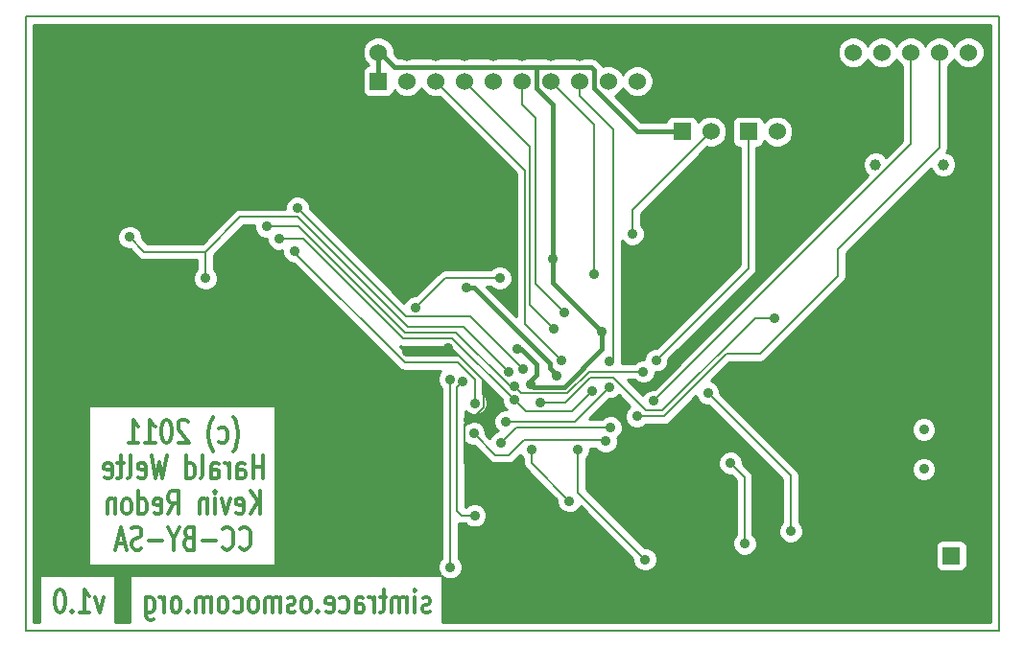
<source format=gbl>
G04 (created by PCBNEW-RS274X (2011-06-08)-testing) date Di 21 Jun 2011 15:46:39 CEST*
G01*
G70*
G90*
%MOIN*%
G04 Gerber Fmt 3.4, Leading zero omitted, Abs format*
%FSLAX34Y34*%
G04 APERTURE LIST*
%ADD10C,0.006000*%
%ADD11C,0.012000*%
%ADD12C,0.008000*%
%ADD13C,0.039400*%
%ADD14R,0.060000X0.060000*%
%ADD15C,0.060000*%
%ADD16C,0.035400*%
%ADD17C,0.035000*%
%ADD18C,0.016000*%
%ADD19C,0.010000*%
G04 APERTURE END LIST*
G54D10*
G54D11*
X17156Y-55140D02*
X17013Y-55674D01*
X16871Y-55140D01*
X16328Y-55674D02*
X16671Y-55674D01*
X16499Y-55674D02*
X16499Y-54874D01*
X16556Y-54988D01*
X16614Y-55064D01*
X16671Y-55102D01*
X16071Y-55598D02*
X16043Y-55636D01*
X16071Y-55674D01*
X16100Y-55636D01*
X16071Y-55598D01*
X16071Y-55674D01*
X15671Y-54874D02*
X15614Y-54874D01*
X15557Y-54912D01*
X15528Y-54950D01*
X15499Y-55026D01*
X15471Y-55179D01*
X15471Y-55369D01*
X15499Y-55521D01*
X15528Y-55598D01*
X15557Y-55636D01*
X15614Y-55674D01*
X15671Y-55674D01*
X15728Y-55636D01*
X15757Y-55598D01*
X15785Y-55521D01*
X15814Y-55369D01*
X15814Y-55179D01*
X15785Y-55026D01*
X15757Y-54950D01*
X15728Y-54912D01*
X15671Y-54874D01*
X21663Y-50079D02*
X21691Y-50040D01*
X21748Y-49926D01*
X21777Y-49850D01*
X21806Y-49736D01*
X21834Y-49545D01*
X21834Y-49393D01*
X21806Y-49202D01*
X21777Y-49088D01*
X21748Y-49012D01*
X21691Y-48898D01*
X21663Y-48860D01*
X21177Y-49736D02*
X21234Y-49774D01*
X21348Y-49774D01*
X21406Y-49736D01*
X21434Y-49698D01*
X21463Y-49621D01*
X21463Y-49393D01*
X21434Y-49317D01*
X21406Y-49279D01*
X21348Y-49240D01*
X21234Y-49240D01*
X21177Y-49279D01*
X20977Y-50079D02*
X20949Y-50040D01*
X20892Y-49926D01*
X20863Y-49850D01*
X20834Y-49736D01*
X20806Y-49545D01*
X20806Y-49393D01*
X20834Y-49202D01*
X20863Y-49088D01*
X20892Y-49012D01*
X20949Y-48898D01*
X20977Y-48860D01*
X20092Y-49050D02*
X20063Y-49012D01*
X20006Y-48974D01*
X19863Y-48974D01*
X19806Y-49012D01*
X19777Y-49050D01*
X19749Y-49126D01*
X19749Y-49202D01*
X19777Y-49317D01*
X20120Y-49774D01*
X19749Y-49774D01*
X19378Y-48974D02*
X19321Y-48974D01*
X19264Y-49012D01*
X19235Y-49050D01*
X19206Y-49126D01*
X19178Y-49279D01*
X19178Y-49469D01*
X19206Y-49621D01*
X19235Y-49698D01*
X19264Y-49736D01*
X19321Y-49774D01*
X19378Y-49774D01*
X19435Y-49736D01*
X19464Y-49698D01*
X19492Y-49621D01*
X19521Y-49469D01*
X19521Y-49279D01*
X19492Y-49126D01*
X19464Y-49050D01*
X19435Y-49012D01*
X19378Y-48974D01*
X18607Y-49774D02*
X18950Y-49774D01*
X18778Y-49774D02*
X18778Y-48974D01*
X18835Y-49088D01*
X18893Y-49164D01*
X18950Y-49202D01*
X18036Y-49774D02*
X18379Y-49774D01*
X18207Y-49774D02*
X18207Y-48974D01*
X18264Y-49088D01*
X18322Y-49164D01*
X18379Y-49202D01*
X22692Y-51014D02*
X22692Y-50214D01*
X22692Y-50595D02*
X22349Y-50595D01*
X22349Y-51014D02*
X22349Y-50214D01*
X21806Y-51014D02*
X21806Y-50595D01*
X21835Y-50519D01*
X21892Y-50480D01*
X22006Y-50480D01*
X22063Y-50519D01*
X21806Y-50976D02*
X21863Y-51014D01*
X22006Y-51014D01*
X22063Y-50976D01*
X22092Y-50900D01*
X22092Y-50823D01*
X22063Y-50747D01*
X22006Y-50709D01*
X21863Y-50709D01*
X21806Y-50671D01*
X21520Y-51014D02*
X21520Y-50480D01*
X21520Y-50633D02*
X21492Y-50557D01*
X21463Y-50519D01*
X21406Y-50480D01*
X21349Y-50480D01*
X20892Y-51014D02*
X20892Y-50595D01*
X20921Y-50519D01*
X20978Y-50480D01*
X21092Y-50480D01*
X21149Y-50519D01*
X20892Y-50976D02*
X20949Y-51014D01*
X21092Y-51014D01*
X21149Y-50976D01*
X21178Y-50900D01*
X21178Y-50823D01*
X21149Y-50747D01*
X21092Y-50709D01*
X20949Y-50709D01*
X20892Y-50671D01*
X20520Y-51014D02*
X20578Y-50976D01*
X20606Y-50900D01*
X20606Y-50214D01*
X20035Y-51014D02*
X20035Y-50214D01*
X20035Y-50976D02*
X20092Y-51014D01*
X20206Y-51014D01*
X20264Y-50976D01*
X20292Y-50938D01*
X20321Y-50861D01*
X20321Y-50633D01*
X20292Y-50557D01*
X20264Y-50519D01*
X20206Y-50480D01*
X20092Y-50480D01*
X20035Y-50519D01*
X19349Y-50214D02*
X19206Y-51014D01*
X19092Y-50442D01*
X18978Y-51014D01*
X18835Y-50214D01*
X18378Y-50976D02*
X18435Y-51014D01*
X18549Y-51014D01*
X18606Y-50976D01*
X18635Y-50900D01*
X18635Y-50595D01*
X18606Y-50519D01*
X18549Y-50480D01*
X18435Y-50480D01*
X18378Y-50519D01*
X18349Y-50595D01*
X18349Y-50671D01*
X18635Y-50747D01*
X18006Y-51014D02*
X18064Y-50976D01*
X18092Y-50900D01*
X18092Y-50214D01*
X17864Y-50480D02*
X17635Y-50480D01*
X17778Y-50214D02*
X17778Y-50900D01*
X17750Y-50976D01*
X17692Y-51014D01*
X17635Y-51014D01*
X17207Y-50976D02*
X17264Y-51014D01*
X17378Y-51014D01*
X17435Y-50976D01*
X17464Y-50900D01*
X17464Y-50595D01*
X17435Y-50519D01*
X17378Y-50480D01*
X17264Y-50480D01*
X17207Y-50519D01*
X17178Y-50595D01*
X17178Y-50671D01*
X17464Y-50747D01*
X22607Y-52254D02*
X22607Y-51454D01*
X22264Y-52254D02*
X22521Y-51797D01*
X22264Y-51454D02*
X22607Y-51911D01*
X21779Y-52216D02*
X21836Y-52254D01*
X21950Y-52254D01*
X22007Y-52216D01*
X22036Y-52140D01*
X22036Y-51835D01*
X22007Y-51759D01*
X21950Y-51720D01*
X21836Y-51720D01*
X21779Y-51759D01*
X21750Y-51835D01*
X21750Y-51911D01*
X22036Y-51987D01*
X21550Y-51720D02*
X21407Y-52254D01*
X21265Y-51720D01*
X21036Y-52254D02*
X21036Y-51720D01*
X21036Y-51454D02*
X21065Y-51492D01*
X21036Y-51530D01*
X21008Y-51492D01*
X21036Y-51454D01*
X21036Y-51530D01*
X20750Y-51720D02*
X20750Y-52254D01*
X20750Y-51797D02*
X20722Y-51759D01*
X20664Y-51720D01*
X20579Y-51720D01*
X20522Y-51759D01*
X20493Y-51835D01*
X20493Y-52254D01*
X19407Y-52254D02*
X19607Y-51873D01*
X19750Y-52254D02*
X19750Y-51454D01*
X19522Y-51454D01*
X19464Y-51492D01*
X19436Y-51530D01*
X19407Y-51606D01*
X19407Y-51720D01*
X19436Y-51797D01*
X19464Y-51835D01*
X19522Y-51873D01*
X19750Y-51873D01*
X18922Y-52216D02*
X18979Y-52254D01*
X19093Y-52254D01*
X19150Y-52216D01*
X19179Y-52140D01*
X19179Y-51835D01*
X19150Y-51759D01*
X19093Y-51720D01*
X18979Y-51720D01*
X18922Y-51759D01*
X18893Y-51835D01*
X18893Y-51911D01*
X19179Y-51987D01*
X18379Y-52254D02*
X18379Y-51454D01*
X18379Y-52216D02*
X18436Y-52254D01*
X18550Y-52254D01*
X18608Y-52216D01*
X18636Y-52178D01*
X18665Y-52101D01*
X18665Y-51873D01*
X18636Y-51797D01*
X18608Y-51759D01*
X18550Y-51720D01*
X18436Y-51720D01*
X18379Y-51759D01*
X18007Y-52254D02*
X18065Y-52216D01*
X18093Y-52178D01*
X18122Y-52101D01*
X18122Y-51873D01*
X18093Y-51797D01*
X18065Y-51759D01*
X18007Y-51720D01*
X17922Y-51720D01*
X17865Y-51759D01*
X17836Y-51797D01*
X17807Y-51873D01*
X17807Y-52101D01*
X17836Y-52178D01*
X17865Y-52216D01*
X17922Y-52254D01*
X18007Y-52254D01*
X17550Y-51720D02*
X17550Y-52254D01*
X17550Y-51797D02*
X17522Y-51759D01*
X17464Y-51720D01*
X17379Y-51720D01*
X17322Y-51759D01*
X17293Y-51835D01*
X17293Y-52254D01*
X21906Y-53418D02*
X21935Y-53456D01*
X22021Y-53494D01*
X22078Y-53494D01*
X22163Y-53456D01*
X22221Y-53380D01*
X22249Y-53303D01*
X22278Y-53151D01*
X22278Y-53037D01*
X22249Y-52884D01*
X22221Y-52808D01*
X22163Y-52732D01*
X22078Y-52694D01*
X22021Y-52694D01*
X21935Y-52732D01*
X21906Y-52770D01*
X21306Y-53418D02*
X21335Y-53456D01*
X21421Y-53494D01*
X21478Y-53494D01*
X21563Y-53456D01*
X21621Y-53380D01*
X21649Y-53303D01*
X21678Y-53151D01*
X21678Y-53037D01*
X21649Y-52884D01*
X21621Y-52808D01*
X21563Y-52732D01*
X21478Y-52694D01*
X21421Y-52694D01*
X21335Y-52732D01*
X21306Y-52770D01*
X21049Y-53189D02*
X20592Y-53189D01*
X20106Y-53075D02*
X20020Y-53113D01*
X19992Y-53151D01*
X19963Y-53227D01*
X19963Y-53341D01*
X19992Y-53418D01*
X20020Y-53456D01*
X20078Y-53494D01*
X20306Y-53494D01*
X20306Y-52694D01*
X20106Y-52694D01*
X20049Y-52732D01*
X20020Y-52770D01*
X19992Y-52846D01*
X19992Y-52922D01*
X20020Y-52999D01*
X20049Y-53037D01*
X20106Y-53075D01*
X20306Y-53075D01*
X19592Y-53113D02*
X19592Y-53494D01*
X19792Y-52694D02*
X19592Y-53113D01*
X19392Y-52694D01*
X19192Y-53189D02*
X18735Y-53189D01*
X18478Y-53456D02*
X18392Y-53494D01*
X18249Y-53494D01*
X18192Y-53456D01*
X18163Y-53418D01*
X18135Y-53341D01*
X18135Y-53265D01*
X18163Y-53189D01*
X18192Y-53151D01*
X18249Y-53113D01*
X18363Y-53075D01*
X18421Y-53037D01*
X18449Y-52999D01*
X18478Y-52922D01*
X18478Y-52846D01*
X18449Y-52770D01*
X18421Y-52732D01*
X18363Y-52694D01*
X18221Y-52694D01*
X18135Y-52732D01*
X17907Y-53265D02*
X17621Y-53265D01*
X17964Y-53494D02*
X17764Y-52694D01*
X17564Y-53494D01*
G54D12*
X14450Y-56300D02*
X14450Y-34950D01*
X48250Y-56300D02*
X14450Y-56300D01*
X48250Y-34950D02*
X48250Y-56300D01*
X15250Y-34950D02*
X48250Y-34950D01*
X14450Y-34950D02*
X15250Y-34950D01*
G54D11*
X28493Y-55636D02*
X28436Y-55674D01*
X28321Y-55674D01*
X28264Y-55636D01*
X28236Y-55560D01*
X28236Y-55521D01*
X28264Y-55445D01*
X28321Y-55407D01*
X28407Y-55407D01*
X28464Y-55369D01*
X28493Y-55293D01*
X28493Y-55255D01*
X28464Y-55179D01*
X28407Y-55140D01*
X28321Y-55140D01*
X28264Y-55179D01*
X27978Y-55674D02*
X27978Y-55140D01*
X27978Y-54874D02*
X28007Y-54912D01*
X27978Y-54950D01*
X27950Y-54912D01*
X27978Y-54874D01*
X27978Y-54950D01*
X27692Y-55674D02*
X27692Y-55140D01*
X27692Y-55217D02*
X27664Y-55179D01*
X27606Y-55140D01*
X27521Y-55140D01*
X27464Y-55179D01*
X27435Y-55255D01*
X27435Y-55674D01*
X27435Y-55255D02*
X27406Y-55179D01*
X27349Y-55140D01*
X27264Y-55140D01*
X27206Y-55179D01*
X27178Y-55255D01*
X27178Y-55674D01*
X26978Y-55140D02*
X26749Y-55140D01*
X26892Y-54874D02*
X26892Y-55560D01*
X26864Y-55636D01*
X26806Y-55674D01*
X26749Y-55674D01*
X26549Y-55674D02*
X26549Y-55140D01*
X26549Y-55293D02*
X26521Y-55217D01*
X26492Y-55179D01*
X26435Y-55140D01*
X26378Y-55140D01*
X25921Y-55674D02*
X25921Y-55255D01*
X25950Y-55179D01*
X26007Y-55140D01*
X26121Y-55140D01*
X26178Y-55179D01*
X25921Y-55636D02*
X25978Y-55674D01*
X26121Y-55674D01*
X26178Y-55636D01*
X26207Y-55560D01*
X26207Y-55483D01*
X26178Y-55407D01*
X26121Y-55369D01*
X25978Y-55369D01*
X25921Y-55331D01*
X25378Y-55636D02*
X25435Y-55674D01*
X25549Y-55674D01*
X25607Y-55636D01*
X25635Y-55598D01*
X25664Y-55521D01*
X25664Y-55293D01*
X25635Y-55217D01*
X25607Y-55179D01*
X25549Y-55140D01*
X25435Y-55140D01*
X25378Y-55179D01*
X24893Y-55636D02*
X24950Y-55674D01*
X25064Y-55674D01*
X25121Y-55636D01*
X25150Y-55560D01*
X25150Y-55255D01*
X25121Y-55179D01*
X25064Y-55140D01*
X24950Y-55140D01*
X24893Y-55179D01*
X24864Y-55255D01*
X24864Y-55331D01*
X25150Y-55407D01*
X24607Y-55598D02*
X24579Y-55636D01*
X24607Y-55674D01*
X24636Y-55636D01*
X24607Y-55598D01*
X24607Y-55674D01*
X24235Y-55674D02*
X24293Y-55636D01*
X24321Y-55598D01*
X24350Y-55521D01*
X24350Y-55293D01*
X24321Y-55217D01*
X24293Y-55179D01*
X24235Y-55140D01*
X24150Y-55140D01*
X24093Y-55179D01*
X24064Y-55217D01*
X24035Y-55293D01*
X24035Y-55521D01*
X24064Y-55598D01*
X24093Y-55636D01*
X24150Y-55674D01*
X24235Y-55674D01*
X23807Y-55636D02*
X23750Y-55674D01*
X23635Y-55674D01*
X23578Y-55636D01*
X23550Y-55560D01*
X23550Y-55521D01*
X23578Y-55445D01*
X23635Y-55407D01*
X23721Y-55407D01*
X23778Y-55369D01*
X23807Y-55293D01*
X23807Y-55255D01*
X23778Y-55179D01*
X23721Y-55140D01*
X23635Y-55140D01*
X23578Y-55179D01*
X23292Y-55674D02*
X23292Y-55140D01*
X23292Y-55217D02*
X23264Y-55179D01*
X23206Y-55140D01*
X23121Y-55140D01*
X23064Y-55179D01*
X23035Y-55255D01*
X23035Y-55674D01*
X23035Y-55255D02*
X23006Y-55179D01*
X22949Y-55140D01*
X22864Y-55140D01*
X22806Y-55179D01*
X22778Y-55255D01*
X22778Y-55674D01*
X22406Y-55674D02*
X22464Y-55636D01*
X22492Y-55598D01*
X22521Y-55521D01*
X22521Y-55293D01*
X22492Y-55217D01*
X22464Y-55179D01*
X22406Y-55140D01*
X22321Y-55140D01*
X22264Y-55179D01*
X22235Y-55217D01*
X22206Y-55293D01*
X22206Y-55521D01*
X22235Y-55598D01*
X22264Y-55636D01*
X22321Y-55674D01*
X22406Y-55674D01*
X21692Y-55636D02*
X21749Y-55674D01*
X21863Y-55674D01*
X21921Y-55636D01*
X21949Y-55598D01*
X21978Y-55521D01*
X21978Y-55293D01*
X21949Y-55217D01*
X21921Y-55179D01*
X21863Y-55140D01*
X21749Y-55140D01*
X21692Y-55179D01*
X21349Y-55674D02*
X21407Y-55636D01*
X21435Y-55598D01*
X21464Y-55521D01*
X21464Y-55293D01*
X21435Y-55217D01*
X21407Y-55179D01*
X21349Y-55140D01*
X21264Y-55140D01*
X21207Y-55179D01*
X21178Y-55217D01*
X21149Y-55293D01*
X21149Y-55521D01*
X21178Y-55598D01*
X21207Y-55636D01*
X21264Y-55674D01*
X21349Y-55674D01*
X20892Y-55674D02*
X20892Y-55140D01*
X20892Y-55217D02*
X20864Y-55179D01*
X20806Y-55140D01*
X20721Y-55140D01*
X20664Y-55179D01*
X20635Y-55255D01*
X20635Y-55674D01*
X20635Y-55255D02*
X20606Y-55179D01*
X20549Y-55140D01*
X20464Y-55140D01*
X20406Y-55179D01*
X20378Y-55255D01*
X20378Y-55674D01*
X20092Y-55598D02*
X20064Y-55636D01*
X20092Y-55674D01*
X20121Y-55636D01*
X20092Y-55598D01*
X20092Y-55674D01*
X19720Y-55674D02*
X19778Y-55636D01*
X19806Y-55598D01*
X19835Y-55521D01*
X19835Y-55293D01*
X19806Y-55217D01*
X19778Y-55179D01*
X19720Y-55140D01*
X19635Y-55140D01*
X19578Y-55179D01*
X19549Y-55217D01*
X19520Y-55293D01*
X19520Y-55521D01*
X19549Y-55598D01*
X19578Y-55636D01*
X19635Y-55674D01*
X19720Y-55674D01*
X19263Y-55674D02*
X19263Y-55140D01*
X19263Y-55293D02*
X19235Y-55217D01*
X19206Y-55179D01*
X19149Y-55140D01*
X19092Y-55140D01*
X18635Y-55140D02*
X18635Y-55788D01*
X18664Y-55864D01*
X18692Y-55902D01*
X18749Y-55940D01*
X18835Y-55940D01*
X18892Y-55902D01*
X18635Y-55636D02*
X18692Y-55674D01*
X18806Y-55674D01*
X18864Y-55636D01*
X18892Y-55598D01*
X18921Y-55521D01*
X18921Y-55293D01*
X18892Y-55217D01*
X18864Y-55179D01*
X18806Y-55140D01*
X18692Y-55140D01*
X18635Y-55179D01*
G54D13*
X46331Y-40100D03*
X43969Y-40100D03*
G54D14*
X26700Y-37200D03*
G54D15*
X26700Y-36200D03*
X27700Y-37200D03*
X27700Y-36200D03*
X28700Y-37200D03*
X28700Y-36200D03*
X29700Y-37200D03*
X29700Y-36200D03*
X30700Y-37200D03*
X30700Y-36200D03*
X31700Y-37200D03*
X31700Y-36200D03*
X32700Y-37200D03*
X32700Y-36200D03*
X33700Y-37200D03*
X33700Y-36200D03*
X34700Y-37200D03*
X34700Y-36200D03*
X35700Y-37200D03*
X35700Y-36200D03*
G54D14*
X37250Y-38950D03*
G54D15*
X38250Y-38950D03*
G54D14*
X39550Y-38950D03*
G54D15*
X40550Y-38950D03*
G54D14*
X46600Y-53700D03*
G54D15*
X46600Y-54700D03*
G54D14*
X42200Y-36200D03*
G54D15*
X43200Y-36200D03*
X44200Y-36200D03*
X45200Y-36200D03*
X46200Y-36200D03*
X47200Y-36200D03*
G54D16*
X45650Y-50689D03*
X45650Y-49311D03*
G54D17*
X34742Y-46956D03*
X22816Y-42245D03*
X31421Y-47811D03*
X35910Y-47293D03*
X31131Y-49039D03*
X34737Y-47832D03*
X33639Y-50003D03*
X35965Y-53828D03*
X36268Y-48322D03*
X35682Y-48858D03*
X31217Y-47293D03*
X20700Y-44056D03*
X18070Y-42624D03*
X23261Y-42681D03*
X31426Y-48290D03*
X34128Y-47979D03*
X30050Y-52300D03*
X29645Y-47626D03*
X29191Y-47561D03*
X29200Y-54100D03*
X23892Y-41603D03*
X31733Y-47209D03*
X30973Y-49764D03*
X34764Y-49247D03*
X23802Y-43110D03*
X30055Y-48393D03*
X41028Y-52849D03*
X38147Y-48037D03*
X30013Y-49446D03*
X34597Y-49724D03*
X33174Y-45257D03*
X33063Y-46911D03*
X34193Y-43899D03*
X36353Y-46899D03*
X32812Y-45800D03*
X29777Y-44364D03*
X32900Y-47435D03*
X39422Y-53275D03*
X38933Y-50482D03*
X32018Y-50002D03*
X33332Y-51799D03*
X34468Y-45915D03*
X32772Y-43374D03*
X31986Y-47726D03*
X31514Y-46505D03*
X28618Y-42765D03*
X28093Y-44156D03*
X31150Y-51924D03*
X32784Y-51816D03*
X27696Y-46611D03*
X29830Y-48992D03*
X29117Y-46460D03*
X32321Y-48367D03*
X40475Y-45434D03*
X30923Y-44046D03*
X27997Y-45069D03*
X35524Y-42509D03*
G54D12*
X33700Y-37200D02*
X33700Y-37700D01*
X33700Y-37700D02*
X34866Y-38866D01*
X34742Y-46956D02*
X34866Y-46832D01*
X34866Y-46832D02*
X34866Y-38866D01*
X31283Y-47811D02*
X31421Y-47811D01*
X29398Y-45926D02*
X31283Y-47811D01*
X27615Y-45926D02*
X29398Y-45926D01*
X23934Y-42245D02*
X27615Y-45926D01*
X22816Y-42245D02*
X23934Y-42245D01*
X31658Y-48048D02*
X31421Y-47811D01*
X33260Y-48048D02*
X31658Y-48048D01*
X34015Y-47293D02*
X33260Y-48048D01*
X35910Y-47293D02*
X34015Y-47293D01*
X33530Y-49039D02*
X34737Y-47832D01*
X31131Y-49039D02*
X33530Y-49039D01*
X33639Y-51502D02*
X33639Y-50003D01*
X35965Y-53828D02*
X33639Y-51502D01*
X45200Y-39390D02*
X36268Y-48322D01*
X45200Y-36200D02*
X45200Y-39390D01*
X36616Y-48858D02*
X35682Y-48858D01*
X38790Y-46684D02*
X36616Y-48858D01*
X39948Y-46684D02*
X38790Y-46684D01*
X42672Y-43960D02*
X39948Y-46684D01*
X42672Y-43050D02*
X42672Y-43960D01*
X46200Y-39522D02*
X42672Y-43050D01*
X46200Y-36200D02*
X46200Y-39522D01*
X18575Y-43129D02*
X18070Y-42624D01*
X20700Y-43129D02*
X18575Y-43129D01*
X20700Y-44056D02*
X20700Y-43129D01*
X29666Y-45742D02*
X31217Y-47293D01*
X27713Y-45742D02*
X29666Y-45742D01*
X23895Y-41924D02*
X27713Y-45742D01*
X21905Y-41924D02*
X23895Y-41924D01*
X20700Y-43129D02*
X21905Y-41924D01*
X33421Y-48686D02*
X34128Y-47979D01*
X31822Y-48686D02*
X33421Y-48686D01*
X31426Y-48290D02*
X31822Y-48686D01*
X29278Y-46142D02*
X31426Y-48290D01*
X27571Y-46142D02*
X29278Y-46142D01*
X24110Y-42681D02*
X27571Y-46142D01*
X23261Y-42681D02*
X24110Y-42681D01*
X30050Y-52300D02*
X29600Y-52300D01*
X29600Y-52300D02*
X29440Y-52140D01*
X29440Y-47831D02*
X29645Y-47626D01*
X29440Y-52140D02*
X29440Y-47831D01*
X29191Y-53327D02*
X29191Y-47561D01*
X29200Y-54100D02*
X29191Y-53327D01*
X29912Y-45388D02*
X31733Y-47209D01*
X27677Y-45388D02*
X29912Y-45388D01*
X23892Y-41603D02*
X27677Y-45388D01*
X31490Y-49247D02*
X34764Y-49247D01*
X30973Y-49764D02*
X31490Y-49247D01*
X23802Y-43167D02*
X23802Y-43110D01*
X27623Y-46988D02*
X23802Y-43167D01*
X29477Y-46988D02*
X27623Y-46988D01*
X30055Y-47566D02*
X29477Y-46988D01*
X30055Y-48393D02*
X30055Y-47566D01*
X41028Y-50918D02*
X38147Y-48037D01*
X41028Y-52849D02*
X41028Y-50918D01*
X34557Y-49684D02*
X34597Y-49724D01*
X31755Y-49684D02*
X34557Y-49684D01*
X31240Y-50199D02*
X31755Y-49684D01*
X30766Y-50199D02*
X31240Y-50199D01*
X30013Y-49446D02*
X30766Y-50199D01*
X31700Y-37200D02*
X31700Y-38000D01*
X31700Y-38000D02*
X32163Y-38463D01*
X33174Y-45257D02*
X32163Y-44246D01*
X32163Y-44246D02*
X32163Y-38463D01*
X31795Y-40295D02*
X28700Y-37200D01*
X31795Y-45643D02*
X31795Y-40295D01*
X33063Y-46911D02*
X31795Y-45643D01*
X34193Y-38693D02*
X32700Y-37200D01*
X34193Y-43899D02*
X34193Y-38693D01*
X39550Y-43702D02*
X36353Y-46899D01*
X39550Y-38950D02*
X39550Y-43702D01*
X31979Y-39479D02*
X29700Y-37200D01*
X31979Y-44967D02*
X31979Y-39479D01*
X32812Y-45800D02*
X31979Y-44967D01*
G54D18*
X30014Y-44364D02*
X32650Y-47000D01*
X32650Y-47000D02*
X32650Y-47185D01*
X32650Y-47185D02*
X32900Y-47435D01*
X29777Y-44364D02*
X30014Y-44364D01*
G54D12*
X39422Y-53275D02*
X39422Y-50971D01*
X39422Y-50971D02*
X38933Y-50482D01*
X32018Y-50485D02*
X32018Y-50002D01*
X33332Y-51799D02*
X32018Y-50485D01*
G54D18*
X31986Y-47726D02*
X31986Y-47614D01*
X31655Y-46505D02*
X31514Y-46505D01*
X32200Y-47050D02*
X31655Y-46505D01*
X32200Y-47400D02*
X32200Y-47050D01*
X31986Y-47614D02*
X32200Y-47400D01*
X34468Y-45915D02*
X34468Y-46520D01*
X32086Y-47826D02*
X31986Y-47726D01*
X33162Y-47826D02*
X32086Y-47826D01*
X34468Y-46520D02*
X33162Y-47826D01*
X32772Y-43374D02*
X32772Y-44219D01*
X32772Y-44219D02*
X34468Y-45915D01*
X34200Y-37300D02*
X34200Y-37450D01*
X34100Y-36700D02*
X34206Y-36806D01*
X34206Y-36806D02*
X34206Y-37294D01*
X34206Y-37294D02*
X34200Y-37300D01*
X32151Y-36700D02*
X34100Y-36700D01*
X35700Y-38950D02*
X37250Y-38950D01*
X34200Y-37450D02*
X35700Y-38950D01*
X32200Y-37200D02*
X32200Y-37450D01*
X32772Y-38022D02*
X32772Y-43374D01*
X32200Y-37450D02*
X32772Y-38022D01*
X32200Y-37200D02*
X32200Y-36749D01*
X32200Y-36749D02*
X32151Y-36700D01*
X26700Y-36200D02*
X26750Y-36200D01*
X27250Y-36700D02*
X32151Y-36700D01*
X26750Y-36200D02*
X27250Y-36700D01*
G54D12*
X26700Y-36650D02*
X26650Y-36650D01*
X26650Y-36650D02*
X26700Y-36650D01*
G54D18*
X26700Y-36200D02*
X26700Y-36650D01*
X26700Y-36650D02*
X26700Y-37200D01*
G54D12*
X32151Y-36700D02*
X32200Y-36749D01*
X35711Y-38950D02*
X37250Y-38950D01*
X34149Y-37388D02*
X35711Y-38950D01*
X34149Y-36771D02*
X34149Y-37388D01*
X34127Y-36749D02*
X34149Y-36771D01*
X32200Y-36749D02*
X34127Y-36749D01*
X34468Y-45915D02*
X32772Y-44219D01*
X28618Y-43631D02*
X28093Y-44156D01*
X28618Y-42765D02*
X28618Y-43631D01*
X31258Y-51816D02*
X32784Y-51816D01*
X31150Y-51924D02*
X31258Y-51816D01*
X29117Y-46611D02*
X29117Y-46460D01*
X27696Y-46611D02*
X29117Y-46611D01*
X29931Y-48992D02*
X29830Y-48992D01*
X30374Y-48549D02*
X29931Y-48992D01*
X30374Y-47625D02*
X30374Y-48549D01*
X29360Y-46611D02*
X30374Y-47625D01*
X29117Y-46611D02*
X29360Y-46611D01*
X29694Y-49128D02*
X29830Y-48992D01*
X29694Y-50468D02*
X29694Y-49128D01*
X31150Y-51924D02*
X29694Y-50468D01*
X33201Y-48367D02*
X32321Y-48367D01*
X34054Y-47514D02*
X33201Y-48367D01*
X34870Y-47514D02*
X34054Y-47514D01*
X36010Y-48654D02*
X34870Y-47514D01*
X36560Y-48654D02*
X36010Y-48654D01*
X39780Y-45434D02*
X36560Y-48654D01*
X40475Y-45434D02*
X39780Y-45434D01*
X29020Y-44046D02*
X27997Y-45069D01*
X30923Y-44046D02*
X29020Y-44046D01*
X35524Y-41676D02*
X35524Y-42509D01*
X38250Y-38950D02*
X35524Y-41676D01*
G54D19*
X27447Y-46401D02*
X27447Y-46401D01*
X27526Y-46481D02*
X29206Y-46481D01*
X27606Y-46561D02*
X29286Y-46561D01*
X27686Y-46641D02*
X29366Y-46641D01*
X30345Y-47619D02*
X30345Y-47619D01*
X30345Y-47699D02*
X30425Y-47699D01*
X30345Y-47779D02*
X30505Y-47779D01*
X30345Y-47859D02*
X30585Y-47859D01*
X30345Y-47939D02*
X30665Y-47939D01*
X30345Y-48019D02*
X30745Y-48019D01*
X30362Y-48099D02*
X30825Y-48099D01*
X30426Y-48179D02*
X30905Y-48179D01*
X30459Y-48259D02*
X30985Y-48259D01*
X30480Y-48339D02*
X31001Y-48339D01*
X30480Y-48419D02*
X31020Y-48419D01*
X30472Y-48499D02*
X31053Y-48499D01*
X30438Y-48579D02*
X31114Y-48579D01*
X30390Y-48659D02*
X30937Y-48659D01*
X29730Y-48739D02*
X29800Y-48739D01*
X30310Y-48739D02*
X30830Y-48739D01*
X29730Y-48819D02*
X30762Y-48819D01*
X29730Y-48899D02*
X30728Y-48899D01*
X29730Y-48979D02*
X30706Y-48979D01*
X29730Y-49059D02*
X29836Y-49059D01*
X30189Y-49059D02*
X30706Y-49059D01*
X30307Y-49139D02*
X30713Y-49139D01*
X30379Y-49219D02*
X30746Y-49219D01*
X30412Y-49299D02*
X30790Y-49299D01*
X30438Y-49379D02*
X30791Y-49379D01*
X30438Y-49459D02*
X30677Y-49459D01*
X30516Y-49539D02*
X30606Y-49539D01*
X14740Y-35240D02*
X47960Y-35240D01*
X14740Y-35320D02*
X47960Y-35320D01*
X14740Y-35400D02*
X47960Y-35400D01*
X14740Y-35480D02*
X47960Y-35480D01*
X14740Y-35560D02*
X47960Y-35560D01*
X14740Y-35640D02*
X47960Y-35640D01*
X14740Y-35720D02*
X26425Y-35720D01*
X26974Y-35720D02*
X42925Y-35720D01*
X43474Y-35720D02*
X43925Y-35720D01*
X44474Y-35720D02*
X44925Y-35720D01*
X45474Y-35720D02*
X45925Y-35720D01*
X46474Y-35720D02*
X46925Y-35720D01*
X47474Y-35720D02*
X47960Y-35720D01*
X14740Y-35800D02*
X26324Y-35800D01*
X27076Y-35800D02*
X42824Y-35800D01*
X43576Y-35800D02*
X43824Y-35800D01*
X44576Y-35800D02*
X44824Y-35800D01*
X45576Y-35800D02*
X45824Y-35800D01*
X46576Y-35800D02*
X46824Y-35800D01*
X47576Y-35800D02*
X47960Y-35800D01*
X14740Y-35880D02*
X26244Y-35880D01*
X27156Y-35880D02*
X42744Y-35880D01*
X43656Y-35880D02*
X43744Y-35880D01*
X44656Y-35880D02*
X44744Y-35880D01*
X45656Y-35880D02*
X45744Y-35880D01*
X46656Y-35880D02*
X46744Y-35880D01*
X47656Y-35880D02*
X47960Y-35880D01*
X14740Y-35960D02*
X26205Y-35960D01*
X27194Y-35960D02*
X42705Y-35960D01*
X43694Y-35960D02*
X43705Y-35960D01*
X44694Y-35960D02*
X44705Y-35960D01*
X45694Y-35960D02*
X45705Y-35960D01*
X46694Y-35960D02*
X46705Y-35960D01*
X47694Y-35960D02*
X47960Y-35960D01*
X14740Y-36040D02*
X26172Y-36040D01*
X27227Y-36040D02*
X42672Y-36040D01*
X47727Y-36040D02*
X47960Y-36040D01*
X14740Y-36120D02*
X26151Y-36120D01*
X27249Y-36120D02*
X42651Y-36120D01*
X47749Y-36120D02*
X47960Y-36120D01*
X14740Y-36200D02*
X26151Y-36200D01*
X27249Y-36200D02*
X42651Y-36200D01*
X47749Y-36200D02*
X47960Y-36200D01*
X14740Y-36280D02*
X26151Y-36280D01*
X27296Y-36280D02*
X42651Y-36280D01*
X47749Y-36280D02*
X47960Y-36280D01*
X14740Y-36360D02*
X26173Y-36360D01*
X27376Y-36360D02*
X42673Y-36360D01*
X47728Y-36360D02*
X47960Y-36360D01*
X14740Y-36440D02*
X26206Y-36440D01*
X34293Y-36440D02*
X42706Y-36440D01*
X43695Y-36440D02*
X43706Y-36440D01*
X44695Y-36440D02*
X44706Y-36440D01*
X46695Y-36440D02*
X46706Y-36440D01*
X47695Y-36440D02*
X47960Y-36440D01*
X14740Y-36520D02*
X26244Y-36520D01*
X34386Y-36520D02*
X42744Y-36520D01*
X43656Y-36520D02*
X43744Y-36520D01*
X44656Y-36520D02*
X44744Y-36520D01*
X46656Y-36520D02*
X46744Y-36520D01*
X47656Y-36520D02*
X47960Y-36520D01*
X14740Y-36600D02*
X26324Y-36600D01*
X34456Y-36600D02*
X42824Y-36600D01*
X43576Y-36600D02*
X43824Y-36600D01*
X44576Y-36600D02*
X44824Y-36600D01*
X46576Y-36600D02*
X46824Y-36600D01*
X47576Y-36600D02*
X47960Y-36600D01*
X14740Y-36680D02*
X26280Y-36680D01*
X34511Y-36680D02*
X34518Y-36680D01*
X34878Y-36680D02*
X35521Y-36680D01*
X35878Y-36680D02*
X42926Y-36680D01*
X43475Y-36680D02*
X43926Y-36680D01*
X44475Y-36680D02*
X44910Y-36680D01*
X46490Y-36680D02*
X46926Y-36680D01*
X47475Y-36680D02*
X47960Y-36680D01*
X14740Y-36760D02*
X26188Y-36760D01*
X35036Y-36760D02*
X35364Y-36760D01*
X36036Y-36760D02*
X44910Y-36760D01*
X46490Y-36760D02*
X47960Y-36760D01*
X14740Y-36840D02*
X26155Y-36840D01*
X35116Y-36840D02*
X35284Y-36840D01*
X36116Y-36840D02*
X44910Y-36840D01*
X46490Y-36840D02*
X47960Y-36840D01*
X14740Y-36920D02*
X26151Y-36920D01*
X35177Y-36920D02*
X35222Y-36920D01*
X36177Y-36920D02*
X44910Y-36920D01*
X46490Y-36920D02*
X47960Y-36920D01*
X14740Y-37000D02*
X26151Y-37000D01*
X36211Y-37000D02*
X44910Y-37000D01*
X46490Y-37000D02*
X47960Y-37000D01*
X14740Y-37080D02*
X26151Y-37080D01*
X36244Y-37080D02*
X44910Y-37080D01*
X46490Y-37080D02*
X47960Y-37080D01*
X14740Y-37160D02*
X26151Y-37160D01*
X36249Y-37160D02*
X44910Y-37160D01*
X46490Y-37160D02*
X47960Y-37160D01*
X14740Y-37240D02*
X26151Y-37240D01*
X36249Y-37240D02*
X44910Y-37240D01*
X46490Y-37240D02*
X47960Y-37240D01*
X14740Y-37320D02*
X26151Y-37320D01*
X36245Y-37320D02*
X44910Y-37320D01*
X46490Y-37320D02*
X47960Y-37320D01*
X14740Y-37400D02*
X26151Y-37400D01*
X36212Y-37400D02*
X44910Y-37400D01*
X46490Y-37400D02*
X47960Y-37400D01*
X14740Y-37480D02*
X26151Y-37480D01*
X28178Y-37480D02*
X28223Y-37480D01*
X35178Y-37480D02*
X35223Y-37480D01*
X36178Y-37480D02*
X44910Y-37480D01*
X46490Y-37480D02*
X47960Y-37480D01*
X14740Y-37560D02*
X26156Y-37560D01*
X27245Y-37560D02*
X27284Y-37560D01*
X28116Y-37560D02*
X28284Y-37560D01*
X35116Y-37560D02*
X35284Y-37560D01*
X36116Y-37560D02*
X44910Y-37560D01*
X46490Y-37560D02*
X47960Y-37560D01*
X14740Y-37640D02*
X26189Y-37640D01*
X27212Y-37640D02*
X27364Y-37640D01*
X28036Y-37640D02*
X28364Y-37640D01*
X35036Y-37640D02*
X35364Y-37640D01*
X36036Y-37640D02*
X44910Y-37640D01*
X46490Y-37640D02*
X47960Y-37640D01*
X14740Y-37720D02*
X26281Y-37720D01*
X27120Y-37720D02*
X27522Y-37720D01*
X27879Y-37720D02*
X28522Y-37720D01*
X34936Y-37720D02*
X35522Y-37720D01*
X35879Y-37720D02*
X44910Y-37720D01*
X46490Y-37720D02*
X47960Y-37720D01*
X14740Y-37800D02*
X28890Y-37800D01*
X35016Y-37800D02*
X44910Y-37800D01*
X46490Y-37800D02*
X47960Y-37800D01*
X14740Y-37880D02*
X28970Y-37880D01*
X35096Y-37880D02*
X44910Y-37880D01*
X46490Y-37880D02*
X47960Y-37880D01*
X14740Y-37960D02*
X29050Y-37960D01*
X35176Y-37960D02*
X44910Y-37960D01*
X46490Y-37960D02*
X47960Y-37960D01*
X14740Y-38040D02*
X29130Y-38040D01*
X35256Y-38040D02*
X44910Y-38040D01*
X46490Y-38040D02*
X47960Y-38040D01*
X14740Y-38120D02*
X29210Y-38120D01*
X35336Y-38120D02*
X44910Y-38120D01*
X46490Y-38120D02*
X47960Y-38120D01*
X14740Y-38200D02*
X29290Y-38200D01*
X35416Y-38200D02*
X44910Y-38200D01*
X46490Y-38200D02*
X47960Y-38200D01*
X14740Y-38280D02*
X29370Y-38280D01*
X35496Y-38280D02*
X44910Y-38280D01*
X46490Y-38280D02*
X47960Y-38280D01*
X14740Y-38360D02*
X29450Y-38360D01*
X35576Y-38360D02*
X44910Y-38360D01*
X46490Y-38360D02*
X47960Y-38360D01*
X14740Y-38440D02*
X29530Y-38440D01*
X35656Y-38440D02*
X36808Y-38440D01*
X37692Y-38440D02*
X38047Y-38440D01*
X38452Y-38440D02*
X39108Y-38440D01*
X39992Y-38440D02*
X40347Y-38440D01*
X40752Y-38440D02*
X44910Y-38440D01*
X46490Y-38440D02*
X47960Y-38440D01*
X14740Y-38520D02*
X29610Y-38520D01*
X35736Y-38520D02*
X36734Y-38520D01*
X37765Y-38520D02*
X37904Y-38520D01*
X38596Y-38520D02*
X39034Y-38520D01*
X40065Y-38520D02*
X40204Y-38520D01*
X40896Y-38520D02*
X44910Y-38520D01*
X46490Y-38520D02*
X47960Y-38520D01*
X14740Y-38600D02*
X29690Y-38600D01*
X35816Y-38600D02*
X36701Y-38600D01*
X37798Y-38600D02*
X37824Y-38600D01*
X38676Y-38600D02*
X39001Y-38600D01*
X40098Y-38600D02*
X40124Y-38600D01*
X40976Y-38600D02*
X44910Y-38600D01*
X46490Y-38600D02*
X47960Y-38600D01*
X14740Y-38680D02*
X29770Y-38680D01*
X38732Y-38680D02*
X39001Y-38680D01*
X41032Y-38680D02*
X44910Y-38680D01*
X46490Y-38680D02*
X47960Y-38680D01*
X14740Y-38760D02*
X29850Y-38760D01*
X38765Y-38760D02*
X39001Y-38760D01*
X41065Y-38760D02*
X44910Y-38760D01*
X46490Y-38760D02*
X47960Y-38760D01*
X14740Y-38840D02*
X29930Y-38840D01*
X38798Y-38840D02*
X39001Y-38840D01*
X41098Y-38840D02*
X44910Y-38840D01*
X46490Y-38840D02*
X47960Y-38840D01*
X14740Y-38920D02*
X30010Y-38920D01*
X38799Y-38920D02*
X39001Y-38920D01*
X41099Y-38920D02*
X44910Y-38920D01*
X46490Y-38920D02*
X47960Y-38920D01*
X14740Y-39000D02*
X30090Y-39000D01*
X38799Y-39000D02*
X39001Y-39000D01*
X41099Y-39000D02*
X44910Y-39000D01*
X46490Y-39000D02*
X47960Y-39000D01*
X14740Y-39080D02*
X30170Y-39080D01*
X38791Y-39080D02*
X39001Y-39080D01*
X41091Y-39080D02*
X44910Y-39080D01*
X46490Y-39080D02*
X47960Y-39080D01*
X14740Y-39160D02*
X30250Y-39160D01*
X38757Y-39160D02*
X39001Y-39160D01*
X41057Y-39160D02*
X44910Y-39160D01*
X46490Y-39160D02*
X47960Y-39160D01*
X14740Y-39240D02*
X30330Y-39240D01*
X38724Y-39240D02*
X39001Y-39240D01*
X41024Y-39240D02*
X44910Y-39240D01*
X46490Y-39240D02*
X47960Y-39240D01*
X14740Y-39320D02*
X30410Y-39320D01*
X38656Y-39320D02*
X39010Y-39320D01*
X40091Y-39320D02*
X40144Y-39320D01*
X40956Y-39320D02*
X44859Y-39320D01*
X46490Y-39320D02*
X47960Y-39320D01*
X14740Y-39400D02*
X30490Y-39400D01*
X38576Y-39400D02*
X39048Y-39400D01*
X40052Y-39400D02*
X40224Y-39400D01*
X40876Y-39400D02*
X44779Y-39400D01*
X46490Y-39400D02*
X47960Y-39400D01*
X14740Y-39480D02*
X30570Y-39480D01*
X38405Y-39480D02*
X39155Y-39480D01*
X39945Y-39480D02*
X40396Y-39480D01*
X40705Y-39480D02*
X44699Y-39480D01*
X46490Y-39480D02*
X47960Y-39480D01*
X14740Y-39560D02*
X30650Y-39560D01*
X38050Y-39560D02*
X39260Y-39560D01*
X39840Y-39560D02*
X44619Y-39560D01*
X46483Y-39560D02*
X47960Y-39560D01*
X14740Y-39640D02*
X30730Y-39640D01*
X37970Y-39640D02*
X39260Y-39640D01*
X39840Y-39640D02*
X44539Y-39640D01*
X46464Y-39640D02*
X47960Y-39640D01*
X14740Y-39720D02*
X30810Y-39720D01*
X37890Y-39720D02*
X39260Y-39720D01*
X39840Y-39720D02*
X43721Y-39720D01*
X44217Y-39720D02*
X44459Y-39720D01*
X46579Y-39720D02*
X47960Y-39720D01*
X14740Y-39800D02*
X30890Y-39800D01*
X37810Y-39800D02*
X39260Y-39800D01*
X39840Y-39800D02*
X43638Y-39800D01*
X44299Y-39800D02*
X44379Y-39800D01*
X46661Y-39800D02*
X47960Y-39800D01*
X14740Y-39880D02*
X30970Y-39880D01*
X37730Y-39880D02*
X39260Y-39880D01*
X39840Y-39880D02*
X43577Y-39880D01*
X46722Y-39880D02*
X47960Y-39880D01*
X14740Y-39960D02*
X31050Y-39960D01*
X37650Y-39960D02*
X39260Y-39960D01*
X39840Y-39960D02*
X43544Y-39960D01*
X46755Y-39960D02*
X47960Y-39960D01*
X14740Y-40040D02*
X31130Y-40040D01*
X37570Y-40040D02*
X39260Y-40040D01*
X39840Y-40040D02*
X43523Y-40040D01*
X46777Y-40040D02*
X47960Y-40040D01*
X14740Y-40120D02*
X31210Y-40120D01*
X37490Y-40120D02*
X39260Y-40120D01*
X39840Y-40120D02*
X43523Y-40120D01*
X46777Y-40120D02*
X47960Y-40120D01*
X14740Y-40200D02*
X31290Y-40200D01*
X37410Y-40200D02*
X39260Y-40200D01*
X39840Y-40200D02*
X43528Y-40200D01*
X46773Y-40200D02*
X47960Y-40200D01*
X14740Y-40280D02*
X31370Y-40280D01*
X37330Y-40280D02*
X39260Y-40280D01*
X39840Y-40280D02*
X43562Y-40280D01*
X45852Y-40280D02*
X45924Y-40280D01*
X46740Y-40280D02*
X47960Y-40280D01*
X14740Y-40360D02*
X31450Y-40360D01*
X37250Y-40360D02*
X39260Y-40360D01*
X39840Y-40360D02*
X43599Y-40360D01*
X45772Y-40360D02*
X45961Y-40360D01*
X46702Y-40360D02*
X47960Y-40360D01*
X14740Y-40440D02*
X31505Y-40440D01*
X37170Y-40440D02*
X39260Y-40440D01*
X39840Y-40440D02*
X43679Y-40440D01*
X45692Y-40440D02*
X46041Y-40440D01*
X46622Y-40440D02*
X47960Y-40440D01*
X14740Y-40520D02*
X31505Y-40520D01*
X37090Y-40520D02*
X39260Y-40520D01*
X39840Y-40520D02*
X43658Y-40520D01*
X45612Y-40520D02*
X46180Y-40520D01*
X46482Y-40520D02*
X47960Y-40520D01*
X14740Y-40600D02*
X31505Y-40600D01*
X37010Y-40600D02*
X39260Y-40600D01*
X39840Y-40600D02*
X43578Y-40600D01*
X45532Y-40600D02*
X47960Y-40600D01*
X14740Y-40680D02*
X31505Y-40680D01*
X36930Y-40680D02*
X39260Y-40680D01*
X39840Y-40680D02*
X43498Y-40680D01*
X45452Y-40680D02*
X47960Y-40680D01*
X14740Y-40760D02*
X31505Y-40760D01*
X36850Y-40760D02*
X39260Y-40760D01*
X39840Y-40760D02*
X43418Y-40760D01*
X45372Y-40760D02*
X47960Y-40760D01*
X14740Y-40840D02*
X31505Y-40840D01*
X36770Y-40840D02*
X39260Y-40840D01*
X39840Y-40840D02*
X43338Y-40840D01*
X45292Y-40840D02*
X47960Y-40840D01*
X14740Y-40920D02*
X31505Y-40920D01*
X36690Y-40920D02*
X39260Y-40920D01*
X39840Y-40920D02*
X43258Y-40920D01*
X45212Y-40920D02*
X47960Y-40920D01*
X14740Y-41000D02*
X31505Y-41000D01*
X36610Y-41000D02*
X39260Y-41000D01*
X39840Y-41000D02*
X43178Y-41000D01*
X45132Y-41000D02*
X47960Y-41000D01*
X14740Y-41080D02*
X31505Y-41080D01*
X36530Y-41080D02*
X39260Y-41080D01*
X39840Y-41080D02*
X43098Y-41080D01*
X45052Y-41080D02*
X47960Y-41080D01*
X14740Y-41160D02*
X31505Y-41160D01*
X36450Y-41160D02*
X39260Y-41160D01*
X39840Y-41160D02*
X43018Y-41160D01*
X44972Y-41160D02*
X47960Y-41160D01*
X14740Y-41240D02*
X23656Y-41240D01*
X24125Y-41240D02*
X31505Y-41240D01*
X36370Y-41240D02*
X39260Y-41240D01*
X39840Y-41240D02*
X42938Y-41240D01*
X44892Y-41240D02*
X47960Y-41240D01*
X14740Y-41320D02*
X23574Y-41320D01*
X24210Y-41320D02*
X31505Y-41320D01*
X36290Y-41320D02*
X39260Y-41320D01*
X39840Y-41320D02*
X42858Y-41320D01*
X44812Y-41320D02*
X47960Y-41320D01*
X14740Y-41400D02*
X23516Y-41400D01*
X24268Y-41400D02*
X31505Y-41400D01*
X36210Y-41400D02*
X39260Y-41400D01*
X39840Y-41400D02*
X42778Y-41400D01*
X44732Y-41400D02*
X47960Y-41400D01*
X14740Y-41480D02*
X23482Y-41480D01*
X24301Y-41480D02*
X31505Y-41480D01*
X36130Y-41480D02*
X39260Y-41480D01*
X39840Y-41480D02*
X42698Y-41480D01*
X44652Y-41480D02*
X47960Y-41480D01*
X14740Y-41560D02*
X23467Y-41560D01*
X24317Y-41560D02*
X31505Y-41560D01*
X36050Y-41560D02*
X39260Y-41560D01*
X39840Y-41560D02*
X42618Y-41560D01*
X44572Y-41560D02*
X47960Y-41560D01*
X14740Y-41640D02*
X21874Y-41640D01*
X24339Y-41640D02*
X31505Y-41640D01*
X35970Y-41640D02*
X39260Y-41640D01*
X39840Y-41640D02*
X42538Y-41640D01*
X44492Y-41640D02*
X47960Y-41640D01*
X14740Y-41720D02*
X21699Y-41720D01*
X24419Y-41720D02*
X31505Y-41720D01*
X35890Y-41720D02*
X39260Y-41720D01*
X39840Y-41720D02*
X42458Y-41720D01*
X44412Y-41720D02*
X47960Y-41720D01*
X14740Y-41800D02*
X21619Y-41800D01*
X24499Y-41800D02*
X31505Y-41800D01*
X35814Y-41800D02*
X39260Y-41800D01*
X39840Y-41800D02*
X42378Y-41800D01*
X44332Y-41800D02*
X47960Y-41800D01*
X14740Y-41880D02*
X21539Y-41880D01*
X24579Y-41880D02*
X31505Y-41880D01*
X35814Y-41880D02*
X39260Y-41880D01*
X39840Y-41880D02*
X42298Y-41880D01*
X44252Y-41880D02*
X47960Y-41880D01*
X14740Y-41960D02*
X21459Y-41960D01*
X24659Y-41960D02*
X31505Y-41960D01*
X35814Y-41960D02*
X39260Y-41960D01*
X39840Y-41960D02*
X42218Y-41960D01*
X44172Y-41960D02*
X47960Y-41960D01*
X14740Y-42040D02*
X21379Y-42040D01*
X24739Y-42040D02*
X31505Y-42040D01*
X35814Y-42040D02*
X39260Y-42040D01*
X39840Y-42040D02*
X42138Y-42040D01*
X44092Y-42040D02*
X47960Y-42040D01*
X14740Y-42120D02*
X21299Y-42120D01*
X24819Y-42120D02*
X31505Y-42120D01*
X35814Y-42120D02*
X39260Y-42120D01*
X39840Y-42120D02*
X42058Y-42120D01*
X44012Y-42120D02*
X47960Y-42120D01*
X14740Y-42200D02*
X17983Y-42200D01*
X18157Y-42200D02*
X21219Y-42200D01*
X24899Y-42200D02*
X31505Y-42200D01*
X35816Y-42200D02*
X39260Y-42200D01*
X39840Y-42200D02*
X41978Y-42200D01*
X43932Y-42200D02*
X47960Y-42200D01*
X14740Y-42280D02*
X17813Y-42280D01*
X18327Y-42280D02*
X21139Y-42280D01*
X21959Y-42280D02*
X22391Y-42280D01*
X24979Y-42280D02*
X31505Y-42280D01*
X35889Y-42280D02*
X39260Y-42280D01*
X39840Y-42280D02*
X41898Y-42280D01*
X43852Y-42280D02*
X47960Y-42280D01*
X14740Y-42360D02*
X17733Y-42360D01*
X18407Y-42360D02*
X21059Y-42360D01*
X21879Y-42360D02*
X22404Y-42360D01*
X25059Y-42360D02*
X31505Y-42360D01*
X35922Y-42360D02*
X39260Y-42360D01*
X39840Y-42360D02*
X41818Y-42360D01*
X43772Y-42360D02*
X47960Y-42360D01*
X14740Y-42440D02*
X17686Y-42440D01*
X18453Y-42440D02*
X20979Y-42440D01*
X21799Y-42440D02*
X22437Y-42440D01*
X25139Y-42440D02*
X31505Y-42440D01*
X35949Y-42440D02*
X39260Y-42440D01*
X39840Y-42440D02*
X41738Y-42440D01*
X43692Y-42440D02*
X47960Y-42440D01*
X14740Y-42520D02*
X17652Y-42520D01*
X18486Y-42520D02*
X20899Y-42520D01*
X21719Y-42520D02*
X22490Y-42520D01*
X25219Y-42520D02*
X31505Y-42520D01*
X35949Y-42520D02*
X39260Y-42520D01*
X39840Y-42520D02*
X41658Y-42520D01*
X43612Y-42520D02*
X47960Y-42520D01*
X14740Y-42600D02*
X17645Y-42600D01*
X18495Y-42600D02*
X20819Y-42600D01*
X21639Y-42600D02*
X22570Y-42600D01*
X25299Y-42600D02*
X31505Y-42600D01*
X35947Y-42600D02*
X39260Y-42600D01*
X39840Y-42600D02*
X41578Y-42600D01*
X43532Y-42600D02*
X47960Y-42600D01*
X14740Y-42680D02*
X17645Y-42680D01*
X18536Y-42680D02*
X20739Y-42680D01*
X21559Y-42680D02*
X22836Y-42680D01*
X25379Y-42680D02*
X31505Y-42680D01*
X35914Y-42680D02*
X39260Y-42680D01*
X39840Y-42680D02*
X41498Y-42680D01*
X43452Y-42680D02*
X47960Y-42680D01*
X14740Y-42760D02*
X17667Y-42760D01*
X18616Y-42760D02*
X20659Y-42760D01*
X21479Y-42760D02*
X22836Y-42760D01*
X25459Y-42760D02*
X31505Y-42760D01*
X35156Y-42760D02*
X35174Y-42760D01*
X35874Y-42760D02*
X39260Y-42760D01*
X39840Y-42760D02*
X41418Y-42760D01*
X43372Y-42760D02*
X47960Y-42760D01*
X14740Y-42840D02*
X17700Y-42840D01*
X21399Y-42840D02*
X22867Y-42840D01*
X25539Y-42840D02*
X31505Y-42840D01*
X35156Y-42840D02*
X35254Y-42840D01*
X35794Y-42840D02*
X39260Y-42840D01*
X39840Y-42840D02*
X41338Y-42840D01*
X43292Y-42840D02*
X47960Y-42840D01*
X14740Y-42920D02*
X17765Y-42920D01*
X21319Y-42920D02*
X22900Y-42920D01*
X25619Y-42920D02*
X31505Y-42920D01*
X35156Y-42920D02*
X35406Y-42920D01*
X35643Y-42920D02*
X39260Y-42920D01*
X39840Y-42920D02*
X41258Y-42920D01*
X43212Y-42920D02*
X47960Y-42920D01*
X14740Y-43000D02*
X17868Y-43000D01*
X21239Y-43000D02*
X22979Y-43000D01*
X25699Y-43000D02*
X31505Y-43000D01*
X35156Y-43000D02*
X39260Y-43000D01*
X39840Y-43000D02*
X41178Y-43000D01*
X43132Y-43000D02*
X47960Y-43000D01*
X14740Y-43080D02*
X18116Y-43080D01*
X21159Y-43080D02*
X23114Y-43080D01*
X25779Y-43080D02*
X31505Y-43080D01*
X35156Y-43080D02*
X39260Y-43080D01*
X39840Y-43080D02*
X41098Y-43080D01*
X43052Y-43080D02*
X47960Y-43080D01*
X14740Y-43160D02*
X18196Y-43160D01*
X21079Y-43160D02*
X23377Y-43160D01*
X25859Y-43160D02*
X31505Y-43160D01*
X35156Y-43160D02*
X39260Y-43160D01*
X39840Y-43160D02*
X41018Y-43160D01*
X42972Y-43160D02*
X47960Y-43160D01*
X14740Y-43240D02*
X18276Y-43240D01*
X20999Y-43240D02*
X23396Y-43240D01*
X25939Y-43240D02*
X31505Y-43240D01*
X35156Y-43240D02*
X39260Y-43240D01*
X39840Y-43240D02*
X40938Y-43240D01*
X42962Y-43240D02*
X47960Y-43240D01*
X14740Y-43320D02*
X18356Y-43320D01*
X20990Y-43320D02*
X23429Y-43320D01*
X26019Y-43320D02*
X31505Y-43320D01*
X35156Y-43320D02*
X39260Y-43320D01*
X39840Y-43320D02*
X40858Y-43320D01*
X42962Y-43320D02*
X47960Y-43320D01*
X14740Y-43400D02*
X18480Y-43400D01*
X20990Y-43400D02*
X23491Y-43400D01*
X26099Y-43400D02*
X31505Y-43400D01*
X35156Y-43400D02*
X39260Y-43400D01*
X39840Y-43400D02*
X40778Y-43400D01*
X42962Y-43400D02*
X47960Y-43400D01*
X14740Y-43480D02*
X20410Y-43480D01*
X20990Y-43480D02*
X23585Y-43480D01*
X26179Y-43480D02*
X31505Y-43480D01*
X35156Y-43480D02*
X39260Y-43480D01*
X39840Y-43480D02*
X40698Y-43480D01*
X42962Y-43480D02*
X47960Y-43480D01*
X14740Y-43560D02*
X20410Y-43560D01*
X20990Y-43560D02*
X23784Y-43560D01*
X26259Y-43560D02*
X31505Y-43560D01*
X35156Y-43560D02*
X39260Y-43560D01*
X39840Y-43560D02*
X40618Y-43560D01*
X42962Y-43560D02*
X47960Y-43560D01*
X14740Y-43640D02*
X20410Y-43640D01*
X20990Y-43640D02*
X23864Y-43640D01*
X26339Y-43640D02*
X30792Y-43640D01*
X31053Y-43640D02*
X31505Y-43640D01*
X35156Y-43640D02*
X39202Y-43640D01*
X39840Y-43640D02*
X40538Y-43640D01*
X42962Y-43640D02*
X47960Y-43640D01*
X14740Y-43720D02*
X20410Y-43720D01*
X20990Y-43720D02*
X23944Y-43720D01*
X26419Y-43720D02*
X30648Y-43720D01*
X31198Y-43720D02*
X31505Y-43720D01*
X35156Y-43720D02*
X39122Y-43720D01*
X39837Y-43720D02*
X40458Y-43720D01*
X42962Y-43720D02*
X47960Y-43720D01*
X14740Y-43800D02*
X20355Y-43800D01*
X21045Y-43800D02*
X24024Y-43800D01*
X26499Y-43800D02*
X28875Y-43800D01*
X31278Y-43800D02*
X31505Y-43800D01*
X35156Y-43800D02*
X39042Y-43800D01*
X39821Y-43800D02*
X40378Y-43800D01*
X42962Y-43800D02*
X47960Y-43800D01*
X14740Y-43880D02*
X20312Y-43880D01*
X21087Y-43880D02*
X24104Y-43880D01*
X26579Y-43880D02*
X28775Y-43880D01*
X31314Y-43880D02*
X31505Y-43880D01*
X35156Y-43880D02*
X38962Y-43880D01*
X39774Y-43880D02*
X40298Y-43880D01*
X42962Y-43880D02*
X47960Y-43880D01*
X14740Y-43960D02*
X20279Y-43960D01*
X21120Y-43960D02*
X24184Y-43960D01*
X26659Y-43960D02*
X28695Y-43960D01*
X31347Y-43960D02*
X31505Y-43960D01*
X35156Y-43960D02*
X38882Y-43960D01*
X39702Y-43960D02*
X40218Y-43960D01*
X42962Y-43960D02*
X47960Y-43960D01*
X14740Y-44040D02*
X20275Y-44040D01*
X21125Y-44040D02*
X24264Y-44040D01*
X26739Y-44040D02*
X28615Y-44040D01*
X31348Y-44040D02*
X31505Y-44040D01*
X35156Y-44040D02*
X38802Y-44040D01*
X39622Y-44040D02*
X40138Y-44040D01*
X42947Y-44040D02*
X47960Y-44040D01*
X14740Y-44120D02*
X20275Y-44120D01*
X21125Y-44120D02*
X24344Y-44120D01*
X26819Y-44120D02*
X28535Y-44120D01*
X31348Y-44120D02*
X31505Y-44120D01*
X35156Y-44120D02*
X38722Y-44120D01*
X39542Y-44120D02*
X40058Y-44120D01*
X42908Y-44120D02*
X47960Y-44120D01*
X14740Y-44200D02*
X20300Y-44200D01*
X21101Y-44200D02*
X24424Y-44200D01*
X26899Y-44200D02*
X28455Y-44200D01*
X31320Y-44200D02*
X31505Y-44200D01*
X35156Y-44200D02*
X38642Y-44200D01*
X39462Y-44200D02*
X39978Y-44200D01*
X42842Y-44200D02*
X47960Y-44200D01*
X14740Y-44280D02*
X20333Y-44280D01*
X21068Y-44280D02*
X24504Y-44280D01*
X26979Y-44280D02*
X28375Y-44280D01*
X31286Y-44280D02*
X31505Y-44280D01*
X35156Y-44280D02*
X38562Y-44280D01*
X39382Y-44280D02*
X39898Y-44280D01*
X42762Y-44280D02*
X47960Y-44280D01*
X14740Y-44360D02*
X20403Y-44360D01*
X20997Y-44360D02*
X24584Y-44360D01*
X27059Y-44360D02*
X28295Y-44360D01*
X30476Y-44360D02*
X30636Y-44360D01*
X31210Y-44360D02*
X31505Y-44360D01*
X35156Y-44360D02*
X38482Y-44360D01*
X39302Y-44360D02*
X39818Y-44360D01*
X42682Y-44360D02*
X47960Y-44360D01*
X14740Y-44440D02*
X20517Y-44440D01*
X20884Y-44440D02*
X24664Y-44440D01*
X27139Y-44440D02*
X28215Y-44440D01*
X30556Y-44440D02*
X30764Y-44440D01*
X31083Y-44440D02*
X31505Y-44440D01*
X35156Y-44440D02*
X38402Y-44440D01*
X39222Y-44440D02*
X39738Y-44440D01*
X42602Y-44440D02*
X47960Y-44440D01*
X14740Y-44520D02*
X24744Y-44520D01*
X27219Y-44520D02*
X28135Y-44520D01*
X30636Y-44520D02*
X31505Y-44520D01*
X35156Y-44520D02*
X38322Y-44520D01*
X39142Y-44520D02*
X39658Y-44520D01*
X42522Y-44520D02*
X47960Y-44520D01*
X14740Y-44600D02*
X24824Y-44600D01*
X27299Y-44600D02*
X28055Y-44600D01*
X30716Y-44600D02*
X31505Y-44600D01*
X35156Y-44600D02*
X38242Y-44600D01*
X39062Y-44600D02*
X39578Y-44600D01*
X42442Y-44600D02*
X47960Y-44600D01*
X14740Y-44680D02*
X24904Y-44680D01*
X27379Y-44680D02*
X27825Y-44680D01*
X30796Y-44680D02*
X31505Y-44680D01*
X35156Y-44680D02*
X38162Y-44680D01*
X38982Y-44680D02*
X39498Y-44680D01*
X42362Y-44680D02*
X47960Y-44680D01*
X14740Y-44760D02*
X24984Y-44760D01*
X27459Y-44760D02*
X27705Y-44760D01*
X30876Y-44760D02*
X31505Y-44760D01*
X35156Y-44760D02*
X38082Y-44760D01*
X38902Y-44760D02*
X39418Y-44760D01*
X42282Y-44760D02*
X47960Y-44760D01*
X14740Y-44840D02*
X25064Y-44840D01*
X27539Y-44840D02*
X27631Y-44840D01*
X30956Y-44840D02*
X31505Y-44840D01*
X35156Y-44840D02*
X38002Y-44840D01*
X38822Y-44840D02*
X39338Y-44840D01*
X42202Y-44840D02*
X47960Y-44840D01*
X14740Y-44920D02*
X25144Y-44920D01*
X31036Y-44920D02*
X31505Y-44920D01*
X35156Y-44920D02*
X37922Y-44920D01*
X38742Y-44920D02*
X39258Y-44920D01*
X42122Y-44920D02*
X47960Y-44920D01*
X14740Y-45000D02*
X25224Y-45000D01*
X31116Y-45000D02*
X31505Y-45000D01*
X35156Y-45000D02*
X37842Y-45000D01*
X38662Y-45000D02*
X39178Y-45000D01*
X42042Y-45000D02*
X47960Y-45000D01*
X14740Y-45080D02*
X25304Y-45080D01*
X31196Y-45080D02*
X31505Y-45080D01*
X35156Y-45080D02*
X37762Y-45080D01*
X38582Y-45080D02*
X39098Y-45080D01*
X41962Y-45080D02*
X47960Y-45080D01*
X14740Y-45160D02*
X25384Y-45160D01*
X31276Y-45160D02*
X31505Y-45160D01*
X35156Y-45160D02*
X37682Y-45160D01*
X38502Y-45160D02*
X39018Y-45160D01*
X41882Y-45160D02*
X47960Y-45160D01*
X14740Y-45240D02*
X25464Y-45240D01*
X31356Y-45240D02*
X31505Y-45240D01*
X35156Y-45240D02*
X37602Y-45240D01*
X38422Y-45240D02*
X38938Y-45240D01*
X41802Y-45240D02*
X47960Y-45240D01*
X14740Y-45320D02*
X25544Y-45320D01*
X31436Y-45320D02*
X31505Y-45320D01*
X35156Y-45320D02*
X37522Y-45320D01*
X38342Y-45320D02*
X38858Y-45320D01*
X41722Y-45320D02*
X47960Y-45320D01*
X14740Y-45400D02*
X25624Y-45400D01*
X35156Y-45400D02*
X37442Y-45400D01*
X38262Y-45400D02*
X38778Y-45400D01*
X41642Y-45400D02*
X47960Y-45400D01*
X14740Y-45480D02*
X25704Y-45480D01*
X35156Y-45480D02*
X37362Y-45480D01*
X38182Y-45480D02*
X38698Y-45480D01*
X41562Y-45480D02*
X47960Y-45480D01*
X14740Y-45560D02*
X25784Y-45560D01*
X35156Y-45560D02*
X37282Y-45560D01*
X38102Y-45560D02*
X38618Y-45560D01*
X41482Y-45560D02*
X47960Y-45560D01*
X14740Y-45640D02*
X25864Y-45640D01*
X35156Y-45640D02*
X37202Y-45640D01*
X38022Y-45640D02*
X38538Y-45640D01*
X41402Y-45640D02*
X47960Y-45640D01*
X14740Y-45720D02*
X25944Y-45720D01*
X35156Y-45720D02*
X37122Y-45720D01*
X37942Y-45720D02*
X38458Y-45720D01*
X41322Y-45720D02*
X47960Y-45720D01*
X14740Y-45800D02*
X26024Y-45800D01*
X35156Y-45800D02*
X37042Y-45800D01*
X37862Y-45800D02*
X38378Y-45800D01*
X41242Y-45800D02*
X47960Y-45800D01*
X14740Y-45880D02*
X26104Y-45880D01*
X35156Y-45880D02*
X36962Y-45880D01*
X37782Y-45880D02*
X38298Y-45880D01*
X41162Y-45880D02*
X47960Y-45880D01*
X14740Y-45960D02*
X26184Y-45960D01*
X35156Y-45960D02*
X36882Y-45960D01*
X37702Y-45960D02*
X38218Y-45960D01*
X41082Y-45960D02*
X47960Y-45960D01*
X14740Y-46040D02*
X26264Y-46040D01*
X35156Y-46040D02*
X36802Y-46040D01*
X37622Y-46040D02*
X38138Y-46040D01*
X41002Y-46040D02*
X47960Y-46040D01*
X14740Y-46120D02*
X26344Y-46120D01*
X35156Y-46120D02*
X36722Y-46120D01*
X37542Y-46120D02*
X38058Y-46120D01*
X40922Y-46120D02*
X47960Y-46120D01*
X14740Y-46200D02*
X26424Y-46200D01*
X35156Y-46200D02*
X36642Y-46200D01*
X37462Y-46200D02*
X37978Y-46200D01*
X40842Y-46200D02*
X47960Y-46200D01*
X14740Y-46280D02*
X26504Y-46280D01*
X35156Y-46280D02*
X36562Y-46280D01*
X37382Y-46280D02*
X37898Y-46280D01*
X40762Y-46280D02*
X47960Y-46280D01*
X14740Y-46360D02*
X26584Y-46360D01*
X35156Y-46360D02*
X36482Y-46360D01*
X37302Y-46360D02*
X37818Y-46360D01*
X40682Y-46360D02*
X47960Y-46360D01*
X14740Y-46440D02*
X26664Y-46440D01*
X35156Y-46440D02*
X36402Y-46440D01*
X37222Y-46440D02*
X37738Y-46440D01*
X40602Y-46440D02*
X47960Y-46440D01*
X14740Y-46520D02*
X26744Y-46520D01*
X35156Y-46520D02*
X36156Y-46520D01*
X37142Y-46520D02*
X37658Y-46520D01*
X40522Y-46520D02*
X47960Y-46520D01*
X14740Y-46600D02*
X26824Y-46600D01*
X35156Y-46600D02*
X36051Y-46600D01*
X37062Y-46600D02*
X37578Y-46600D01*
X40442Y-46600D02*
X47960Y-46600D01*
X14740Y-46680D02*
X26904Y-46680D01*
X35156Y-46680D02*
X35983Y-46680D01*
X36982Y-46680D02*
X37498Y-46680D01*
X40362Y-46680D02*
X47960Y-46680D01*
X14740Y-46760D02*
X26984Y-46760D01*
X35156Y-46760D02*
X35950Y-46760D01*
X36902Y-46760D02*
X37418Y-46760D01*
X40282Y-46760D02*
X47960Y-46760D01*
X14740Y-46840D02*
X27064Y-46840D01*
X35154Y-46840D02*
X35928Y-46840D01*
X36822Y-46840D02*
X37338Y-46840D01*
X40202Y-46840D02*
X47960Y-46840D01*
X14740Y-46920D02*
X27144Y-46920D01*
X35167Y-46920D02*
X35699Y-46920D01*
X36778Y-46920D02*
X37258Y-46920D01*
X40107Y-46920D02*
X47960Y-46920D01*
X14740Y-47000D02*
X27224Y-47000D01*
X35167Y-47000D02*
X35602Y-47000D01*
X36772Y-47000D02*
X37178Y-47000D01*
X38884Y-47000D02*
X47960Y-47000D01*
X14740Y-47080D02*
X27304Y-47080D01*
X36738Y-47080D02*
X37098Y-47080D01*
X38804Y-47080D02*
X47960Y-47080D01*
X14740Y-47160D02*
X27384Y-47160D01*
X36693Y-47160D02*
X37018Y-47160D01*
X38724Y-47160D02*
X47960Y-47160D01*
X14740Y-47240D02*
X27489Y-47240D01*
X36613Y-47240D02*
X36938Y-47240D01*
X38644Y-47240D02*
X47960Y-47240D01*
X14740Y-47320D02*
X28831Y-47320D01*
X36447Y-47320D02*
X36858Y-47320D01*
X38564Y-47320D02*
X47960Y-47320D01*
X14740Y-47400D02*
X28797Y-47400D01*
X36326Y-47400D02*
X36778Y-47400D01*
X38484Y-47400D02*
X47960Y-47400D01*
X14740Y-47480D02*
X28766Y-47480D01*
X36293Y-47480D02*
X36698Y-47480D01*
X38404Y-47480D02*
X47960Y-47480D01*
X14740Y-47560D02*
X28766Y-47560D01*
X36244Y-47560D02*
X36618Y-47560D01*
X38324Y-47560D02*
X47960Y-47560D01*
X14740Y-47640D02*
X28766Y-47640D01*
X35406Y-47640D02*
X35656Y-47640D01*
X36164Y-47640D02*
X36538Y-47640D01*
X38300Y-47640D02*
X47960Y-47640D01*
X14740Y-47720D02*
X28797Y-47720D01*
X35486Y-47720D02*
X36458Y-47720D01*
X38431Y-47720D02*
X47960Y-47720D01*
X14740Y-47800D02*
X28830Y-47800D01*
X35566Y-47800D02*
X36378Y-47800D01*
X38509Y-47800D02*
X47960Y-47800D01*
X14740Y-47880D02*
X28901Y-47880D01*
X35646Y-47880D02*
X36298Y-47880D01*
X38542Y-47880D02*
X47960Y-47880D01*
X14740Y-47960D02*
X28901Y-47960D01*
X35726Y-47960D02*
X36030Y-47960D01*
X38572Y-47960D02*
X47960Y-47960D01*
X14740Y-48040D02*
X28901Y-48040D01*
X35806Y-48040D02*
X35949Y-48040D01*
X38572Y-48040D02*
X47960Y-48040D01*
X14740Y-48120D02*
X28901Y-48120D01*
X35050Y-48120D02*
X35066Y-48120D01*
X35886Y-48120D02*
X35891Y-48120D01*
X38640Y-48120D02*
X47960Y-48120D01*
X14740Y-48200D02*
X28901Y-48200D01*
X34960Y-48200D02*
X35146Y-48200D01*
X37684Y-48200D02*
X37754Y-48200D01*
X38720Y-48200D02*
X47960Y-48200D01*
X14740Y-48280D02*
X28901Y-48280D01*
X34699Y-48280D02*
X35226Y-48280D01*
X37604Y-48280D02*
X37789Y-48280D01*
X38800Y-48280D02*
X47960Y-48280D01*
X14740Y-48360D02*
X28901Y-48360D01*
X34619Y-48360D02*
X35306Y-48360D01*
X37524Y-48360D02*
X37869Y-48360D01*
X38880Y-48360D02*
X47960Y-48360D01*
X14740Y-48440D02*
X28901Y-48440D01*
X34539Y-48440D02*
X35386Y-48440D01*
X37444Y-48440D02*
X38010Y-48440D01*
X38960Y-48440D02*
X47960Y-48440D01*
X14740Y-48520D02*
X16635Y-48520D01*
X23146Y-48520D02*
X28901Y-48520D01*
X34459Y-48520D02*
X35419Y-48520D01*
X37364Y-48520D02*
X38220Y-48520D01*
X39040Y-48520D02*
X47960Y-48520D01*
X14740Y-48600D02*
X16635Y-48600D01*
X23146Y-48600D02*
X28901Y-48600D01*
X34379Y-48600D02*
X35339Y-48600D01*
X37284Y-48600D02*
X38300Y-48600D01*
X39120Y-48600D02*
X47960Y-48600D01*
X14740Y-48680D02*
X16635Y-48680D01*
X23146Y-48680D02*
X28901Y-48680D01*
X34299Y-48680D02*
X35295Y-48680D01*
X37204Y-48680D02*
X38380Y-48680D01*
X39200Y-48680D02*
X47960Y-48680D01*
X14740Y-48760D02*
X16635Y-48760D01*
X23146Y-48760D02*
X28901Y-48760D01*
X34219Y-48760D02*
X35262Y-48760D01*
X37124Y-48760D02*
X38460Y-48760D01*
X39280Y-48760D02*
X47960Y-48760D01*
X14740Y-48840D02*
X16635Y-48840D01*
X23146Y-48840D02*
X28901Y-48840D01*
X34139Y-48840D02*
X34636Y-48840D01*
X34892Y-48840D02*
X35257Y-48840D01*
X37044Y-48840D02*
X38540Y-48840D01*
X39360Y-48840D02*
X47960Y-48840D01*
X14740Y-48920D02*
X16635Y-48920D01*
X23146Y-48920D02*
X28901Y-48920D01*
X34059Y-48920D02*
X34490Y-48920D01*
X35038Y-48920D02*
X35257Y-48920D01*
X36964Y-48920D02*
X38620Y-48920D01*
X39440Y-48920D02*
X45479Y-48920D01*
X45821Y-48920D02*
X47960Y-48920D01*
X14740Y-49000D02*
X16635Y-49000D01*
X23146Y-49000D02*
X28901Y-49000D01*
X35118Y-49000D02*
X35281Y-49000D01*
X36884Y-49000D02*
X38700Y-49000D01*
X39520Y-49000D02*
X45357Y-49000D01*
X45942Y-49000D02*
X47960Y-49000D01*
X14740Y-49080D02*
X16635Y-49080D01*
X23146Y-49080D02*
X28901Y-49080D01*
X35154Y-49080D02*
X35314Y-49080D01*
X36796Y-49080D02*
X38780Y-49080D01*
X39600Y-49080D02*
X45283Y-49080D01*
X46016Y-49080D02*
X47960Y-49080D01*
X14740Y-49160D02*
X16635Y-49160D01*
X23146Y-49160D02*
X28901Y-49160D01*
X35187Y-49160D02*
X35383Y-49160D01*
X35981Y-49160D02*
X38860Y-49160D01*
X39680Y-49160D02*
X45250Y-49160D01*
X46049Y-49160D02*
X47960Y-49160D01*
X14740Y-49240D02*
X16635Y-49240D01*
X23146Y-49240D02*
X28901Y-49240D01*
X35189Y-49240D02*
X35494Y-49240D01*
X35871Y-49240D02*
X38940Y-49240D01*
X39760Y-49240D02*
X45223Y-49240D01*
X46077Y-49240D02*
X47960Y-49240D01*
X14740Y-49320D02*
X16635Y-49320D01*
X23146Y-49320D02*
X28901Y-49320D01*
X35189Y-49320D02*
X39020Y-49320D01*
X39840Y-49320D02*
X45223Y-49320D01*
X46077Y-49320D02*
X47960Y-49320D01*
X14740Y-49400D02*
X16635Y-49400D01*
X23146Y-49400D02*
X28901Y-49400D01*
X35161Y-49400D02*
X39100Y-49400D01*
X39920Y-49400D02*
X45226Y-49400D01*
X46076Y-49400D02*
X46077Y-49400D01*
X46077Y-49400D02*
X47960Y-49400D01*
X14740Y-49480D02*
X16635Y-49480D01*
X23146Y-49480D02*
X28901Y-49480D01*
X35128Y-49480D02*
X39180Y-49480D01*
X40000Y-49480D02*
X45259Y-49480D01*
X46043Y-49480D02*
X46077Y-49480D01*
X46077Y-49480D02*
X47960Y-49480D01*
X14740Y-49560D02*
X16635Y-49560D01*
X23146Y-49560D02*
X28901Y-49560D01*
X35052Y-49560D02*
X39260Y-49560D01*
X40080Y-49560D02*
X45296Y-49560D01*
X46005Y-49560D02*
X46077Y-49560D01*
X46077Y-49560D02*
X47960Y-49560D01*
X14740Y-49640D02*
X16635Y-49640D01*
X23146Y-49640D02*
X28901Y-49640D01*
X35022Y-49640D02*
X39340Y-49640D01*
X40160Y-49640D02*
X45376Y-49640D01*
X45925Y-49640D02*
X46077Y-49640D01*
X46077Y-49640D02*
X47960Y-49640D01*
X14740Y-49720D02*
X16635Y-49720D01*
X23146Y-49720D02*
X28901Y-49720D01*
X35022Y-49720D02*
X39420Y-49720D01*
X40240Y-49720D02*
X45522Y-49720D01*
X45778Y-49720D02*
X46077Y-49720D01*
X46077Y-49720D02*
X47960Y-49720D01*
X14740Y-49800D02*
X16635Y-49800D01*
X23146Y-49800D02*
X28901Y-49800D01*
X29730Y-49800D02*
X29766Y-49800D01*
X35022Y-49800D02*
X39500Y-49800D01*
X40320Y-49800D02*
X46077Y-49800D01*
X46077Y-49800D02*
X47960Y-49800D01*
X14740Y-49880D02*
X16635Y-49880D01*
X23146Y-49880D02*
X28901Y-49880D01*
X29730Y-49880D02*
X30037Y-49880D01*
X34993Y-49880D02*
X39580Y-49880D01*
X40400Y-49880D02*
X46077Y-49880D01*
X46077Y-49880D02*
X47960Y-49880D01*
X14740Y-49960D02*
X16635Y-49960D01*
X23146Y-49960D02*
X28901Y-49960D01*
X29730Y-49960D02*
X30117Y-49960D01*
X34960Y-49960D02*
X39660Y-49960D01*
X40480Y-49960D02*
X46077Y-49960D01*
X46077Y-49960D02*
X47960Y-49960D01*
X14740Y-50040D02*
X16635Y-50040D01*
X23146Y-50040D02*
X28901Y-50040D01*
X29730Y-50040D02*
X30197Y-50040D01*
X34064Y-50040D02*
X34312Y-50040D01*
X34882Y-50040D02*
X39740Y-50040D01*
X40560Y-50040D02*
X46077Y-50040D01*
X46077Y-50040D02*
X47960Y-50040D01*
X14740Y-50120D02*
X16635Y-50120D01*
X23146Y-50120D02*
X28901Y-50120D01*
X29730Y-50120D02*
X30277Y-50120D01*
X34051Y-50120D02*
X34443Y-50120D01*
X34752Y-50120D02*
X38695Y-50120D01*
X39169Y-50120D02*
X39820Y-50120D01*
X40640Y-50120D02*
X46077Y-50120D01*
X46077Y-50120D02*
X47960Y-50120D01*
X14740Y-50200D02*
X16635Y-50200D01*
X23146Y-50200D02*
X28901Y-50200D01*
X29730Y-50200D02*
X30357Y-50200D01*
X34018Y-50200D02*
X38614Y-50200D01*
X39252Y-50200D02*
X39900Y-50200D01*
X40720Y-50200D02*
X46077Y-50200D01*
X46077Y-50200D02*
X47960Y-50200D01*
X14740Y-50280D02*
X16635Y-50280D01*
X23146Y-50280D02*
X28901Y-50280D01*
X29730Y-50280D02*
X30437Y-50280D01*
X31569Y-50280D02*
X31695Y-50280D01*
X33963Y-50280D02*
X38556Y-50280D01*
X39309Y-50280D02*
X39980Y-50280D01*
X40800Y-50280D02*
X45522Y-50280D01*
X45778Y-50280D02*
X46077Y-50280D01*
X46077Y-50280D02*
X47960Y-50280D01*
X14740Y-50360D02*
X16635Y-50360D01*
X23146Y-50360D02*
X28901Y-50360D01*
X29730Y-50360D02*
X30517Y-50360D01*
X31489Y-50360D02*
X31728Y-50360D01*
X33929Y-50360D02*
X38523Y-50360D01*
X39342Y-50360D02*
X40060Y-50360D01*
X40880Y-50360D02*
X45375Y-50360D01*
X45924Y-50360D02*
X46077Y-50360D01*
X46077Y-50360D02*
X47960Y-50360D01*
X14740Y-50440D02*
X16635Y-50440D01*
X23146Y-50440D02*
X28901Y-50440D01*
X29730Y-50440D02*
X30615Y-50440D01*
X31392Y-50440D02*
X31728Y-50440D01*
X33929Y-50440D02*
X38508Y-50440D01*
X39358Y-50440D02*
X40140Y-50440D01*
X40960Y-50440D02*
X45295Y-50440D01*
X46004Y-50440D02*
X46077Y-50440D01*
X46077Y-50440D02*
X47960Y-50440D01*
X14740Y-50520D02*
X16635Y-50520D01*
X23146Y-50520D02*
X28901Y-50520D01*
X29730Y-50520D02*
X31735Y-50520D01*
X33929Y-50520D02*
X38508Y-50520D01*
X39381Y-50520D02*
X40220Y-50520D01*
X41040Y-50520D02*
X45257Y-50520D01*
X46041Y-50520D02*
X46077Y-50520D01*
X46077Y-50520D02*
X47960Y-50520D01*
X14740Y-50600D02*
X16635Y-50600D01*
X23146Y-50600D02*
X28901Y-50600D01*
X29730Y-50600D02*
X31753Y-50600D01*
X33929Y-50600D02*
X38522Y-50600D01*
X39461Y-50600D02*
X40300Y-50600D01*
X41120Y-50600D02*
X45224Y-50600D01*
X46074Y-50600D02*
X46077Y-50600D01*
X46077Y-50600D02*
X47960Y-50600D01*
X14740Y-50680D02*
X16635Y-50680D01*
X23146Y-50680D02*
X28901Y-50680D01*
X29730Y-50680D02*
X31807Y-50680D01*
X33929Y-50680D02*
X38555Y-50680D01*
X39541Y-50680D02*
X40380Y-50680D01*
X41200Y-50680D02*
X45223Y-50680D01*
X46077Y-50680D02*
X47960Y-50680D01*
X14740Y-50760D02*
X16635Y-50760D01*
X23146Y-50760D02*
X28901Y-50760D01*
X29730Y-50760D02*
X31883Y-50760D01*
X33929Y-50760D02*
X38610Y-50760D01*
X39621Y-50760D02*
X40460Y-50760D01*
X41264Y-50760D02*
X45223Y-50760D01*
X46077Y-50760D02*
X47960Y-50760D01*
X14740Y-50840D02*
X16635Y-50840D01*
X23146Y-50840D02*
X28901Y-50840D01*
X29730Y-50840D02*
X31963Y-50840D01*
X33929Y-50840D02*
X38690Y-50840D01*
X39676Y-50840D02*
X40540Y-50840D01*
X41302Y-50840D02*
X45251Y-50840D01*
X46050Y-50840D02*
X46077Y-50840D01*
X46077Y-50840D02*
X47960Y-50840D01*
X14740Y-50920D02*
X16635Y-50920D01*
X23146Y-50920D02*
X28901Y-50920D01*
X29730Y-50920D02*
X32043Y-50920D01*
X33929Y-50920D02*
X38961Y-50920D01*
X39701Y-50920D02*
X40620Y-50920D01*
X41318Y-50920D02*
X45284Y-50920D01*
X46017Y-50920D02*
X46077Y-50920D01*
X46077Y-50920D02*
X47960Y-50920D01*
X14740Y-51000D02*
X16635Y-51000D01*
X23146Y-51000D02*
X28901Y-51000D01*
X29730Y-51000D02*
X32123Y-51000D01*
X33929Y-51000D02*
X39041Y-51000D01*
X39712Y-51000D02*
X40700Y-51000D01*
X41318Y-51000D02*
X45358Y-51000D01*
X45943Y-51000D02*
X46077Y-51000D01*
X46077Y-51000D02*
X47960Y-51000D01*
X14740Y-51080D02*
X16635Y-51080D01*
X23146Y-51080D02*
X28901Y-51080D01*
X29730Y-51080D02*
X32203Y-51080D01*
X33929Y-51080D02*
X39121Y-51080D01*
X39712Y-51080D02*
X40738Y-51080D01*
X41318Y-51080D02*
X45479Y-51080D01*
X45821Y-51080D02*
X46077Y-51080D01*
X46077Y-51080D02*
X47960Y-51080D01*
X14740Y-51160D02*
X16635Y-51160D01*
X23146Y-51160D02*
X28901Y-51160D01*
X29730Y-51160D02*
X32283Y-51160D01*
X33929Y-51160D02*
X39132Y-51160D01*
X39712Y-51160D02*
X40738Y-51160D01*
X41318Y-51160D02*
X46077Y-51160D01*
X46077Y-51160D02*
X47960Y-51160D01*
X14740Y-51240D02*
X16635Y-51240D01*
X23146Y-51240D02*
X28901Y-51240D01*
X29730Y-51240D02*
X32363Y-51240D01*
X33929Y-51240D02*
X39132Y-51240D01*
X39712Y-51240D02*
X40738Y-51240D01*
X41318Y-51240D02*
X46077Y-51240D01*
X46077Y-51240D02*
X47960Y-51240D01*
X14740Y-51320D02*
X16635Y-51320D01*
X23146Y-51320D02*
X28901Y-51320D01*
X29730Y-51320D02*
X32443Y-51320D01*
X33929Y-51320D02*
X39132Y-51320D01*
X39712Y-51320D02*
X40738Y-51320D01*
X41318Y-51320D02*
X46077Y-51320D01*
X46077Y-51320D02*
X47960Y-51320D01*
X14740Y-51400D02*
X16635Y-51400D01*
X23146Y-51400D02*
X28901Y-51400D01*
X29730Y-51400D02*
X32523Y-51400D01*
X33947Y-51400D02*
X39132Y-51400D01*
X39712Y-51400D02*
X40738Y-51400D01*
X41318Y-51400D02*
X46077Y-51400D01*
X46077Y-51400D02*
X47960Y-51400D01*
X14740Y-51480D02*
X16635Y-51480D01*
X23146Y-51480D02*
X28901Y-51480D01*
X29730Y-51480D02*
X32603Y-51480D01*
X34027Y-51480D02*
X39132Y-51480D01*
X39712Y-51480D02*
X40738Y-51480D01*
X41318Y-51480D02*
X46077Y-51480D01*
X46077Y-51480D02*
X47960Y-51480D01*
X14740Y-51560D02*
X16635Y-51560D01*
X23146Y-51560D02*
X28901Y-51560D01*
X29730Y-51560D02*
X32683Y-51560D01*
X34107Y-51560D02*
X39132Y-51560D01*
X39712Y-51560D02*
X40738Y-51560D01*
X41318Y-51560D02*
X46077Y-51560D01*
X46077Y-51560D02*
X47960Y-51560D01*
X14740Y-51640D02*
X16635Y-51640D01*
X23146Y-51640D02*
X28901Y-51640D01*
X29730Y-51640D02*
X32763Y-51640D01*
X34187Y-51640D02*
X39132Y-51640D01*
X39712Y-51640D02*
X40738Y-51640D01*
X41318Y-51640D02*
X46077Y-51640D01*
X46077Y-51640D02*
X47960Y-51640D01*
X14740Y-51720D02*
X16635Y-51720D01*
X23146Y-51720D02*
X28901Y-51720D01*
X29730Y-51720D02*
X32843Y-51720D01*
X34267Y-51720D02*
X39132Y-51720D01*
X39712Y-51720D02*
X40738Y-51720D01*
X41318Y-51720D02*
X46077Y-51720D01*
X46077Y-51720D02*
X47960Y-51720D01*
X14740Y-51800D02*
X16635Y-51800D01*
X23146Y-51800D02*
X28901Y-51800D01*
X29730Y-51800D02*
X32907Y-51800D01*
X34347Y-51800D02*
X39132Y-51800D01*
X39712Y-51800D02*
X40738Y-51800D01*
X41318Y-51800D02*
X46077Y-51800D01*
X46077Y-51800D02*
X47960Y-51800D01*
X14740Y-51880D02*
X16635Y-51880D01*
X23146Y-51880D02*
X28901Y-51880D01*
X29730Y-51880D02*
X29953Y-51880D01*
X30147Y-51880D02*
X32907Y-51880D01*
X34427Y-51880D02*
X39132Y-51880D01*
X39712Y-51880D02*
X40738Y-51880D01*
X41318Y-51880D02*
X46077Y-51880D01*
X46077Y-51880D02*
X47960Y-51880D01*
X14740Y-51960D02*
X16635Y-51960D01*
X23146Y-51960D02*
X28901Y-51960D01*
X29730Y-51960D02*
X29789Y-51960D01*
X30311Y-51960D02*
X32939Y-51960D01*
X34507Y-51960D02*
X39132Y-51960D01*
X39712Y-51960D02*
X40738Y-51960D01*
X41318Y-51960D02*
X46077Y-51960D01*
X46077Y-51960D02*
X47960Y-51960D01*
X14740Y-52040D02*
X16635Y-52040D01*
X23146Y-52040D02*
X28901Y-52040D01*
X30391Y-52040D02*
X32972Y-52040D01*
X33692Y-52040D02*
X33767Y-52040D01*
X34587Y-52040D02*
X39132Y-52040D01*
X39712Y-52040D02*
X40738Y-52040D01*
X41318Y-52040D02*
X46077Y-52040D01*
X46077Y-52040D02*
X47960Y-52040D01*
X14740Y-52120D02*
X16635Y-52120D01*
X23146Y-52120D02*
X28901Y-52120D01*
X30435Y-52120D02*
X33052Y-52120D01*
X33612Y-52120D02*
X33847Y-52120D01*
X34667Y-52120D02*
X39132Y-52120D01*
X39712Y-52120D02*
X40738Y-52120D01*
X41318Y-52120D02*
X46077Y-52120D01*
X46077Y-52120D02*
X47960Y-52120D01*
X14740Y-52200D02*
X16635Y-52200D01*
X23146Y-52200D02*
X28901Y-52200D01*
X30468Y-52200D02*
X33190Y-52200D01*
X33475Y-52200D02*
X33927Y-52200D01*
X34747Y-52200D02*
X39132Y-52200D01*
X39712Y-52200D02*
X40738Y-52200D01*
X41318Y-52200D02*
X46077Y-52200D01*
X46077Y-52200D02*
X47960Y-52200D01*
X14740Y-52280D02*
X16635Y-52280D01*
X23146Y-52280D02*
X28901Y-52280D01*
X30475Y-52280D02*
X34007Y-52280D01*
X34827Y-52280D02*
X39132Y-52280D01*
X39712Y-52280D02*
X40738Y-52280D01*
X41318Y-52280D02*
X46077Y-52280D01*
X46077Y-52280D02*
X47960Y-52280D01*
X14740Y-52360D02*
X16635Y-52360D01*
X23146Y-52360D02*
X28901Y-52360D01*
X30475Y-52360D02*
X34087Y-52360D01*
X34907Y-52360D02*
X39132Y-52360D01*
X39712Y-52360D02*
X40738Y-52360D01*
X41318Y-52360D02*
X46077Y-52360D01*
X46077Y-52360D02*
X47960Y-52360D01*
X14740Y-52440D02*
X16635Y-52440D01*
X23146Y-52440D02*
X28901Y-52440D01*
X30453Y-52440D02*
X34167Y-52440D01*
X34987Y-52440D02*
X39132Y-52440D01*
X39712Y-52440D02*
X40738Y-52440D01*
X41318Y-52440D02*
X46077Y-52440D01*
X46077Y-52440D02*
X47960Y-52440D01*
X14740Y-52520D02*
X16635Y-52520D01*
X23146Y-52520D02*
X28901Y-52520D01*
X30419Y-52520D02*
X34247Y-52520D01*
X35067Y-52520D02*
X39132Y-52520D01*
X39712Y-52520D02*
X40738Y-52520D01*
X41318Y-52520D02*
X46077Y-52520D01*
X46077Y-52520D02*
X47960Y-52520D01*
X14740Y-52600D02*
X16635Y-52600D01*
X23146Y-52600D02*
X28901Y-52600D01*
X29481Y-52600D02*
X29749Y-52600D01*
X30351Y-52600D02*
X34327Y-52600D01*
X35147Y-52600D02*
X39132Y-52600D01*
X39712Y-52600D02*
X40676Y-52600D01*
X41380Y-52600D02*
X46077Y-52600D01*
X46077Y-52600D02*
X47960Y-52600D01*
X14740Y-52680D02*
X16635Y-52680D01*
X23146Y-52680D02*
X28901Y-52680D01*
X29481Y-52680D02*
X29857Y-52680D01*
X30244Y-52680D02*
X34407Y-52680D01*
X35227Y-52680D02*
X39132Y-52680D01*
X39712Y-52680D02*
X40638Y-52680D01*
X41418Y-52680D02*
X46077Y-52680D01*
X46077Y-52680D02*
X47960Y-52680D01*
X14740Y-52760D02*
X16635Y-52760D01*
X23146Y-52760D02*
X28901Y-52760D01*
X29481Y-52760D02*
X34487Y-52760D01*
X35307Y-52760D02*
X39132Y-52760D01*
X39712Y-52760D02*
X40604Y-52760D01*
X41450Y-52760D02*
X46077Y-52760D01*
X46077Y-52760D02*
X47960Y-52760D01*
X14740Y-52840D02*
X16635Y-52840D01*
X23146Y-52840D02*
X28901Y-52840D01*
X29481Y-52840D02*
X34567Y-52840D01*
X35387Y-52840D02*
X39132Y-52840D01*
X39712Y-52840D02*
X40603Y-52840D01*
X41453Y-52840D02*
X46077Y-52840D01*
X46077Y-52840D02*
X47960Y-52840D01*
X14740Y-52920D02*
X16635Y-52920D01*
X23146Y-52920D02*
X28901Y-52920D01*
X29481Y-52920D02*
X34647Y-52920D01*
X35467Y-52920D02*
X39132Y-52920D01*
X39712Y-52920D02*
X40603Y-52920D01*
X41453Y-52920D02*
X46077Y-52920D01*
X46077Y-52920D02*
X47960Y-52920D01*
X14740Y-53000D02*
X16635Y-53000D01*
X23146Y-53000D02*
X28901Y-53000D01*
X29481Y-53000D02*
X34727Y-53000D01*
X35547Y-53000D02*
X39096Y-53000D01*
X39748Y-53000D02*
X40631Y-53000D01*
X41426Y-53000D02*
X46077Y-53000D01*
X46077Y-53000D02*
X47960Y-53000D01*
X14740Y-53080D02*
X16635Y-53080D01*
X23146Y-53080D02*
X28901Y-53080D01*
X29481Y-53080D02*
X34807Y-53080D01*
X35627Y-53080D02*
X39042Y-53080D01*
X39801Y-53080D02*
X40664Y-53080D01*
X41393Y-53080D02*
X46077Y-53080D01*
X46077Y-53080D02*
X47960Y-53080D01*
X14740Y-53160D02*
X16635Y-53160D01*
X23146Y-53160D02*
X28901Y-53160D01*
X29481Y-53160D02*
X34887Y-53160D01*
X35707Y-53160D02*
X39009Y-53160D01*
X39834Y-53160D02*
X40738Y-53160D01*
X41318Y-53160D02*
X46077Y-53160D01*
X46077Y-53160D02*
X46229Y-53160D01*
X46971Y-53160D02*
X47960Y-53160D01*
X14740Y-53240D02*
X16635Y-53240D01*
X23146Y-53240D02*
X28901Y-53240D01*
X29481Y-53240D02*
X34967Y-53240D01*
X35787Y-53240D02*
X38997Y-53240D01*
X39847Y-53240D02*
X40862Y-53240D01*
X41195Y-53240D02*
X46077Y-53240D01*
X46077Y-53240D02*
X46108Y-53240D01*
X47092Y-53240D02*
X47960Y-53240D01*
X14740Y-53320D02*
X16635Y-53320D01*
X23146Y-53320D02*
X28901Y-53320D01*
X29481Y-53320D02*
X35047Y-53320D01*
X35867Y-53320D02*
X38997Y-53320D01*
X39847Y-53320D02*
X46063Y-53320D01*
X47136Y-53320D02*
X47960Y-53320D01*
X14740Y-53400D02*
X16635Y-53400D01*
X23146Y-53400D02*
X28902Y-53400D01*
X29481Y-53400D02*
X35127Y-53400D01*
X35947Y-53400D02*
X39014Y-53400D01*
X39831Y-53400D02*
X39847Y-53400D01*
X39847Y-53400D02*
X46051Y-53400D01*
X47149Y-53400D02*
X47960Y-53400D01*
X14740Y-53480D02*
X16635Y-53480D01*
X23146Y-53480D02*
X28903Y-53480D01*
X29482Y-53480D02*
X35207Y-53480D01*
X36218Y-53480D02*
X39047Y-53480D01*
X39797Y-53480D02*
X39847Y-53480D01*
X39847Y-53480D02*
X46051Y-53480D01*
X47149Y-53480D02*
X47960Y-53480D01*
X14740Y-53560D02*
X16635Y-53560D01*
X23146Y-53560D02*
X28904Y-53560D01*
X29483Y-53560D02*
X35287Y-53560D01*
X36298Y-53560D02*
X39106Y-53560D01*
X39738Y-53560D02*
X39847Y-53560D01*
X39847Y-53560D02*
X46051Y-53560D01*
X47149Y-53560D02*
X47960Y-53560D01*
X14740Y-53640D02*
X16635Y-53640D01*
X23146Y-53640D02*
X28905Y-53640D01*
X29484Y-53640D02*
X35367Y-53640D01*
X36347Y-53640D02*
X39193Y-53640D01*
X39653Y-53640D02*
X39847Y-53640D01*
X39847Y-53640D02*
X46051Y-53640D01*
X47149Y-53640D02*
X47960Y-53640D01*
X14740Y-53720D02*
X16635Y-53720D01*
X23146Y-53720D02*
X28906Y-53720D01*
X29485Y-53720D02*
X35447Y-53720D01*
X36380Y-53720D02*
X39847Y-53720D01*
X39847Y-53720D02*
X46051Y-53720D01*
X47149Y-53720D02*
X47960Y-53720D01*
X14740Y-53800D02*
X16635Y-53800D01*
X23146Y-53800D02*
X28898Y-53800D01*
X29501Y-53800D02*
X35527Y-53800D01*
X36390Y-53800D02*
X39847Y-53800D01*
X39847Y-53800D02*
X46051Y-53800D01*
X47149Y-53800D02*
X47960Y-53800D01*
X14740Y-53880D02*
X16635Y-53880D01*
X23146Y-53880D02*
X28831Y-53880D01*
X29569Y-53880D02*
X35540Y-53880D01*
X36390Y-53880D02*
X39847Y-53880D01*
X39847Y-53880D02*
X46051Y-53880D01*
X47149Y-53880D02*
X47960Y-53880D01*
X14740Y-53960D02*
X16635Y-53960D01*
X23146Y-53960D02*
X28797Y-53960D01*
X29602Y-53960D02*
X35560Y-53960D01*
X36371Y-53960D02*
X39847Y-53960D01*
X39847Y-53960D02*
X46051Y-53960D01*
X47149Y-53960D02*
X47960Y-53960D01*
X14740Y-54040D02*
X23146Y-54040D01*
X23146Y-54040D02*
X28775Y-54040D01*
X29625Y-54040D02*
X35593Y-54040D01*
X36338Y-54040D02*
X39847Y-54040D01*
X39847Y-54040D02*
X46051Y-54040D01*
X47149Y-54040D02*
X47960Y-54040D01*
X14740Y-54120D02*
X23146Y-54120D01*
X23146Y-54120D02*
X28775Y-54120D01*
X29625Y-54120D02*
X35656Y-54120D01*
X36274Y-54120D02*
X39847Y-54120D01*
X39847Y-54120D02*
X46081Y-54120D01*
X47120Y-54120D02*
X47149Y-54120D01*
X47149Y-54120D02*
X47960Y-54120D01*
X14740Y-54200D02*
X23146Y-54200D01*
X23146Y-54200D02*
X28782Y-54200D01*
X29619Y-54200D02*
X35753Y-54200D01*
X36179Y-54200D02*
X39847Y-54200D01*
X39847Y-54200D02*
X46148Y-54200D01*
X47052Y-54200D02*
X47149Y-54200D01*
X47149Y-54200D02*
X47960Y-54200D01*
X14740Y-54280D02*
X23146Y-54280D01*
X23146Y-54280D02*
X28815Y-54280D01*
X29586Y-54280D02*
X39847Y-54280D01*
X39847Y-54280D02*
X47149Y-54280D01*
X47149Y-54280D02*
X47960Y-54280D01*
X14740Y-54360D02*
X14928Y-54360D01*
X17553Y-54360D02*
X18063Y-54360D01*
X29541Y-54360D02*
X39847Y-54360D01*
X39847Y-54360D02*
X47149Y-54360D01*
X47149Y-54360D02*
X47960Y-54360D01*
X14740Y-54440D02*
X14928Y-54440D01*
X17553Y-54440D02*
X18063Y-54440D01*
X28918Y-54440D02*
X28939Y-54440D01*
X29461Y-54440D02*
X39847Y-54440D01*
X39847Y-54440D02*
X47149Y-54440D01*
X47149Y-54440D02*
X47960Y-54440D01*
X14740Y-54520D02*
X14928Y-54520D01*
X17553Y-54520D02*
X18063Y-54520D01*
X28918Y-54520D02*
X29103Y-54520D01*
X29297Y-54520D02*
X39847Y-54520D01*
X39847Y-54520D02*
X47149Y-54520D01*
X47149Y-54520D02*
X47960Y-54520D01*
X14740Y-54600D02*
X14928Y-54600D01*
X17553Y-54600D02*
X18063Y-54600D01*
X28918Y-54600D02*
X39847Y-54600D01*
X39847Y-54600D02*
X47149Y-54600D01*
X47149Y-54600D02*
X47960Y-54600D01*
X14740Y-54680D02*
X14928Y-54680D01*
X17553Y-54680D02*
X18063Y-54680D01*
X28918Y-54680D02*
X39847Y-54680D01*
X39847Y-54680D02*
X47149Y-54680D01*
X47149Y-54680D02*
X47960Y-54680D01*
X14740Y-54760D02*
X14928Y-54760D01*
X17553Y-54760D02*
X18063Y-54760D01*
X28918Y-54760D02*
X39847Y-54760D01*
X39847Y-54760D02*
X47149Y-54760D01*
X47149Y-54760D02*
X47960Y-54760D01*
X14740Y-54840D02*
X14928Y-54840D01*
X17553Y-54840D02*
X18063Y-54840D01*
X28918Y-54840D02*
X39847Y-54840D01*
X39847Y-54840D02*
X47149Y-54840D01*
X47149Y-54840D02*
X47960Y-54840D01*
X14740Y-54920D02*
X14928Y-54920D01*
X17553Y-54920D02*
X18063Y-54920D01*
X28918Y-54920D02*
X39847Y-54920D01*
X39847Y-54920D02*
X47149Y-54920D01*
X47149Y-54920D02*
X47960Y-54920D01*
X14740Y-55000D02*
X14928Y-55000D01*
X17553Y-55000D02*
X18063Y-55000D01*
X28918Y-55000D02*
X39847Y-55000D01*
X39847Y-55000D02*
X47149Y-55000D01*
X47149Y-55000D02*
X47960Y-55000D01*
X14740Y-55080D02*
X14928Y-55080D01*
X17553Y-55080D02*
X18063Y-55080D01*
X28918Y-55080D02*
X39847Y-55080D01*
X39847Y-55080D02*
X47149Y-55080D01*
X47149Y-55080D02*
X47960Y-55080D01*
X14740Y-55160D02*
X14928Y-55160D01*
X17553Y-55160D02*
X18063Y-55160D01*
X28918Y-55160D02*
X39847Y-55160D01*
X39847Y-55160D02*
X47149Y-55160D01*
X47149Y-55160D02*
X47960Y-55160D01*
X14740Y-55240D02*
X14928Y-55240D01*
X17553Y-55240D02*
X18063Y-55240D01*
X28918Y-55240D02*
X39847Y-55240D01*
X39847Y-55240D02*
X47149Y-55240D01*
X47149Y-55240D02*
X47960Y-55240D01*
X14740Y-55320D02*
X14928Y-55320D01*
X17553Y-55320D02*
X18063Y-55320D01*
X28918Y-55320D02*
X39847Y-55320D01*
X39847Y-55320D02*
X47149Y-55320D01*
X47149Y-55320D02*
X47960Y-55320D01*
X14740Y-55400D02*
X14928Y-55400D01*
X17553Y-55400D02*
X18063Y-55400D01*
X28918Y-55400D02*
X39847Y-55400D01*
X39847Y-55400D02*
X47149Y-55400D01*
X47149Y-55400D02*
X47960Y-55400D01*
X14740Y-55480D02*
X14928Y-55480D01*
X17553Y-55480D02*
X18063Y-55480D01*
X28918Y-55480D02*
X39847Y-55480D01*
X39847Y-55480D02*
X47149Y-55480D01*
X47149Y-55480D02*
X47960Y-55480D01*
X14740Y-55560D02*
X14928Y-55560D01*
X17553Y-55560D02*
X18063Y-55560D01*
X28918Y-55560D02*
X39847Y-55560D01*
X39847Y-55560D02*
X47149Y-55560D01*
X47149Y-55560D02*
X47960Y-55560D01*
X14740Y-55640D02*
X14928Y-55640D01*
X17553Y-55640D02*
X18063Y-55640D01*
X28918Y-55640D02*
X39847Y-55640D01*
X39847Y-55640D02*
X47149Y-55640D01*
X47149Y-55640D02*
X47960Y-55640D01*
X14740Y-55720D02*
X14928Y-55720D01*
X17553Y-55720D02*
X18063Y-55720D01*
X28918Y-55720D02*
X39847Y-55720D01*
X39847Y-55720D02*
X47149Y-55720D01*
X47149Y-55720D02*
X47960Y-55720D01*
X14740Y-55800D02*
X14928Y-55800D01*
X17553Y-55800D02*
X18063Y-55800D01*
X28918Y-55800D02*
X39847Y-55800D01*
X39847Y-55800D02*
X47149Y-55800D01*
X47149Y-55800D02*
X47960Y-55800D01*
X14740Y-55880D02*
X14928Y-55880D01*
X17553Y-55880D02*
X18063Y-55880D01*
X28918Y-55880D02*
X39847Y-55880D01*
X39847Y-55880D02*
X47149Y-55880D01*
X47149Y-55880D02*
X47960Y-55880D01*
X14740Y-55960D02*
X14928Y-55960D01*
X17553Y-55960D02*
X18063Y-55960D01*
X28918Y-55960D02*
X39847Y-55960D01*
X39847Y-55960D02*
X47149Y-55960D01*
X47149Y-55960D02*
X47960Y-55960D01*
X29423Y-46698D02*
X27743Y-46698D01*
X27447Y-46401D01*
X27460Y-46410D01*
X27571Y-46432D01*
X29157Y-46432D01*
X29423Y-46698D01*
X27447Y-46401D02*
X27447Y-46401D01*
X27526Y-46481D02*
X29206Y-46481D01*
X27606Y-46561D02*
X29286Y-46561D01*
X27686Y-46641D02*
X29366Y-46641D01*
X30345Y-47619D02*
X30345Y-47619D01*
X30345Y-47699D02*
X30425Y-47699D01*
X30345Y-47779D02*
X30505Y-47779D01*
X30345Y-47859D02*
X30585Y-47859D01*
X30345Y-47939D02*
X30665Y-47939D01*
X30345Y-48019D02*
X30745Y-48019D01*
X30362Y-48099D02*
X30825Y-48099D01*
X30426Y-48179D02*
X30905Y-48179D01*
X30459Y-48259D02*
X30985Y-48259D01*
X30480Y-48339D02*
X31001Y-48339D01*
X30480Y-48419D02*
X31020Y-48419D01*
X30472Y-48499D02*
X31053Y-48499D01*
X30438Y-48579D02*
X31114Y-48579D01*
X30390Y-48659D02*
X30937Y-48659D01*
X29730Y-48739D02*
X29800Y-48739D01*
X30310Y-48739D02*
X30830Y-48739D01*
X29730Y-48819D02*
X30762Y-48819D01*
X29730Y-48899D02*
X30728Y-48899D01*
X29730Y-48979D02*
X30706Y-48979D01*
X29730Y-49059D02*
X29836Y-49059D01*
X30189Y-49059D02*
X30706Y-49059D01*
X30307Y-49139D02*
X30713Y-49139D01*
X30379Y-49219D02*
X30746Y-49219D01*
X30412Y-49299D02*
X30790Y-49299D01*
X30438Y-49379D02*
X30791Y-49379D01*
X30438Y-49459D02*
X30677Y-49459D01*
X30516Y-49539D02*
X30606Y-49539D01*
X14740Y-35240D02*
X47960Y-35240D01*
X14740Y-35320D02*
X47960Y-35320D01*
X14740Y-35400D02*
X47960Y-35400D01*
X14740Y-35480D02*
X47960Y-35480D01*
X14740Y-35560D02*
X47960Y-35560D01*
X14740Y-35640D02*
X47960Y-35640D01*
X14740Y-35720D02*
X26425Y-35720D01*
X26974Y-35720D02*
X42925Y-35720D01*
X43474Y-35720D02*
X43925Y-35720D01*
X44474Y-35720D02*
X44925Y-35720D01*
X45474Y-35720D02*
X45925Y-35720D01*
X46474Y-35720D02*
X46925Y-35720D01*
X47474Y-35720D02*
X47960Y-35720D01*
X14740Y-35800D02*
X26324Y-35800D01*
X27076Y-35800D02*
X42824Y-35800D01*
X43576Y-35800D02*
X43824Y-35800D01*
X44576Y-35800D02*
X44824Y-35800D01*
X45576Y-35800D02*
X45824Y-35800D01*
X46576Y-35800D02*
X46824Y-35800D01*
X47576Y-35800D02*
X47960Y-35800D01*
X14740Y-35880D02*
X26244Y-35880D01*
X27156Y-35880D02*
X42744Y-35880D01*
X43656Y-35880D02*
X43744Y-35880D01*
X44656Y-35880D02*
X44744Y-35880D01*
X45656Y-35880D02*
X45744Y-35880D01*
X46656Y-35880D02*
X46744Y-35880D01*
X47656Y-35880D02*
X47960Y-35880D01*
X14740Y-35960D02*
X26205Y-35960D01*
X27194Y-35960D02*
X42705Y-35960D01*
X43694Y-35960D02*
X43705Y-35960D01*
X44694Y-35960D02*
X44705Y-35960D01*
X45694Y-35960D02*
X45705Y-35960D01*
X46694Y-35960D02*
X46705Y-35960D01*
X47694Y-35960D02*
X47960Y-35960D01*
X14740Y-36040D02*
X26172Y-36040D01*
X27227Y-36040D02*
X42672Y-36040D01*
X47727Y-36040D02*
X47960Y-36040D01*
X14740Y-36120D02*
X26151Y-36120D01*
X27249Y-36120D02*
X42651Y-36120D01*
X47749Y-36120D02*
X47960Y-36120D01*
X14740Y-36200D02*
X26151Y-36200D01*
X27249Y-36200D02*
X42651Y-36200D01*
X47749Y-36200D02*
X47960Y-36200D01*
X14740Y-36280D02*
X26151Y-36280D01*
X27296Y-36280D02*
X42651Y-36280D01*
X47749Y-36280D02*
X47960Y-36280D01*
X14740Y-36360D02*
X26173Y-36360D01*
X27376Y-36360D02*
X42673Y-36360D01*
X47728Y-36360D02*
X47960Y-36360D01*
X14740Y-36440D02*
X26206Y-36440D01*
X34293Y-36440D02*
X42706Y-36440D01*
X43695Y-36440D02*
X43706Y-36440D01*
X44695Y-36440D02*
X44706Y-36440D01*
X46695Y-36440D02*
X46706Y-36440D01*
X47695Y-36440D02*
X47960Y-36440D01*
X14740Y-36520D02*
X26244Y-36520D01*
X34386Y-36520D02*
X42744Y-36520D01*
X43656Y-36520D02*
X43744Y-36520D01*
X44656Y-36520D02*
X44744Y-36520D01*
X46656Y-36520D02*
X46744Y-36520D01*
X47656Y-36520D02*
X47960Y-36520D01*
X14740Y-36600D02*
X26324Y-36600D01*
X34456Y-36600D02*
X42824Y-36600D01*
X43576Y-36600D02*
X43824Y-36600D01*
X44576Y-36600D02*
X44824Y-36600D01*
X46576Y-36600D02*
X46824Y-36600D01*
X47576Y-36600D02*
X47960Y-36600D01*
X14740Y-36680D02*
X26280Y-36680D01*
X34511Y-36680D02*
X34518Y-36680D01*
X34878Y-36680D02*
X35521Y-36680D01*
X35878Y-36680D02*
X42926Y-36680D01*
X43475Y-36680D02*
X43926Y-36680D01*
X44475Y-36680D02*
X44910Y-36680D01*
X46490Y-36680D02*
X46926Y-36680D01*
X47475Y-36680D02*
X47960Y-36680D01*
X14740Y-36760D02*
X26188Y-36760D01*
X35036Y-36760D02*
X35364Y-36760D01*
X36036Y-36760D02*
X44910Y-36760D01*
X46490Y-36760D02*
X47960Y-36760D01*
X14740Y-36840D02*
X26155Y-36840D01*
X35116Y-36840D02*
X35284Y-36840D01*
X36116Y-36840D02*
X44910Y-36840D01*
X46490Y-36840D02*
X47960Y-36840D01*
X14740Y-36920D02*
X26151Y-36920D01*
X35177Y-36920D02*
X35222Y-36920D01*
X36177Y-36920D02*
X44910Y-36920D01*
X46490Y-36920D02*
X47960Y-36920D01*
X14740Y-37000D02*
X26151Y-37000D01*
X36211Y-37000D02*
X44910Y-37000D01*
X46490Y-37000D02*
X47960Y-37000D01*
X14740Y-37080D02*
X26151Y-37080D01*
X36244Y-37080D02*
X44910Y-37080D01*
X46490Y-37080D02*
X47960Y-37080D01*
X14740Y-37160D02*
X26151Y-37160D01*
X36249Y-37160D02*
X44910Y-37160D01*
X46490Y-37160D02*
X47960Y-37160D01*
X14740Y-37240D02*
X26151Y-37240D01*
X36249Y-37240D02*
X44910Y-37240D01*
X46490Y-37240D02*
X47960Y-37240D01*
X14740Y-37320D02*
X26151Y-37320D01*
X36245Y-37320D02*
X44910Y-37320D01*
X46490Y-37320D02*
X47960Y-37320D01*
X14740Y-37400D02*
X26151Y-37400D01*
X36212Y-37400D02*
X44910Y-37400D01*
X46490Y-37400D02*
X47960Y-37400D01*
X14740Y-37480D02*
X26151Y-37480D01*
X28178Y-37480D02*
X28223Y-37480D01*
X35178Y-37480D02*
X35223Y-37480D01*
X36178Y-37480D02*
X44910Y-37480D01*
X46490Y-37480D02*
X47960Y-37480D01*
X14740Y-37560D02*
X26156Y-37560D01*
X27245Y-37560D02*
X27284Y-37560D01*
X28116Y-37560D02*
X28284Y-37560D01*
X35116Y-37560D02*
X35284Y-37560D01*
X36116Y-37560D02*
X44910Y-37560D01*
X46490Y-37560D02*
X47960Y-37560D01*
X14740Y-37640D02*
X26189Y-37640D01*
X27212Y-37640D02*
X27364Y-37640D01*
X28036Y-37640D02*
X28364Y-37640D01*
X35036Y-37640D02*
X35364Y-37640D01*
X36036Y-37640D02*
X44910Y-37640D01*
X46490Y-37640D02*
X47960Y-37640D01*
X14740Y-37720D02*
X26281Y-37720D01*
X27120Y-37720D02*
X27522Y-37720D01*
X27879Y-37720D02*
X28522Y-37720D01*
X34936Y-37720D02*
X35522Y-37720D01*
X35879Y-37720D02*
X44910Y-37720D01*
X46490Y-37720D02*
X47960Y-37720D01*
X14740Y-37800D02*
X28890Y-37800D01*
X35016Y-37800D02*
X44910Y-37800D01*
X46490Y-37800D02*
X47960Y-37800D01*
X14740Y-37880D02*
X28970Y-37880D01*
X35096Y-37880D02*
X44910Y-37880D01*
X46490Y-37880D02*
X47960Y-37880D01*
X14740Y-37960D02*
X29050Y-37960D01*
X35176Y-37960D02*
X44910Y-37960D01*
X46490Y-37960D02*
X47960Y-37960D01*
X14740Y-38040D02*
X29130Y-38040D01*
X35256Y-38040D02*
X44910Y-38040D01*
X46490Y-38040D02*
X47960Y-38040D01*
X14740Y-38120D02*
X29210Y-38120D01*
X35336Y-38120D02*
X44910Y-38120D01*
X46490Y-38120D02*
X47960Y-38120D01*
X14740Y-38200D02*
X29290Y-38200D01*
X35416Y-38200D02*
X44910Y-38200D01*
X46490Y-38200D02*
X47960Y-38200D01*
X14740Y-38280D02*
X29370Y-38280D01*
X35496Y-38280D02*
X44910Y-38280D01*
X46490Y-38280D02*
X47960Y-38280D01*
X14740Y-38360D02*
X29450Y-38360D01*
X35576Y-38360D02*
X44910Y-38360D01*
X46490Y-38360D02*
X47960Y-38360D01*
X14740Y-38440D02*
X29530Y-38440D01*
X35656Y-38440D02*
X36808Y-38440D01*
X37692Y-38440D02*
X38047Y-38440D01*
X38452Y-38440D02*
X39108Y-38440D01*
X39992Y-38440D02*
X40347Y-38440D01*
X40752Y-38440D02*
X44910Y-38440D01*
X46490Y-38440D02*
X47960Y-38440D01*
X14740Y-38520D02*
X29610Y-38520D01*
X35736Y-38520D02*
X36734Y-38520D01*
X37765Y-38520D02*
X37904Y-38520D01*
X38596Y-38520D02*
X39034Y-38520D01*
X40065Y-38520D02*
X40204Y-38520D01*
X40896Y-38520D02*
X44910Y-38520D01*
X46490Y-38520D02*
X47960Y-38520D01*
X14740Y-38600D02*
X29690Y-38600D01*
X35816Y-38600D02*
X36701Y-38600D01*
X37798Y-38600D02*
X37824Y-38600D01*
X38676Y-38600D02*
X39001Y-38600D01*
X40098Y-38600D02*
X40124Y-38600D01*
X40976Y-38600D02*
X44910Y-38600D01*
X46490Y-38600D02*
X47960Y-38600D01*
X14740Y-38680D02*
X29770Y-38680D01*
X38732Y-38680D02*
X39001Y-38680D01*
X41032Y-38680D02*
X44910Y-38680D01*
X46490Y-38680D02*
X47960Y-38680D01*
X14740Y-38760D02*
X29850Y-38760D01*
X38765Y-38760D02*
X39001Y-38760D01*
X41065Y-38760D02*
X44910Y-38760D01*
X46490Y-38760D02*
X47960Y-38760D01*
X14740Y-38840D02*
X29930Y-38840D01*
X38798Y-38840D02*
X39001Y-38840D01*
X41098Y-38840D02*
X44910Y-38840D01*
X46490Y-38840D02*
X47960Y-38840D01*
X14740Y-38920D02*
X30010Y-38920D01*
X38799Y-38920D02*
X39001Y-38920D01*
X41099Y-38920D02*
X44910Y-38920D01*
X46490Y-38920D02*
X47960Y-38920D01*
X14740Y-39000D02*
X30090Y-39000D01*
X38799Y-39000D02*
X39001Y-39000D01*
X41099Y-39000D02*
X44910Y-39000D01*
X46490Y-39000D02*
X47960Y-39000D01*
X14740Y-39080D02*
X30170Y-39080D01*
X38791Y-39080D02*
X39001Y-39080D01*
X41091Y-39080D02*
X44910Y-39080D01*
X46490Y-39080D02*
X47960Y-39080D01*
X14740Y-39160D02*
X30250Y-39160D01*
X38757Y-39160D02*
X39001Y-39160D01*
X41057Y-39160D02*
X44910Y-39160D01*
X46490Y-39160D02*
X47960Y-39160D01*
X14740Y-39240D02*
X30330Y-39240D01*
X38724Y-39240D02*
X39001Y-39240D01*
X41024Y-39240D02*
X44910Y-39240D01*
X46490Y-39240D02*
X47960Y-39240D01*
X14740Y-39320D02*
X30410Y-39320D01*
X38656Y-39320D02*
X39010Y-39320D01*
X40091Y-39320D02*
X40144Y-39320D01*
X40956Y-39320D02*
X44859Y-39320D01*
X46490Y-39320D02*
X47960Y-39320D01*
X14740Y-39400D02*
X30490Y-39400D01*
X38576Y-39400D02*
X39048Y-39400D01*
X40052Y-39400D02*
X40224Y-39400D01*
X40876Y-39400D02*
X44779Y-39400D01*
X46490Y-39400D02*
X47960Y-39400D01*
X14740Y-39480D02*
X30570Y-39480D01*
X38405Y-39480D02*
X39155Y-39480D01*
X39945Y-39480D02*
X40396Y-39480D01*
X40705Y-39480D02*
X44699Y-39480D01*
X46490Y-39480D02*
X47960Y-39480D01*
X14740Y-39560D02*
X30650Y-39560D01*
X38050Y-39560D02*
X39260Y-39560D01*
X39840Y-39560D02*
X44619Y-39560D01*
X46483Y-39560D02*
X47960Y-39560D01*
X14740Y-39640D02*
X30730Y-39640D01*
X37970Y-39640D02*
X39260Y-39640D01*
X39840Y-39640D02*
X44539Y-39640D01*
X46464Y-39640D02*
X47960Y-39640D01*
X14740Y-39720D02*
X30810Y-39720D01*
X37890Y-39720D02*
X39260Y-39720D01*
X39840Y-39720D02*
X43721Y-39720D01*
X44217Y-39720D02*
X44459Y-39720D01*
X46579Y-39720D02*
X47960Y-39720D01*
X14740Y-39800D02*
X30890Y-39800D01*
X37810Y-39800D02*
X39260Y-39800D01*
X39840Y-39800D02*
X43638Y-39800D01*
X44299Y-39800D02*
X44379Y-39800D01*
X46661Y-39800D02*
X47960Y-39800D01*
X14740Y-39880D02*
X30970Y-39880D01*
X37730Y-39880D02*
X39260Y-39880D01*
X39840Y-39880D02*
X43577Y-39880D01*
X46722Y-39880D02*
X47960Y-39880D01*
X14740Y-39960D02*
X31050Y-39960D01*
X37650Y-39960D02*
X39260Y-39960D01*
X39840Y-39960D02*
X43544Y-39960D01*
X46755Y-39960D02*
X47960Y-39960D01*
X14740Y-40040D02*
X31130Y-40040D01*
X37570Y-40040D02*
X39260Y-40040D01*
X39840Y-40040D02*
X43523Y-40040D01*
X46777Y-40040D02*
X47960Y-40040D01*
X14740Y-40120D02*
X31210Y-40120D01*
X37490Y-40120D02*
X39260Y-40120D01*
X39840Y-40120D02*
X43523Y-40120D01*
X46777Y-40120D02*
X47960Y-40120D01*
X14740Y-40200D02*
X31290Y-40200D01*
X37410Y-40200D02*
X39260Y-40200D01*
X39840Y-40200D02*
X43528Y-40200D01*
X46773Y-40200D02*
X47960Y-40200D01*
X14740Y-40280D02*
X31370Y-40280D01*
X37330Y-40280D02*
X39260Y-40280D01*
X39840Y-40280D02*
X43562Y-40280D01*
X45852Y-40280D02*
X45924Y-40280D01*
X46740Y-40280D02*
X47960Y-40280D01*
X14740Y-40360D02*
X31450Y-40360D01*
X37250Y-40360D02*
X39260Y-40360D01*
X39840Y-40360D02*
X43599Y-40360D01*
X45772Y-40360D02*
X45961Y-40360D01*
X46702Y-40360D02*
X47960Y-40360D01*
X14740Y-40440D02*
X31505Y-40440D01*
X37170Y-40440D02*
X39260Y-40440D01*
X39840Y-40440D02*
X43679Y-40440D01*
X45692Y-40440D02*
X46041Y-40440D01*
X46622Y-40440D02*
X47960Y-40440D01*
X14740Y-40520D02*
X31505Y-40520D01*
X37090Y-40520D02*
X39260Y-40520D01*
X39840Y-40520D02*
X43658Y-40520D01*
X45612Y-40520D02*
X46180Y-40520D01*
X46482Y-40520D02*
X47960Y-40520D01*
X14740Y-40600D02*
X31505Y-40600D01*
X37010Y-40600D02*
X39260Y-40600D01*
X39840Y-40600D02*
X43578Y-40600D01*
X45532Y-40600D02*
X47960Y-40600D01*
X14740Y-40680D02*
X31505Y-40680D01*
X36930Y-40680D02*
X39260Y-40680D01*
X39840Y-40680D02*
X43498Y-40680D01*
X45452Y-40680D02*
X47960Y-40680D01*
X14740Y-40760D02*
X31505Y-40760D01*
X36850Y-40760D02*
X39260Y-40760D01*
X39840Y-40760D02*
X43418Y-40760D01*
X45372Y-40760D02*
X47960Y-40760D01*
X14740Y-40840D02*
X31505Y-40840D01*
X36770Y-40840D02*
X39260Y-40840D01*
X39840Y-40840D02*
X43338Y-40840D01*
X45292Y-40840D02*
X47960Y-40840D01*
X14740Y-40920D02*
X31505Y-40920D01*
X36690Y-40920D02*
X39260Y-40920D01*
X39840Y-40920D02*
X43258Y-40920D01*
X45212Y-40920D02*
X47960Y-40920D01*
X14740Y-41000D02*
X31505Y-41000D01*
X36610Y-41000D02*
X39260Y-41000D01*
X39840Y-41000D02*
X43178Y-41000D01*
X45132Y-41000D02*
X47960Y-41000D01*
X14740Y-41080D02*
X31505Y-41080D01*
X36530Y-41080D02*
X39260Y-41080D01*
X39840Y-41080D02*
X43098Y-41080D01*
X45052Y-41080D02*
X47960Y-41080D01*
X14740Y-41160D02*
X31505Y-41160D01*
X36450Y-41160D02*
X39260Y-41160D01*
X39840Y-41160D02*
X43018Y-41160D01*
X44972Y-41160D02*
X47960Y-41160D01*
X14740Y-41240D02*
X23656Y-41240D01*
X24125Y-41240D02*
X31505Y-41240D01*
X36370Y-41240D02*
X39260Y-41240D01*
X39840Y-41240D02*
X42938Y-41240D01*
X44892Y-41240D02*
X47960Y-41240D01*
X14740Y-41320D02*
X23574Y-41320D01*
X24210Y-41320D02*
X31505Y-41320D01*
X36290Y-41320D02*
X39260Y-41320D01*
X39840Y-41320D02*
X42858Y-41320D01*
X44812Y-41320D02*
X47960Y-41320D01*
X14740Y-41400D02*
X23516Y-41400D01*
X24268Y-41400D02*
X31505Y-41400D01*
X36210Y-41400D02*
X39260Y-41400D01*
X39840Y-41400D02*
X42778Y-41400D01*
X44732Y-41400D02*
X47960Y-41400D01*
X14740Y-41480D02*
X23482Y-41480D01*
X24301Y-41480D02*
X31505Y-41480D01*
X36130Y-41480D02*
X39260Y-41480D01*
X39840Y-41480D02*
X42698Y-41480D01*
X44652Y-41480D02*
X47960Y-41480D01*
X14740Y-41560D02*
X23467Y-41560D01*
X24317Y-41560D02*
X31505Y-41560D01*
X36050Y-41560D02*
X39260Y-41560D01*
X39840Y-41560D02*
X42618Y-41560D01*
X44572Y-41560D02*
X47960Y-41560D01*
X14740Y-41640D02*
X21874Y-41640D01*
X24339Y-41640D02*
X31505Y-41640D01*
X35970Y-41640D02*
X39260Y-41640D01*
X39840Y-41640D02*
X42538Y-41640D01*
X44492Y-41640D02*
X47960Y-41640D01*
X14740Y-41720D02*
X21699Y-41720D01*
X24419Y-41720D02*
X31505Y-41720D01*
X35890Y-41720D02*
X39260Y-41720D01*
X39840Y-41720D02*
X42458Y-41720D01*
X44412Y-41720D02*
X47960Y-41720D01*
X14740Y-41800D02*
X21619Y-41800D01*
X24499Y-41800D02*
X31505Y-41800D01*
X35814Y-41800D02*
X39260Y-41800D01*
X39840Y-41800D02*
X42378Y-41800D01*
X44332Y-41800D02*
X47960Y-41800D01*
X14740Y-41880D02*
X21539Y-41880D01*
X24579Y-41880D02*
X31505Y-41880D01*
X35814Y-41880D02*
X39260Y-41880D01*
X39840Y-41880D02*
X42298Y-41880D01*
X44252Y-41880D02*
X47960Y-41880D01*
X14740Y-41960D02*
X21459Y-41960D01*
X24659Y-41960D02*
X31505Y-41960D01*
X35814Y-41960D02*
X39260Y-41960D01*
X39840Y-41960D02*
X42218Y-41960D01*
X44172Y-41960D02*
X47960Y-41960D01*
X14740Y-42040D02*
X21379Y-42040D01*
X24739Y-42040D02*
X31505Y-42040D01*
X35814Y-42040D02*
X39260Y-42040D01*
X39840Y-42040D02*
X42138Y-42040D01*
X44092Y-42040D02*
X47960Y-42040D01*
X14740Y-42120D02*
X21299Y-42120D01*
X24819Y-42120D02*
X31505Y-42120D01*
X35814Y-42120D02*
X39260Y-42120D01*
X39840Y-42120D02*
X42058Y-42120D01*
X44012Y-42120D02*
X47960Y-42120D01*
X14740Y-42200D02*
X17983Y-42200D01*
X18157Y-42200D02*
X21219Y-42200D01*
X24899Y-42200D02*
X31505Y-42200D01*
X35816Y-42200D02*
X39260Y-42200D01*
X39840Y-42200D02*
X41978Y-42200D01*
X43932Y-42200D02*
X47960Y-42200D01*
X14740Y-42280D02*
X17813Y-42280D01*
X18327Y-42280D02*
X21139Y-42280D01*
X21959Y-42280D02*
X22391Y-42280D01*
X24979Y-42280D02*
X31505Y-42280D01*
X35889Y-42280D02*
X39260Y-42280D01*
X39840Y-42280D02*
X41898Y-42280D01*
X43852Y-42280D02*
X47960Y-42280D01*
X14740Y-42360D02*
X17733Y-42360D01*
X18407Y-42360D02*
X21059Y-42360D01*
X21879Y-42360D02*
X22404Y-42360D01*
X25059Y-42360D02*
X31505Y-42360D01*
X35922Y-42360D02*
X39260Y-42360D01*
X39840Y-42360D02*
X41818Y-42360D01*
X43772Y-42360D02*
X47960Y-42360D01*
X14740Y-42440D02*
X17686Y-42440D01*
X18453Y-42440D02*
X20979Y-42440D01*
X21799Y-42440D02*
X22437Y-42440D01*
X25139Y-42440D02*
X31505Y-42440D01*
X35949Y-42440D02*
X39260Y-42440D01*
X39840Y-42440D02*
X41738Y-42440D01*
X43692Y-42440D02*
X47960Y-42440D01*
X14740Y-42520D02*
X17652Y-42520D01*
X18486Y-42520D02*
X20899Y-42520D01*
X21719Y-42520D02*
X22490Y-42520D01*
X25219Y-42520D02*
X31505Y-42520D01*
X35949Y-42520D02*
X39260Y-42520D01*
X39840Y-42520D02*
X41658Y-42520D01*
X43612Y-42520D02*
X47960Y-42520D01*
X14740Y-42600D02*
X17645Y-42600D01*
X18495Y-42600D02*
X20819Y-42600D01*
X21639Y-42600D02*
X22570Y-42600D01*
X25299Y-42600D02*
X31505Y-42600D01*
X35947Y-42600D02*
X39260Y-42600D01*
X39840Y-42600D02*
X41578Y-42600D01*
X43532Y-42600D02*
X47960Y-42600D01*
X14740Y-42680D02*
X17645Y-42680D01*
X18536Y-42680D02*
X20739Y-42680D01*
X21559Y-42680D02*
X22836Y-42680D01*
X25379Y-42680D02*
X31505Y-42680D01*
X35914Y-42680D02*
X39260Y-42680D01*
X39840Y-42680D02*
X41498Y-42680D01*
X43452Y-42680D02*
X47960Y-42680D01*
X14740Y-42760D02*
X17667Y-42760D01*
X18616Y-42760D02*
X20659Y-42760D01*
X21479Y-42760D02*
X22836Y-42760D01*
X25459Y-42760D02*
X31505Y-42760D01*
X35156Y-42760D02*
X35174Y-42760D01*
X35874Y-42760D02*
X39260Y-42760D01*
X39840Y-42760D02*
X41418Y-42760D01*
X43372Y-42760D02*
X47960Y-42760D01*
X14740Y-42840D02*
X17700Y-42840D01*
X21399Y-42840D02*
X22867Y-42840D01*
X25539Y-42840D02*
X31505Y-42840D01*
X35156Y-42840D02*
X35254Y-42840D01*
X35794Y-42840D02*
X39260Y-42840D01*
X39840Y-42840D02*
X41338Y-42840D01*
X43292Y-42840D02*
X47960Y-42840D01*
X14740Y-42920D02*
X17765Y-42920D01*
X21319Y-42920D02*
X22900Y-42920D01*
X25619Y-42920D02*
X31505Y-42920D01*
X35156Y-42920D02*
X35406Y-42920D01*
X35643Y-42920D02*
X39260Y-42920D01*
X39840Y-42920D02*
X41258Y-42920D01*
X43212Y-42920D02*
X47960Y-42920D01*
X14740Y-43000D02*
X17868Y-43000D01*
X21239Y-43000D02*
X22979Y-43000D01*
X25699Y-43000D02*
X31505Y-43000D01*
X35156Y-43000D02*
X39260Y-43000D01*
X39840Y-43000D02*
X41178Y-43000D01*
X43132Y-43000D02*
X47960Y-43000D01*
X14740Y-43080D02*
X18116Y-43080D01*
X21159Y-43080D02*
X23114Y-43080D01*
X25779Y-43080D02*
X31505Y-43080D01*
X35156Y-43080D02*
X39260Y-43080D01*
X39840Y-43080D02*
X41098Y-43080D01*
X43052Y-43080D02*
X47960Y-43080D01*
X14740Y-43160D02*
X18196Y-43160D01*
X21079Y-43160D02*
X23377Y-43160D01*
X25859Y-43160D02*
X31505Y-43160D01*
X35156Y-43160D02*
X39260Y-43160D01*
X39840Y-43160D02*
X41018Y-43160D01*
X42972Y-43160D02*
X47960Y-43160D01*
X14740Y-43240D02*
X18276Y-43240D01*
X20999Y-43240D02*
X23396Y-43240D01*
X25939Y-43240D02*
X31505Y-43240D01*
X35156Y-43240D02*
X39260Y-43240D01*
X39840Y-43240D02*
X40938Y-43240D01*
X42962Y-43240D02*
X47960Y-43240D01*
X14740Y-43320D02*
X18356Y-43320D01*
X20990Y-43320D02*
X23429Y-43320D01*
X26019Y-43320D02*
X31505Y-43320D01*
X35156Y-43320D02*
X39260Y-43320D01*
X39840Y-43320D02*
X40858Y-43320D01*
X42962Y-43320D02*
X47960Y-43320D01*
X14740Y-43400D02*
X18480Y-43400D01*
X20990Y-43400D02*
X23491Y-43400D01*
X26099Y-43400D02*
X31505Y-43400D01*
X35156Y-43400D02*
X39260Y-43400D01*
X39840Y-43400D02*
X40778Y-43400D01*
X42962Y-43400D02*
X47960Y-43400D01*
X14740Y-43480D02*
X20410Y-43480D01*
X20990Y-43480D02*
X23585Y-43480D01*
X26179Y-43480D02*
X31505Y-43480D01*
X35156Y-43480D02*
X39260Y-43480D01*
X39840Y-43480D02*
X40698Y-43480D01*
X42962Y-43480D02*
X47960Y-43480D01*
X14740Y-43560D02*
X20410Y-43560D01*
X20990Y-43560D02*
X23784Y-43560D01*
X26259Y-43560D02*
X31505Y-43560D01*
X35156Y-43560D02*
X39260Y-43560D01*
X39840Y-43560D02*
X40618Y-43560D01*
X42962Y-43560D02*
X47960Y-43560D01*
X14740Y-43640D02*
X20410Y-43640D01*
X20990Y-43640D02*
X23864Y-43640D01*
X26339Y-43640D02*
X30792Y-43640D01*
X31053Y-43640D02*
X31505Y-43640D01*
X35156Y-43640D02*
X39202Y-43640D01*
X39840Y-43640D02*
X40538Y-43640D01*
X42962Y-43640D02*
X47960Y-43640D01*
X14740Y-43720D02*
X20410Y-43720D01*
X20990Y-43720D02*
X23944Y-43720D01*
X26419Y-43720D02*
X30648Y-43720D01*
X31198Y-43720D02*
X31505Y-43720D01*
X35156Y-43720D02*
X39122Y-43720D01*
X39837Y-43720D02*
X40458Y-43720D01*
X42962Y-43720D02*
X47960Y-43720D01*
X14740Y-43800D02*
X20355Y-43800D01*
X21045Y-43800D02*
X24024Y-43800D01*
X26499Y-43800D02*
X28875Y-43800D01*
X31278Y-43800D02*
X31505Y-43800D01*
X35156Y-43800D02*
X39042Y-43800D01*
X39821Y-43800D02*
X40378Y-43800D01*
X42962Y-43800D02*
X47960Y-43800D01*
X14740Y-43880D02*
X20312Y-43880D01*
X21087Y-43880D02*
X24104Y-43880D01*
X26579Y-43880D02*
X28775Y-43880D01*
X31314Y-43880D02*
X31505Y-43880D01*
X35156Y-43880D02*
X38962Y-43880D01*
X39774Y-43880D02*
X40298Y-43880D01*
X42962Y-43880D02*
X47960Y-43880D01*
X14740Y-43960D02*
X20279Y-43960D01*
X21120Y-43960D02*
X24184Y-43960D01*
X26659Y-43960D02*
X28695Y-43960D01*
X31347Y-43960D02*
X31505Y-43960D01*
X35156Y-43960D02*
X38882Y-43960D01*
X39702Y-43960D02*
X40218Y-43960D01*
X42962Y-43960D02*
X47960Y-43960D01*
X14740Y-44040D02*
X20275Y-44040D01*
X21125Y-44040D02*
X24264Y-44040D01*
X26739Y-44040D02*
X28615Y-44040D01*
X31348Y-44040D02*
X31505Y-44040D01*
X35156Y-44040D02*
X38802Y-44040D01*
X39622Y-44040D02*
X40138Y-44040D01*
X42947Y-44040D02*
X47960Y-44040D01*
X14740Y-44120D02*
X20275Y-44120D01*
X21125Y-44120D02*
X24344Y-44120D01*
X26819Y-44120D02*
X28535Y-44120D01*
X31348Y-44120D02*
X31505Y-44120D01*
X35156Y-44120D02*
X38722Y-44120D01*
X39542Y-44120D02*
X40058Y-44120D01*
X42908Y-44120D02*
X47960Y-44120D01*
X14740Y-44200D02*
X20300Y-44200D01*
X21101Y-44200D02*
X24424Y-44200D01*
X26899Y-44200D02*
X28455Y-44200D01*
X31320Y-44200D02*
X31505Y-44200D01*
X35156Y-44200D02*
X38642Y-44200D01*
X39462Y-44200D02*
X39978Y-44200D01*
X42842Y-44200D02*
X47960Y-44200D01*
X14740Y-44280D02*
X20333Y-44280D01*
X21068Y-44280D02*
X24504Y-44280D01*
X26979Y-44280D02*
X28375Y-44280D01*
X31286Y-44280D02*
X31505Y-44280D01*
X35156Y-44280D02*
X38562Y-44280D01*
X39382Y-44280D02*
X39898Y-44280D01*
X42762Y-44280D02*
X47960Y-44280D01*
X14740Y-44360D02*
X20403Y-44360D01*
X20997Y-44360D02*
X24584Y-44360D01*
X27059Y-44360D02*
X28295Y-44360D01*
X30476Y-44360D02*
X30636Y-44360D01*
X31210Y-44360D02*
X31505Y-44360D01*
X35156Y-44360D02*
X38482Y-44360D01*
X39302Y-44360D02*
X39818Y-44360D01*
X42682Y-44360D02*
X47960Y-44360D01*
X14740Y-44440D02*
X20517Y-44440D01*
X20884Y-44440D02*
X24664Y-44440D01*
X27139Y-44440D02*
X28215Y-44440D01*
X30556Y-44440D02*
X30764Y-44440D01*
X31083Y-44440D02*
X31505Y-44440D01*
X35156Y-44440D02*
X38402Y-44440D01*
X39222Y-44440D02*
X39738Y-44440D01*
X42602Y-44440D02*
X47960Y-44440D01*
X14740Y-44520D02*
X24744Y-44520D01*
X27219Y-44520D02*
X28135Y-44520D01*
X30636Y-44520D02*
X31505Y-44520D01*
X35156Y-44520D02*
X38322Y-44520D01*
X39142Y-44520D02*
X39658Y-44520D01*
X42522Y-44520D02*
X47960Y-44520D01*
X14740Y-44600D02*
X24824Y-44600D01*
X27299Y-44600D02*
X28055Y-44600D01*
X30716Y-44600D02*
X31505Y-44600D01*
X35156Y-44600D02*
X38242Y-44600D01*
X39062Y-44600D02*
X39578Y-44600D01*
X42442Y-44600D02*
X47960Y-44600D01*
X14740Y-44680D02*
X24904Y-44680D01*
X27379Y-44680D02*
X27825Y-44680D01*
X30796Y-44680D02*
X31505Y-44680D01*
X35156Y-44680D02*
X38162Y-44680D01*
X38982Y-44680D02*
X39498Y-44680D01*
X42362Y-44680D02*
X47960Y-44680D01*
X14740Y-44760D02*
X24984Y-44760D01*
X27459Y-44760D02*
X27705Y-44760D01*
X30876Y-44760D02*
X31505Y-44760D01*
X35156Y-44760D02*
X38082Y-44760D01*
X38902Y-44760D02*
X39418Y-44760D01*
X42282Y-44760D02*
X47960Y-44760D01*
X14740Y-44840D02*
X25064Y-44840D01*
X27539Y-44840D02*
X27631Y-44840D01*
X30956Y-44840D02*
X31505Y-44840D01*
X35156Y-44840D02*
X38002Y-44840D01*
X38822Y-44840D02*
X39338Y-44840D01*
X42202Y-44840D02*
X47960Y-44840D01*
X14740Y-44920D02*
X25144Y-44920D01*
X31036Y-44920D02*
X31505Y-44920D01*
X35156Y-44920D02*
X37922Y-44920D01*
X38742Y-44920D02*
X39258Y-44920D01*
X42122Y-44920D02*
X47960Y-44920D01*
X14740Y-45000D02*
X25224Y-45000D01*
X31116Y-45000D02*
X31505Y-45000D01*
X35156Y-45000D02*
X37842Y-45000D01*
X38662Y-45000D02*
X39178Y-45000D01*
X42042Y-45000D02*
X47960Y-45000D01*
X14740Y-45080D02*
X25304Y-45080D01*
X31196Y-45080D02*
X31505Y-45080D01*
X35156Y-45080D02*
X37762Y-45080D01*
X38582Y-45080D02*
X39098Y-45080D01*
X41962Y-45080D02*
X47960Y-45080D01*
X14740Y-45160D02*
X25384Y-45160D01*
X31276Y-45160D02*
X31505Y-45160D01*
X35156Y-45160D02*
X37682Y-45160D01*
X38502Y-45160D02*
X39018Y-45160D01*
X41882Y-45160D02*
X47960Y-45160D01*
X14740Y-45240D02*
X25464Y-45240D01*
X31356Y-45240D02*
X31505Y-45240D01*
X35156Y-45240D02*
X37602Y-45240D01*
X38422Y-45240D02*
X38938Y-45240D01*
X41802Y-45240D02*
X47960Y-45240D01*
X14740Y-45320D02*
X25544Y-45320D01*
X31436Y-45320D02*
X31505Y-45320D01*
X35156Y-45320D02*
X37522Y-45320D01*
X38342Y-45320D02*
X38858Y-45320D01*
X41722Y-45320D02*
X47960Y-45320D01*
X14740Y-45400D02*
X25624Y-45400D01*
X35156Y-45400D02*
X37442Y-45400D01*
X38262Y-45400D02*
X38778Y-45400D01*
X41642Y-45400D02*
X47960Y-45400D01*
X14740Y-45480D02*
X25704Y-45480D01*
X35156Y-45480D02*
X37362Y-45480D01*
X38182Y-45480D02*
X38698Y-45480D01*
X41562Y-45480D02*
X47960Y-45480D01*
X14740Y-45560D02*
X25784Y-45560D01*
X35156Y-45560D02*
X37282Y-45560D01*
X38102Y-45560D02*
X38618Y-45560D01*
X41482Y-45560D02*
X47960Y-45560D01*
X14740Y-45640D02*
X25864Y-45640D01*
X35156Y-45640D02*
X37202Y-45640D01*
X38022Y-45640D02*
X38538Y-45640D01*
X41402Y-45640D02*
X47960Y-45640D01*
X14740Y-45720D02*
X25944Y-45720D01*
X35156Y-45720D02*
X37122Y-45720D01*
X37942Y-45720D02*
X38458Y-45720D01*
X41322Y-45720D02*
X47960Y-45720D01*
X14740Y-45800D02*
X26024Y-45800D01*
X35156Y-45800D02*
X37042Y-45800D01*
X37862Y-45800D02*
X38378Y-45800D01*
X41242Y-45800D02*
X47960Y-45800D01*
X14740Y-45880D02*
X26104Y-45880D01*
X35156Y-45880D02*
X36962Y-45880D01*
X37782Y-45880D02*
X38298Y-45880D01*
X41162Y-45880D02*
X47960Y-45880D01*
X14740Y-45960D02*
X26184Y-45960D01*
X35156Y-45960D02*
X36882Y-45960D01*
X37702Y-45960D02*
X38218Y-45960D01*
X41082Y-45960D02*
X47960Y-45960D01*
X14740Y-46040D02*
X26264Y-46040D01*
X35156Y-46040D02*
X36802Y-46040D01*
X37622Y-46040D02*
X38138Y-46040D01*
X41002Y-46040D02*
X47960Y-46040D01*
X14740Y-46120D02*
X26344Y-46120D01*
X35156Y-46120D02*
X36722Y-46120D01*
X37542Y-46120D02*
X38058Y-46120D01*
X40922Y-46120D02*
X47960Y-46120D01*
X14740Y-46200D02*
X26424Y-46200D01*
X35156Y-46200D02*
X36642Y-46200D01*
X37462Y-46200D02*
X37978Y-46200D01*
X40842Y-46200D02*
X47960Y-46200D01*
X14740Y-46280D02*
X26504Y-46280D01*
X35156Y-46280D02*
X36562Y-46280D01*
X37382Y-46280D02*
X37898Y-46280D01*
X40762Y-46280D02*
X47960Y-46280D01*
X14740Y-46360D02*
X26584Y-46360D01*
X35156Y-46360D02*
X36482Y-46360D01*
X37302Y-46360D02*
X37818Y-46360D01*
X40682Y-46360D02*
X47960Y-46360D01*
X14740Y-46440D02*
X26664Y-46440D01*
X35156Y-46440D02*
X36402Y-46440D01*
X37222Y-46440D02*
X37738Y-46440D01*
X40602Y-46440D02*
X47960Y-46440D01*
X14740Y-46520D02*
X26744Y-46520D01*
X35156Y-46520D02*
X36156Y-46520D01*
X37142Y-46520D02*
X37658Y-46520D01*
X40522Y-46520D02*
X47960Y-46520D01*
X14740Y-46600D02*
X26824Y-46600D01*
X35156Y-46600D02*
X36051Y-46600D01*
X37062Y-46600D02*
X37578Y-46600D01*
X40442Y-46600D02*
X47960Y-46600D01*
X14740Y-46680D02*
X26904Y-46680D01*
X35156Y-46680D02*
X35983Y-46680D01*
X36982Y-46680D02*
X37498Y-46680D01*
X40362Y-46680D02*
X47960Y-46680D01*
X14740Y-46760D02*
X26984Y-46760D01*
X35156Y-46760D02*
X35950Y-46760D01*
X36902Y-46760D02*
X37418Y-46760D01*
X40282Y-46760D02*
X47960Y-46760D01*
X14740Y-46840D02*
X27064Y-46840D01*
X35154Y-46840D02*
X35928Y-46840D01*
X36822Y-46840D02*
X37338Y-46840D01*
X40202Y-46840D02*
X47960Y-46840D01*
X14740Y-46920D02*
X27144Y-46920D01*
X35167Y-46920D02*
X35699Y-46920D01*
X36778Y-46920D02*
X37258Y-46920D01*
X40107Y-46920D02*
X47960Y-46920D01*
X14740Y-47000D02*
X27224Y-47000D01*
X35167Y-47000D02*
X35602Y-47000D01*
X36772Y-47000D02*
X37178Y-47000D01*
X38884Y-47000D02*
X47960Y-47000D01*
X14740Y-47080D02*
X27304Y-47080D01*
X36738Y-47080D02*
X37098Y-47080D01*
X38804Y-47080D02*
X47960Y-47080D01*
X14740Y-47160D02*
X27384Y-47160D01*
X36693Y-47160D02*
X37018Y-47160D01*
X38724Y-47160D02*
X47960Y-47160D01*
X14740Y-47240D02*
X27489Y-47240D01*
X36613Y-47240D02*
X36938Y-47240D01*
X38644Y-47240D02*
X47960Y-47240D01*
X14740Y-47320D02*
X28831Y-47320D01*
X36447Y-47320D02*
X36858Y-47320D01*
X38564Y-47320D02*
X47960Y-47320D01*
X14740Y-47400D02*
X28797Y-47400D01*
X36326Y-47400D02*
X36778Y-47400D01*
X38484Y-47400D02*
X47960Y-47400D01*
X14740Y-47480D02*
X28766Y-47480D01*
X36293Y-47480D02*
X36698Y-47480D01*
X38404Y-47480D02*
X47960Y-47480D01*
X14740Y-47560D02*
X28766Y-47560D01*
X36244Y-47560D02*
X36618Y-47560D01*
X38324Y-47560D02*
X47960Y-47560D01*
X14740Y-47640D02*
X28766Y-47640D01*
X35406Y-47640D02*
X35656Y-47640D01*
X36164Y-47640D02*
X36538Y-47640D01*
X38300Y-47640D02*
X47960Y-47640D01*
X14740Y-47720D02*
X28797Y-47720D01*
X35486Y-47720D02*
X36458Y-47720D01*
X38431Y-47720D02*
X47960Y-47720D01*
X14740Y-47800D02*
X28830Y-47800D01*
X35566Y-47800D02*
X36378Y-47800D01*
X38509Y-47800D02*
X47960Y-47800D01*
X14740Y-47880D02*
X28901Y-47880D01*
X35646Y-47880D02*
X36298Y-47880D01*
X38542Y-47880D02*
X47960Y-47880D01*
X14740Y-47960D02*
X28901Y-47960D01*
X35726Y-47960D02*
X36030Y-47960D01*
X38572Y-47960D02*
X47960Y-47960D01*
X14740Y-48040D02*
X28901Y-48040D01*
X35806Y-48040D02*
X35949Y-48040D01*
X38572Y-48040D02*
X47960Y-48040D01*
X14740Y-48120D02*
X28901Y-48120D01*
X35050Y-48120D02*
X35066Y-48120D01*
X35886Y-48120D02*
X35891Y-48120D01*
X38640Y-48120D02*
X47960Y-48120D01*
X14740Y-48200D02*
X28901Y-48200D01*
X34960Y-48200D02*
X35146Y-48200D01*
X37684Y-48200D02*
X37754Y-48200D01*
X38720Y-48200D02*
X47960Y-48200D01*
X14740Y-48280D02*
X28901Y-48280D01*
X34699Y-48280D02*
X35226Y-48280D01*
X37604Y-48280D02*
X37789Y-48280D01*
X38800Y-48280D02*
X47960Y-48280D01*
X14740Y-48360D02*
X28901Y-48360D01*
X34619Y-48360D02*
X35306Y-48360D01*
X37524Y-48360D02*
X37869Y-48360D01*
X38880Y-48360D02*
X47960Y-48360D01*
X14740Y-48440D02*
X28901Y-48440D01*
X34539Y-48440D02*
X35386Y-48440D01*
X37444Y-48440D02*
X38010Y-48440D01*
X38960Y-48440D02*
X47960Y-48440D01*
X14740Y-48520D02*
X16635Y-48520D01*
X23146Y-48520D02*
X28901Y-48520D01*
X34459Y-48520D02*
X35419Y-48520D01*
X37364Y-48520D02*
X38220Y-48520D01*
X39040Y-48520D02*
X47960Y-48520D01*
X14740Y-48600D02*
X16635Y-48600D01*
X23146Y-48600D02*
X28901Y-48600D01*
X34379Y-48600D02*
X35339Y-48600D01*
X37284Y-48600D02*
X38300Y-48600D01*
X39120Y-48600D02*
X47960Y-48600D01*
X14740Y-48680D02*
X16635Y-48680D01*
X23146Y-48680D02*
X28901Y-48680D01*
X34299Y-48680D02*
X35295Y-48680D01*
X37204Y-48680D02*
X38380Y-48680D01*
X39200Y-48680D02*
X47960Y-48680D01*
X14740Y-48760D02*
X16635Y-48760D01*
X23146Y-48760D02*
X28901Y-48760D01*
X34219Y-48760D02*
X35262Y-48760D01*
X37124Y-48760D02*
X38460Y-48760D01*
X39280Y-48760D02*
X47960Y-48760D01*
X14740Y-48840D02*
X16635Y-48840D01*
X23146Y-48840D02*
X28901Y-48840D01*
X34139Y-48840D02*
X34636Y-48840D01*
X34892Y-48840D02*
X35257Y-48840D01*
X37044Y-48840D02*
X38540Y-48840D01*
X39360Y-48840D02*
X47960Y-48840D01*
X14740Y-48920D02*
X16635Y-48920D01*
X23146Y-48920D02*
X28901Y-48920D01*
X34059Y-48920D02*
X34490Y-48920D01*
X35038Y-48920D02*
X35257Y-48920D01*
X36964Y-48920D02*
X38620Y-48920D01*
X39440Y-48920D02*
X45479Y-48920D01*
X45821Y-48920D02*
X47960Y-48920D01*
X14740Y-49000D02*
X16635Y-49000D01*
X23146Y-49000D02*
X28901Y-49000D01*
X35118Y-49000D02*
X35281Y-49000D01*
X36884Y-49000D02*
X38700Y-49000D01*
X39520Y-49000D02*
X45357Y-49000D01*
X45942Y-49000D02*
X47960Y-49000D01*
X14740Y-49080D02*
X16635Y-49080D01*
X23146Y-49080D02*
X28901Y-49080D01*
X35154Y-49080D02*
X35314Y-49080D01*
X36796Y-49080D02*
X38780Y-49080D01*
X39600Y-49080D02*
X45283Y-49080D01*
X46016Y-49080D02*
X47960Y-49080D01*
X14740Y-49160D02*
X16635Y-49160D01*
X23146Y-49160D02*
X28901Y-49160D01*
X35187Y-49160D02*
X35383Y-49160D01*
X35981Y-49160D02*
X38860Y-49160D01*
X39680Y-49160D02*
X45250Y-49160D01*
X46049Y-49160D02*
X47960Y-49160D01*
X14740Y-49240D02*
X16635Y-49240D01*
X23146Y-49240D02*
X28901Y-49240D01*
X35189Y-49240D02*
X35494Y-49240D01*
X35871Y-49240D02*
X38940Y-49240D01*
X39760Y-49240D02*
X45223Y-49240D01*
X46077Y-49240D02*
X47960Y-49240D01*
X14740Y-49320D02*
X16635Y-49320D01*
X23146Y-49320D02*
X28901Y-49320D01*
X35189Y-49320D02*
X39020Y-49320D01*
X39840Y-49320D02*
X45223Y-49320D01*
X46077Y-49320D02*
X47960Y-49320D01*
X14740Y-49400D02*
X16635Y-49400D01*
X23146Y-49400D02*
X28901Y-49400D01*
X35161Y-49400D02*
X39100Y-49400D01*
X39920Y-49400D02*
X45226Y-49400D01*
X46076Y-49400D02*
X46077Y-49400D01*
X46077Y-49400D02*
X47960Y-49400D01*
X14740Y-49480D02*
X16635Y-49480D01*
X23146Y-49480D02*
X28901Y-49480D01*
X35128Y-49480D02*
X39180Y-49480D01*
X40000Y-49480D02*
X45259Y-49480D01*
X46043Y-49480D02*
X46077Y-49480D01*
X46077Y-49480D02*
X47960Y-49480D01*
X14740Y-49560D02*
X16635Y-49560D01*
X23146Y-49560D02*
X28901Y-49560D01*
X35052Y-49560D02*
X39260Y-49560D01*
X40080Y-49560D02*
X45296Y-49560D01*
X46005Y-49560D02*
X46077Y-49560D01*
X46077Y-49560D02*
X47960Y-49560D01*
X14740Y-49640D02*
X16635Y-49640D01*
X23146Y-49640D02*
X28901Y-49640D01*
X35022Y-49640D02*
X39340Y-49640D01*
X40160Y-49640D02*
X45376Y-49640D01*
X45925Y-49640D02*
X46077Y-49640D01*
X46077Y-49640D02*
X47960Y-49640D01*
X14740Y-49720D02*
X16635Y-49720D01*
X23146Y-49720D02*
X28901Y-49720D01*
X35022Y-49720D02*
X39420Y-49720D01*
X40240Y-49720D02*
X45522Y-49720D01*
X45778Y-49720D02*
X46077Y-49720D01*
X46077Y-49720D02*
X47960Y-49720D01*
X14740Y-49800D02*
X16635Y-49800D01*
X23146Y-49800D02*
X28901Y-49800D01*
X29730Y-49800D02*
X29766Y-49800D01*
X35022Y-49800D02*
X39500Y-49800D01*
X40320Y-49800D02*
X46077Y-49800D01*
X46077Y-49800D02*
X47960Y-49800D01*
X14740Y-49880D02*
X16635Y-49880D01*
X23146Y-49880D02*
X28901Y-49880D01*
X29730Y-49880D02*
X30037Y-49880D01*
X34993Y-49880D02*
X39580Y-49880D01*
X40400Y-49880D02*
X46077Y-49880D01*
X46077Y-49880D02*
X47960Y-49880D01*
X14740Y-49960D02*
X16635Y-49960D01*
X23146Y-49960D02*
X28901Y-49960D01*
X29730Y-49960D02*
X30117Y-49960D01*
X34960Y-49960D02*
X39660Y-49960D01*
X40480Y-49960D02*
X46077Y-49960D01*
X46077Y-49960D02*
X47960Y-49960D01*
X14740Y-50040D02*
X16635Y-50040D01*
X23146Y-50040D02*
X28901Y-50040D01*
X29730Y-50040D02*
X30197Y-50040D01*
X34064Y-50040D02*
X34312Y-50040D01*
X34882Y-50040D02*
X39740Y-50040D01*
X40560Y-50040D02*
X46077Y-50040D01*
X46077Y-50040D02*
X47960Y-50040D01*
X14740Y-50120D02*
X16635Y-50120D01*
X23146Y-50120D02*
X28901Y-50120D01*
X29730Y-50120D02*
X30277Y-50120D01*
X34051Y-50120D02*
X34443Y-50120D01*
X34752Y-50120D02*
X38695Y-50120D01*
X39169Y-50120D02*
X39820Y-50120D01*
X40640Y-50120D02*
X46077Y-50120D01*
X46077Y-50120D02*
X47960Y-50120D01*
X14740Y-50200D02*
X16635Y-50200D01*
X23146Y-50200D02*
X28901Y-50200D01*
X29730Y-50200D02*
X30357Y-50200D01*
X34018Y-50200D02*
X38614Y-50200D01*
X39252Y-50200D02*
X39900Y-50200D01*
X40720Y-50200D02*
X46077Y-50200D01*
X46077Y-50200D02*
X47960Y-50200D01*
X14740Y-50280D02*
X16635Y-50280D01*
X23146Y-50280D02*
X28901Y-50280D01*
X29730Y-50280D02*
X30437Y-50280D01*
X31569Y-50280D02*
X31695Y-50280D01*
X33963Y-50280D02*
X38556Y-50280D01*
X39309Y-50280D02*
X39980Y-50280D01*
X40800Y-50280D02*
X45522Y-50280D01*
X45778Y-50280D02*
X46077Y-50280D01*
X46077Y-50280D02*
X47960Y-50280D01*
X14740Y-50360D02*
X16635Y-50360D01*
X23146Y-50360D02*
X28901Y-50360D01*
X29730Y-50360D02*
X30517Y-50360D01*
X31489Y-50360D02*
X31728Y-50360D01*
X33929Y-50360D02*
X38523Y-50360D01*
X39342Y-50360D02*
X40060Y-50360D01*
X40880Y-50360D02*
X45375Y-50360D01*
X45924Y-50360D02*
X46077Y-50360D01*
X46077Y-50360D02*
X47960Y-50360D01*
X14740Y-50440D02*
X16635Y-50440D01*
X23146Y-50440D02*
X28901Y-50440D01*
X29730Y-50440D02*
X30615Y-50440D01*
X31392Y-50440D02*
X31728Y-50440D01*
X33929Y-50440D02*
X38508Y-50440D01*
X39358Y-50440D02*
X40140Y-50440D01*
X40960Y-50440D02*
X45295Y-50440D01*
X46004Y-50440D02*
X46077Y-50440D01*
X46077Y-50440D02*
X47960Y-50440D01*
X14740Y-50520D02*
X16635Y-50520D01*
X23146Y-50520D02*
X28901Y-50520D01*
X29730Y-50520D02*
X31735Y-50520D01*
X33929Y-50520D02*
X38508Y-50520D01*
X39381Y-50520D02*
X40220Y-50520D01*
X41040Y-50520D02*
X45257Y-50520D01*
X46041Y-50520D02*
X46077Y-50520D01*
X46077Y-50520D02*
X47960Y-50520D01*
X14740Y-50600D02*
X16635Y-50600D01*
X23146Y-50600D02*
X28901Y-50600D01*
X29730Y-50600D02*
X31753Y-50600D01*
X33929Y-50600D02*
X38522Y-50600D01*
X39461Y-50600D02*
X40300Y-50600D01*
X41120Y-50600D02*
X45224Y-50600D01*
X46074Y-50600D02*
X46077Y-50600D01*
X46077Y-50600D02*
X47960Y-50600D01*
X14740Y-50680D02*
X16635Y-50680D01*
X23146Y-50680D02*
X28901Y-50680D01*
X29730Y-50680D02*
X31807Y-50680D01*
X33929Y-50680D02*
X38555Y-50680D01*
X39541Y-50680D02*
X40380Y-50680D01*
X41200Y-50680D02*
X45223Y-50680D01*
X46077Y-50680D02*
X47960Y-50680D01*
X14740Y-50760D02*
X16635Y-50760D01*
X23146Y-50760D02*
X28901Y-50760D01*
X29730Y-50760D02*
X31883Y-50760D01*
X33929Y-50760D02*
X38610Y-50760D01*
X39621Y-50760D02*
X40460Y-50760D01*
X41264Y-50760D02*
X45223Y-50760D01*
X46077Y-50760D02*
X47960Y-50760D01*
X14740Y-50840D02*
X16635Y-50840D01*
X23146Y-50840D02*
X28901Y-50840D01*
X29730Y-50840D02*
X31963Y-50840D01*
X33929Y-50840D02*
X38690Y-50840D01*
X39676Y-50840D02*
X40540Y-50840D01*
X41302Y-50840D02*
X45251Y-50840D01*
X46050Y-50840D02*
X46077Y-50840D01*
X46077Y-50840D02*
X47960Y-50840D01*
X14740Y-50920D02*
X16635Y-50920D01*
X23146Y-50920D02*
X28901Y-50920D01*
X29730Y-50920D02*
X32043Y-50920D01*
X33929Y-50920D02*
X38961Y-50920D01*
X39701Y-50920D02*
X40620Y-50920D01*
X41318Y-50920D02*
X45284Y-50920D01*
X46017Y-50920D02*
X46077Y-50920D01*
X46077Y-50920D02*
X47960Y-50920D01*
X14740Y-51000D02*
X16635Y-51000D01*
X23146Y-51000D02*
X28901Y-51000D01*
X29730Y-51000D02*
X32123Y-51000D01*
X33929Y-51000D02*
X39041Y-51000D01*
X39712Y-51000D02*
X40700Y-51000D01*
X41318Y-51000D02*
X45358Y-51000D01*
X45943Y-51000D02*
X46077Y-51000D01*
X46077Y-51000D02*
X47960Y-51000D01*
X14740Y-51080D02*
X16635Y-51080D01*
X23146Y-51080D02*
X28901Y-51080D01*
X29730Y-51080D02*
X32203Y-51080D01*
X33929Y-51080D02*
X39121Y-51080D01*
X39712Y-51080D02*
X40738Y-51080D01*
X41318Y-51080D02*
X45479Y-51080D01*
X45821Y-51080D02*
X46077Y-51080D01*
X46077Y-51080D02*
X47960Y-51080D01*
X14740Y-51160D02*
X16635Y-51160D01*
X23146Y-51160D02*
X28901Y-51160D01*
X29730Y-51160D02*
X32283Y-51160D01*
X33929Y-51160D02*
X39132Y-51160D01*
X39712Y-51160D02*
X40738Y-51160D01*
X41318Y-51160D02*
X46077Y-51160D01*
X46077Y-51160D02*
X47960Y-51160D01*
X14740Y-51240D02*
X16635Y-51240D01*
X23146Y-51240D02*
X28901Y-51240D01*
X29730Y-51240D02*
X32363Y-51240D01*
X33929Y-51240D02*
X39132Y-51240D01*
X39712Y-51240D02*
X40738Y-51240D01*
X41318Y-51240D02*
X46077Y-51240D01*
X46077Y-51240D02*
X47960Y-51240D01*
X14740Y-51320D02*
X16635Y-51320D01*
X23146Y-51320D02*
X28901Y-51320D01*
X29730Y-51320D02*
X32443Y-51320D01*
X33929Y-51320D02*
X39132Y-51320D01*
X39712Y-51320D02*
X40738Y-51320D01*
X41318Y-51320D02*
X46077Y-51320D01*
X46077Y-51320D02*
X47960Y-51320D01*
X14740Y-51400D02*
X16635Y-51400D01*
X23146Y-51400D02*
X28901Y-51400D01*
X29730Y-51400D02*
X32523Y-51400D01*
X33947Y-51400D02*
X39132Y-51400D01*
X39712Y-51400D02*
X40738Y-51400D01*
X41318Y-51400D02*
X46077Y-51400D01*
X46077Y-51400D02*
X47960Y-51400D01*
X14740Y-51480D02*
X16635Y-51480D01*
X23146Y-51480D02*
X28901Y-51480D01*
X29730Y-51480D02*
X32603Y-51480D01*
X34027Y-51480D02*
X39132Y-51480D01*
X39712Y-51480D02*
X40738Y-51480D01*
X41318Y-51480D02*
X46077Y-51480D01*
X46077Y-51480D02*
X47960Y-51480D01*
X14740Y-51560D02*
X16635Y-51560D01*
X23146Y-51560D02*
X28901Y-51560D01*
X29730Y-51560D02*
X32683Y-51560D01*
X34107Y-51560D02*
X39132Y-51560D01*
X39712Y-51560D02*
X40738Y-51560D01*
X41318Y-51560D02*
X46077Y-51560D01*
X46077Y-51560D02*
X47960Y-51560D01*
X14740Y-51640D02*
X16635Y-51640D01*
X23146Y-51640D02*
X28901Y-51640D01*
X29730Y-51640D02*
X32763Y-51640D01*
X34187Y-51640D02*
X39132Y-51640D01*
X39712Y-51640D02*
X40738Y-51640D01*
X41318Y-51640D02*
X46077Y-51640D01*
X46077Y-51640D02*
X47960Y-51640D01*
X14740Y-51720D02*
X16635Y-51720D01*
X23146Y-51720D02*
X28901Y-51720D01*
X29730Y-51720D02*
X32843Y-51720D01*
X34267Y-51720D02*
X39132Y-51720D01*
X39712Y-51720D02*
X40738Y-51720D01*
X41318Y-51720D02*
X46077Y-51720D01*
X46077Y-51720D02*
X47960Y-51720D01*
X14740Y-51800D02*
X16635Y-51800D01*
X23146Y-51800D02*
X28901Y-51800D01*
X29730Y-51800D02*
X32907Y-51800D01*
X34347Y-51800D02*
X39132Y-51800D01*
X39712Y-51800D02*
X40738Y-51800D01*
X41318Y-51800D02*
X46077Y-51800D01*
X46077Y-51800D02*
X47960Y-51800D01*
X14740Y-51880D02*
X16635Y-51880D01*
X23146Y-51880D02*
X28901Y-51880D01*
X29730Y-51880D02*
X29953Y-51880D01*
X30147Y-51880D02*
X32907Y-51880D01*
X34427Y-51880D02*
X39132Y-51880D01*
X39712Y-51880D02*
X40738Y-51880D01*
X41318Y-51880D02*
X46077Y-51880D01*
X46077Y-51880D02*
X47960Y-51880D01*
X14740Y-51960D02*
X16635Y-51960D01*
X23146Y-51960D02*
X28901Y-51960D01*
X29730Y-51960D02*
X29789Y-51960D01*
X30311Y-51960D02*
X32939Y-51960D01*
X34507Y-51960D02*
X39132Y-51960D01*
X39712Y-51960D02*
X40738Y-51960D01*
X41318Y-51960D02*
X46077Y-51960D01*
X46077Y-51960D02*
X47960Y-51960D01*
X14740Y-52040D02*
X16635Y-52040D01*
X23146Y-52040D02*
X28901Y-52040D01*
X30391Y-52040D02*
X32972Y-52040D01*
X33692Y-52040D02*
X33767Y-52040D01*
X34587Y-52040D02*
X39132Y-52040D01*
X39712Y-52040D02*
X40738Y-52040D01*
X41318Y-52040D02*
X46077Y-52040D01*
X46077Y-52040D02*
X47960Y-52040D01*
X14740Y-52120D02*
X16635Y-52120D01*
X23146Y-52120D02*
X28901Y-52120D01*
X30435Y-52120D02*
X33052Y-52120D01*
X33612Y-52120D02*
X33847Y-52120D01*
X34667Y-52120D02*
X39132Y-52120D01*
X39712Y-52120D02*
X40738Y-52120D01*
X41318Y-52120D02*
X46077Y-52120D01*
X46077Y-52120D02*
X47960Y-52120D01*
X14740Y-52200D02*
X16635Y-52200D01*
X23146Y-52200D02*
X28901Y-52200D01*
X30468Y-52200D02*
X33190Y-52200D01*
X33475Y-52200D02*
X33927Y-52200D01*
X34747Y-52200D02*
X39132Y-52200D01*
X39712Y-52200D02*
X40738Y-52200D01*
X41318Y-52200D02*
X46077Y-52200D01*
X46077Y-52200D02*
X47960Y-52200D01*
X14740Y-52280D02*
X16635Y-52280D01*
X23146Y-52280D02*
X28901Y-52280D01*
X30475Y-52280D02*
X34007Y-52280D01*
X34827Y-52280D02*
X39132Y-52280D01*
X39712Y-52280D02*
X40738Y-52280D01*
X41318Y-52280D02*
X46077Y-52280D01*
X46077Y-52280D02*
X47960Y-52280D01*
X14740Y-52360D02*
X16635Y-52360D01*
X23146Y-52360D02*
X28901Y-52360D01*
X30475Y-52360D02*
X34087Y-52360D01*
X34907Y-52360D02*
X39132Y-52360D01*
X39712Y-52360D02*
X40738Y-52360D01*
X41318Y-52360D02*
X46077Y-52360D01*
X46077Y-52360D02*
X47960Y-52360D01*
X14740Y-52440D02*
X16635Y-52440D01*
X23146Y-52440D02*
X28901Y-52440D01*
X30453Y-52440D02*
X34167Y-52440D01*
X34987Y-52440D02*
X39132Y-52440D01*
X39712Y-52440D02*
X40738Y-52440D01*
X41318Y-52440D02*
X46077Y-52440D01*
X46077Y-52440D02*
X47960Y-52440D01*
X14740Y-52520D02*
X16635Y-52520D01*
X23146Y-52520D02*
X28901Y-52520D01*
X30419Y-52520D02*
X34247Y-52520D01*
X35067Y-52520D02*
X39132Y-52520D01*
X39712Y-52520D02*
X40738Y-52520D01*
X41318Y-52520D02*
X46077Y-52520D01*
X46077Y-52520D02*
X47960Y-52520D01*
X14740Y-52600D02*
X16635Y-52600D01*
X23146Y-52600D02*
X28901Y-52600D01*
X29481Y-52600D02*
X29749Y-52600D01*
X30351Y-52600D02*
X34327Y-52600D01*
X35147Y-52600D02*
X39132Y-52600D01*
X39712Y-52600D02*
X40676Y-52600D01*
X41380Y-52600D02*
X46077Y-52600D01*
X46077Y-52600D02*
X47960Y-52600D01*
X14740Y-52680D02*
X16635Y-52680D01*
X23146Y-52680D02*
X28901Y-52680D01*
X29481Y-52680D02*
X29857Y-52680D01*
X30244Y-52680D02*
X34407Y-52680D01*
X35227Y-52680D02*
X39132Y-52680D01*
X39712Y-52680D02*
X40638Y-52680D01*
X41418Y-52680D02*
X46077Y-52680D01*
X46077Y-52680D02*
X47960Y-52680D01*
X14740Y-52760D02*
X16635Y-52760D01*
X23146Y-52760D02*
X28901Y-52760D01*
X29481Y-52760D02*
X34487Y-52760D01*
X35307Y-52760D02*
X39132Y-52760D01*
X39712Y-52760D02*
X40604Y-52760D01*
X41450Y-52760D02*
X46077Y-52760D01*
X46077Y-52760D02*
X47960Y-52760D01*
X14740Y-52840D02*
X16635Y-52840D01*
X23146Y-52840D02*
X28901Y-52840D01*
X29481Y-52840D02*
X34567Y-52840D01*
X35387Y-52840D02*
X39132Y-52840D01*
X39712Y-52840D02*
X40603Y-52840D01*
X41453Y-52840D02*
X46077Y-52840D01*
X46077Y-52840D02*
X47960Y-52840D01*
X14740Y-52920D02*
X16635Y-52920D01*
X23146Y-52920D02*
X28901Y-52920D01*
X29481Y-52920D02*
X34647Y-52920D01*
X35467Y-52920D02*
X39132Y-52920D01*
X39712Y-52920D02*
X40603Y-52920D01*
X41453Y-52920D02*
X46077Y-52920D01*
X46077Y-52920D02*
X47960Y-52920D01*
X14740Y-53000D02*
X16635Y-53000D01*
X23146Y-53000D02*
X28901Y-53000D01*
X29481Y-53000D02*
X34727Y-53000D01*
X35547Y-53000D02*
X39096Y-53000D01*
X39748Y-53000D02*
X40631Y-53000D01*
X41426Y-53000D02*
X46077Y-53000D01*
X46077Y-53000D02*
X47960Y-53000D01*
X14740Y-53080D02*
X16635Y-53080D01*
X23146Y-53080D02*
X28901Y-53080D01*
X29481Y-53080D02*
X34807Y-53080D01*
X35627Y-53080D02*
X39042Y-53080D01*
X39801Y-53080D02*
X40664Y-53080D01*
X41393Y-53080D02*
X46077Y-53080D01*
X46077Y-53080D02*
X47960Y-53080D01*
X14740Y-53160D02*
X16635Y-53160D01*
X23146Y-53160D02*
X28901Y-53160D01*
X29481Y-53160D02*
X34887Y-53160D01*
X35707Y-53160D02*
X39009Y-53160D01*
X39834Y-53160D02*
X40738Y-53160D01*
X41318Y-53160D02*
X46077Y-53160D01*
X46077Y-53160D02*
X46229Y-53160D01*
X46971Y-53160D02*
X47960Y-53160D01*
X14740Y-53240D02*
X16635Y-53240D01*
X23146Y-53240D02*
X28901Y-53240D01*
X29481Y-53240D02*
X34967Y-53240D01*
X35787Y-53240D02*
X38997Y-53240D01*
X39847Y-53240D02*
X40862Y-53240D01*
X41195Y-53240D02*
X46077Y-53240D01*
X46077Y-53240D02*
X46108Y-53240D01*
X47092Y-53240D02*
X47960Y-53240D01*
X14740Y-53320D02*
X16635Y-53320D01*
X23146Y-53320D02*
X28901Y-53320D01*
X29481Y-53320D02*
X35047Y-53320D01*
X35867Y-53320D02*
X38997Y-53320D01*
X39847Y-53320D02*
X46063Y-53320D01*
X47136Y-53320D02*
X47960Y-53320D01*
X14740Y-53400D02*
X16635Y-53400D01*
X23146Y-53400D02*
X28902Y-53400D01*
X29481Y-53400D02*
X35127Y-53400D01*
X35947Y-53400D02*
X39014Y-53400D01*
X39831Y-53400D02*
X39847Y-53400D01*
X39847Y-53400D02*
X46051Y-53400D01*
X47149Y-53400D02*
X47960Y-53400D01*
X14740Y-53480D02*
X16635Y-53480D01*
X23146Y-53480D02*
X28903Y-53480D01*
X29482Y-53480D02*
X35207Y-53480D01*
X36218Y-53480D02*
X39047Y-53480D01*
X39797Y-53480D02*
X39847Y-53480D01*
X39847Y-53480D02*
X46051Y-53480D01*
X47149Y-53480D02*
X47960Y-53480D01*
X14740Y-53560D02*
X16635Y-53560D01*
X23146Y-53560D02*
X28904Y-53560D01*
X29483Y-53560D02*
X35287Y-53560D01*
X36298Y-53560D02*
X39106Y-53560D01*
X39738Y-53560D02*
X39847Y-53560D01*
X39847Y-53560D02*
X46051Y-53560D01*
X47149Y-53560D02*
X47960Y-53560D01*
X14740Y-53640D02*
X16635Y-53640D01*
X23146Y-53640D02*
X28905Y-53640D01*
X29484Y-53640D02*
X35367Y-53640D01*
X36347Y-53640D02*
X39193Y-53640D01*
X39653Y-53640D02*
X39847Y-53640D01*
X39847Y-53640D02*
X46051Y-53640D01*
X47149Y-53640D02*
X47960Y-53640D01*
X14740Y-53720D02*
X16635Y-53720D01*
X23146Y-53720D02*
X28906Y-53720D01*
X29485Y-53720D02*
X35447Y-53720D01*
X36380Y-53720D02*
X39847Y-53720D01*
X39847Y-53720D02*
X46051Y-53720D01*
X47149Y-53720D02*
X47960Y-53720D01*
X14740Y-53800D02*
X16635Y-53800D01*
X23146Y-53800D02*
X28898Y-53800D01*
X29501Y-53800D02*
X35527Y-53800D01*
X36390Y-53800D02*
X39847Y-53800D01*
X39847Y-53800D02*
X46051Y-53800D01*
X47149Y-53800D02*
X47960Y-53800D01*
X14740Y-53880D02*
X16635Y-53880D01*
X23146Y-53880D02*
X28831Y-53880D01*
X29569Y-53880D02*
X35540Y-53880D01*
X36390Y-53880D02*
X39847Y-53880D01*
X39847Y-53880D02*
X46051Y-53880D01*
X47149Y-53880D02*
X47960Y-53880D01*
X14740Y-53960D02*
X16635Y-53960D01*
X23146Y-53960D02*
X28797Y-53960D01*
X29602Y-53960D02*
X35560Y-53960D01*
X36371Y-53960D02*
X39847Y-53960D01*
X39847Y-53960D02*
X46051Y-53960D01*
X47149Y-53960D02*
X47960Y-53960D01*
X14740Y-54040D02*
X23146Y-54040D01*
X23146Y-54040D02*
X28775Y-54040D01*
X29625Y-54040D02*
X35593Y-54040D01*
X36338Y-54040D02*
X39847Y-54040D01*
X39847Y-54040D02*
X46051Y-54040D01*
X47149Y-54040D02*
X47960Y-54040D01*
X14740Y-54120D02*
X23146Y-54120D01*
X23146Y-54120D02*
X28775Y-54120D01*
X29625Y-54120D02*
X35656Y-54120D01*
X36274Y-54120D02*
X39847Y-54120D01*
X39847Y-54120D02*
X46081Y-54120D01*
X47120Y-54120D02*
X47149Y-54120D01*
X47149Y-54120D02*
X47960Y-54120D01*
X14740Y-54200D02*
X23146Y-54200D01*
X23146Y-54200D02*
X28782Y-54200D01*
X29619Y-54200D02*
X35753Y-54200D01*
X36179Y-54200D02*
X39847Y-54200D01*
X39847Y-54200D02*
X46148Y-54200D01*
X47052Y-54200D02*
X47149Y-54200D01*
X47149Y-54200D02*
X47960Y-54200D01*
X14740Y-54280D02*
X23146Y-54280D01*
X23146Y-54280D02*
X28815Y-54280D01*
X29586Y-54280D02*
X39847Y-54280D01*
X39847Y-54280D02*
X47149Y-54280D01*
X47149Y-54280D02*
X47960Y-54280D01*
X14740Y-54360D02*
X14928Y-54360D01*
X17553Y-54360D02*
X18063Y-54360D01*
X29541Y-54360D02*
X39847Y-54360D01*
X39847Y-54360D02*
X47149Y-54360D01*
X47149Y-54360D02*
X47960Y-54360D01*
X14740Y-54440D02*
X14928Y-54440D01*
X17553Y-54440D02*
X18063Y-54440D01*
X28918Y-54440D02*
X28939Y-54440D01*
X29461Y-54440D02*
X39847Y-54440D01*
X39847Y-54440D02*
X47149Y-54440D01*
X47149Y-54440D02*
X47960Y-54440D01*
X14740Y-54520D02*
X14928Y-54520D01*
X17553Y-54520D02*
X18063Y-54520D01*
X28918Y-54520D02*
X29103Y-54520D01*
X29297Y-54520D02*
X39847Y-54520D01*
X39847Y-54520D02*
X47149Y-54520D01*
X47149Y-54520D02*
X47960Y-54520D01*
X14740Y-54600D02*
X14928Y-54600D01*
X17553Y-54600D02*
X18063Y-54600D01*
X28918Y-54600D02*
X39847Y-54600D01*
X39847Y-54600D02*
X47149Y-54600D01*
X47149Y-54600D02*
X47960Y-54600D01*
X14740Y-54680D02*
X14928Y-54680D01*
X17553Y-54680D02*
X18063Y-54680D01*
X28918Y-54680D02*
X39847Y-54680D01*
X39847Y-54680D02*
X47149Y-54680D01*
X47149Y-54680D02*
X47960Y-54680D01*
X14740Y-54760D02*
X14928Y-54760D01*
X17553Y-54760D02*
X18063Y-54760D01*
X28918Y-54760D02*
X39847Y-54760D01*
X39847Y-54760D02*
X47149Y-54760D01*
X47149Y-54760D02*
X47960Y-54760D01*
X14740Y-54840D02*
X14928Y-54840D01*
X17553Y-54840D02*
X18063Y-54840D01*
X28918Y-54840D02*
X39847Y-54840D01*
X39847Y-54840D02*
X47149Y-54840D01*
X47149Y-54840D02*
X47960Y-54840D01*
X14740Y-54920D02*
X14928Y-54920D01*
X17553Y-54920D02*
X18063Y-54920D01*
X28918Y-54920D02*
X39847Y-54920D01*
X39847Y-54920D02*
X47149Y-54920D01*
X47149Y-54920D02*
X47960Y-54920D01*
X14740Y-55000D02*
X14928Y-55000D01*
X17553Y-55000D02*
X18063Y-55000D01*
X28918Y-55000D02*
X39847Y-55000D01*
X39847Y-55000D02*
X47149Y-55000D01*
X47149Y-55000D02*
X47960Y-55000D01*
X14740Y-55080D02*
X14928Y-55080D01*
X17553Y-55080D02*
X18063Y-55080D01*
X28918Y-55080D02*
X39847Y-55080D01*
X39847Y-55080D02*
X47149Y-55080D01*
X47149Y-55080D02*
X47960Y-55080D01*
X14740Y-55160D02*
X14928Y-55160D01*
X17553Y-55160D02*
X18063Y-55160D01*
X28918Y-55160D02*
X39847Y-55160D01*
X39847Y-55160D02*
X47149Y-55160D01*
X47149Y-55160D02*
X47960Y-55160D01*
X14740Y-55240D02*
X14928Y-55240D01*
X17553Y-55240D02*
X18063Y-55240D01*
X28918Y-55240D02*
X39847Y-55240D01*
X39847Y-55240D02*
X47149Y-55240D01*
X47149Y-55240D02*
X47960Y-55240D01*
X14740Y-55320D02*
X14928Y-55320D01*
X17553Y-55320D02*
X18063Y-55320D01*
X28918Y-55320D02*
X39847Y-55320D01*
X39847Y-55320D02*
X47149Y-55320D01*
X47149Y-55320D02*
X47960Y-55320D01*
X14740Y-55400D02*
X14928Y-55400D01*
X17553Y-55400D02*
X18063Y-55400D01*
X28918Y-55400D02*
X39847Y-55400D01*
X39847Y-55400D02*
X47149Y-55400D01*
X47149Y-55400D02*
X47960Y-55400D01*
X14740Y-55480D02*
X14928Y-55480D01*
X17553Y-55480D02*
X18063Y-55480D01*
X28918Y-55480D02*
X39847Y-55480D01*
X39847Y-55480D02*
X47149Y-55480D01*
X47149Y-55480D02*
X47960Y-55480D01*
X14740Y-55560D02*
X14928Y-55560D01*
X17553Y-55560D02*
X18063Y-55560D01*
X28918Y-55560D02*
X39847Y-55560D01*
X39847Y-55560D02*
X47149Y-55560D01*
X47149Y-55560D02*
X47960Y-55560D01*
X14740Y-55640D02*
X14928Y-55640D01*
X17553Y-55640D02*
X18063Y-55640D01*
X28918Y-55640D02*
X39847Y-55640D01*
X39847Y-55640D02*
X47149Y-55640D01*
X47149Y-55640D02*
X47960Y-55640D01*
X14740Y-55720D02*
X14928Y-55720D01*
X17553Y-55720D02*
X18063Y-55720D01*
X28918Y-55720D02*
X39847Y-55720D01*
X39847Y-55720D02*
X47149Y-55720D01*
X47149Y-55720D02*
X47960Y-55720D01*
X14740Y-55800D02*
X14928Y-55800D01*
X17553Y-55800D02*
X18063Y-55800D01*
X28918Y-55800D02*
X39847Y-55800D01*
X39847Y-55800D02*
X47149Y-55800D01*
X47149Y-55800D02*
X47960Y-55800D01*
X14740Y-55880D02*
X14928Y-55880D01*
X17553Y-55880D02*
X18063Y-55880D01*
X28918Y-55880D02*
X39847Y-55880D01*
X39847Y-55880D02*
X47149Y-55880D01*
X47149Y-55880D02*
X47960Y-55880D01*
X14740Y-55960D02*
X14928Y-55960D01*
X17553Y-55960D02*
X18063Y-55960D01*
X28918Y-55960D02*
X39847Y-55960D01*
X39847Y-55960D02*
X47149Y-55960D01*
X47149Y-55960D02*
X47960Y-55960D01*
X31149Y-48614D02*
X31047Y-48614D01*
X30891Y-48678D01*
X30771Y-48798D01*
X30706Y-48954D01*
X30706Y-49123D01*
X30770Y-49279D01*
X30847Y-49356D01*
X30733Y-49403D01*
X30613Y-49523D01*
X30579Y-49602D01*
X30438Y-49461D01*
X30438Y-49362D01*
X30374Y-49206D01*
X30254Y-49086D01*
X30098Y-49021D01*
X29929Y-49021D01*
X29773Y-49085D01*
X29730Y-49128D01*
X29730Y-48669D01*
X29814Y-48753D01*
X29970Y-48818D01*
X30139Y-48818D01*
X30295Y-48754D01*
X30415Y-48634D01*
X30480Y-48478D01*
X30480Y-48309D01*
X30416Y-48153D01*
X30345Y-48082D01*
X30345Y-47619D01*
X31001Y-48275D01*
X31001Y-48374D01*
X31065Y-48530D01*
X31149Y-48614D01*
X27447Y-46401D02*
X27447Y-46401D01*
X27526Y-46481D02*
X29206Y-46481D01*
X27606Y-46561D02*
X29286Y-46561D01*
X27686Y-46641D02*
X29366Y-46641D01*
X30345Y-47619D02*
X30345Y-47619D01*
X30345Y-47699D02*
X30425Y-47699D01*
X30345Y-47779D02*
X30505Y-47779D01*
X30345Y-47859D02*
X30585Y-47859D01*
X30345Y-47939D02*
X30665Y-47939D01*
X30345Y-48019D02*
X30745Y-48019D01*
X30362Y-48099D02*
X30825Y-48099D01*
X30426Y-48179D02*
X30905Y-48179D01*
X30459Y-48259D02*
X30985Y-48259D01*
X30480Y-48339D02*
X31001Y-48339D01*
X30480Y-48419D02*
X31020Y-48419D01*
X30472Y-48499D02*
X31053Y-48499D01*
X30438Y-48579D02*
X31114Y-48579D01*
X30390Y-48659D02*
X30937Y-48659D01*
X29730Y-48739D02*
X29800Y-48739D01*
X30310Y-48739D02*
X30830Y-48739D01*
X29730Y-48819D02*
X30762Y-48819D01*
X29730Y-48899D02*
X30728Y-48899D01*
X29730Y-48979D02*
X30706Y-48979D01*
X29730Y-49059D02*
X29836Y-49059D01*
X30189Y-49059D02*
X30706Y-49059D01*
X30307Y-49139D02*
X30713Y-49139D01*
X30379Y-49219D02*
X30746Y-49219D01*
X30412Y-49299D02*
X30790Y-49299D01*
X30438Y-49379D02*
X30791Y-49379D01*
X30438Y-49459D02*
X30677Y-49459D01*
X30516Y-49539D02*
X30606Y-49539D01*
X14740Y-35240D02*
X47960Y-35240D01*
X14740Y-35320D02*
X47960Y-35320D01*
X14740Y-35400D02*
X47960Y-35400D01*
X14740Y-35480D02*
X47960Y-35480D01*
X14740Y-35560D02*
X47960Y-35560D01*
X14740Y-35640D02*
X47960Y-35640D01*
X14740Y-35720D02*
X26425Y-35720D01*
X26974Y-35720D02*
X42925Y-35720D01*
X43474Y-35720D02*
X43925Y-35720D01*
X44474Y-35720D02*
X44925Y-35720D01*
X45474Y-35720D02*
X45925Y-35720D01*
X46474Y-35720D02*
X46925Y-35720D01*
X47474Y-35720D02*
X47960Y-35720D01*
X14740Y-35800D02*
X26324Y-35800D01*
X27076Y-35800D02*
X42824Y-35800D01*
X43576Y-35800D02*
X43824Y-35800D01*
X44576Y-35800D02*
X44824Y-35800D01*
X45576Y-35800D02*
X45824Y-35800D01*
X46576Y-35800D02*
X46824Y-35800D01*
X47576Y-35800D02*
X47960Y-35800D01*
X14740Y-35880D02*
X26244Y-35880D01*
X27156Y-35880D02*
X42744Y-35880D01*
X43656Y-35880D02*
X43744Y-35880D01*
X44656Y-35880D02*
X44744Y-35880D01*
X45656Y-35880D02*
X45744Y-35880D01*
X46656Y-35880D02*
X46744Y-35880D01*
X47656Y-35880D02*
X47960Y-35880D01*
X14740Y-35960D02*
X26205Y-35960D01*
X27194Y-35960D02*
X42705Y-35960D01*
X43694Y-35960D02*
X43705Y-35960D01*
X44694Y-35960D02*
X44705Y-35960D01*
X45694Y-35960D02*
X45705Y-35960D01*
X46694Y-35960D02*
X46705Y-35960D01*
X47694Y-35960D02*
X47960Y-35960D01*
X14740Y-36040D02*
X26172Y-36040D01*
X27227Y-36040D02*
X42672Y-36040D01*
X47727Y-36040D02*
X47960Y-36040D01*
X14740Y-36120D02*
X26151Y-36120D01*
X27249Y-36120D02*
X42651Y-36120D01*
X47749Y-36120D02*
X47960Y-36120D01*
X14740Y-36200D02*
X26151Y-36200D01*
X27249Y-36200D02*
X42651Y-36200D01*
X47749Y-36200D02*
X47960Y-36200D01*
X14740Y-36280D02*
X26151Y-36280D01*
X27296Y-36280D02*
X42651Y-36280D01*
X47749Y-36280D02*
X47960Y-36280D01*
X14740Y-36360D02*
X26173Y-36360D01*
X27376Y-36360D02*
X42673Y-36360D01*
X47728Y-36360D02*
X47960Y-36360D01*
X14740Y-36440D02*
X26206Y-36440D01*
X34293Y-36440D02*
X42706Y-36440D01*
X43695Y-36440D02*
X43706Y-36440D01*
X44695Y-36440D02*
X44706Y-36440D01*
X46695Y-36440D02*
X46706Y-36440D01*
X47695Y-36440D02*
X47960Y-36440D01*
X14740Y-36520D02*
X26244Y-36520D01*
X34386Y-36520D02*
X42744Y-36520D01*
X43656Y-36520D02*
X43744Y-36520D01*
X44656Y-36520D02*
X44744Y-36520D01*
X46656Y-36520D02*
X46744Y-36520D01*
X47656Y-36520D02*
X47960Y-36520D01*
X14740Y-36600D02*
X26324Y-36600D01*
X34456Y-36600D02*
X42824Y-36600D01*
X43576Y-36600D02*
X43824Y-36600D01*
X44576Y-36600D02*
X44824Y-36600D01*
X46576Y-36600D02*
X46824Y-36600D01*
X47576Y-36600D02*
X47960Y-36600D01*
X14740Y-36680D02*
X26280Y-36680D01*
X34511Y-36680D02*
X34518Y-36680D01*
X34878Y-36680D02*
X35521Y-36680D01*
X35878Y-36680D02*
X42926Y-36680D01*
X43475Y-36680D02*
X43926Y-36680D01*
X44475Y-36680D02*
X44910Y-36680D01*
X46490Y-36680D02*
X46926Y-36680D01*
X47475Y-36680D02*
X47960Y-36680D01*
X14740Y-36760D02*
X26188Y-36760D01*
X35036Y-36760D02*
X35364Y-36760D01*
X36036Y-36760D02*
X44910Y-36760D01*
X46490Y-36760D02*
X47960Y-36760D01*
X14740Y-36840D02*
X26155Y-36840D01*
X35116Y-36840D02*
X35284Y-36840D01*
X36116Y-36840D02*
X44910Y-36840D01*
X46490Y-36840D02*
X47960Y-36840D01*
X14740Y-36920D02*
X26151Y-36920D01*
X35177Y-36920D02*
X35222Y-36920D01*
X36177Y-36920D02*
X44910Y-36920D01*
X46490Y-36920D02*
X47960Y-36920D01*
X14740Y-37000D02*
X26151Y-37000D01*
X36211Y-37000D02*
X44910Y-37000D01*
X46490Y-37000D02*
X47960Y-37000D01*
X14740Y-37080D02*
X26151Y-37080D01*
X36244Y-37080D02*
X44910Y-37080D01*
X46490Y-37080D02*
X47960Y-37080D01*
X14740Y-37160D02*
X26151Y-37160D01*
X36249Y-37160D02*
X44910Y-37160D01*
X46490Y-37160D02*
X47960Y-37160D01*
X14740Y-37240D02*
X26151Y-37240D01*
X36249Y-37240D02*
X44910Y-37240D01*
X46490Y-37240D02*
X47960Y-37240D01*
X14740Y-37320D02*
X26151Y-37320D01*
X36245Y-37320D02*
X44910Y-37320D01*
X46490Y-37320D02*
X47960Y-37320D01*
X14740Y-37400D02*
X26151Y-37400D01*
X36212Y-37400D02*
X44910Y-37400D01*
X46490Y-37400D02*
X47960Y-37400D01*
X14740Y-37480D02*
X26151Y-37480D01*
X28178Y-37480D02*
X28223Y-37480D01*
X35178Y-37480D02*
X35223Y-37480D01*
X36178Y-37480D02*
X44910Y-37480D01*
X46490Y-37480D02*
X47960Y-37480D01*
X14740Y-37560D02*
X26156Y-37560D01*
X27245Y-37560D02*
X27284Y-37560D01*
X28116Y-37560D02*
X28284Y-37560D01*
X35116Y-37560D02*
X35284Y-37560D01*
X36116Y-37560D02*
X44910Y-37560D01*
X46490Y-37560D02*
X47960Y-37560D01*
X14740Y-37640D02*
X26189Y-37640D01*
X27212Y-37640D02*
X27364Y-37640D01*
X28036Y-37640D02*
X28364Y-37640D01*
X35036Y-37640D02*
X35364Y-37640D01*
X36036Y-37640D02*
X44910Y-37640D01*
X46490Y-37640D02*
X47960Y-37640D01*
X14740Y-37720D02*
X26281Y-37720D01*
X27120Y-37720D02*
X27522Y-37720D01*
X27879Y-37720D02*
X28522Y-37720D01*
X34936Y-37720D02*
X35522Y-37720D01*
X35879Y-37720D02*
X44910Y-37720D01*
X46490Y-37720D02*
X47960Y-37720D01*
X14740Y-37800D02*
X28890Y-37800D01*
X35016Y-37800D02*
X44910Y-37800D01*
X46490Y-37800D02*
X47960Y-37800D01*
X14740Y-37880D02*
X28970Y-37880D01*
X35096Y-37880D02*
X44910Y-37880D01*
X46490Y-37880D02*
X47960Y-37880D01*
X14740Y-37960D02*
X29050Y-37960D01*
X35176Y-37960D02*
X44910Y-37960D01*
X46490Y-37960D02*
X47960Y-37960D01*
X14740Y-38040D02*
X29130Y-38040D01*
X35256Y-38040D02*
X44910Y-38040D01*
X46490Y-38040D02*
X47960Y-38040D01*
X14740Y-38120D02*
X29210Y-38120D01*
X35336Y-38120D02*
X44910Y-38120D01*
X46490Y-38120D02*
X47960Y-38120D01*
X14740Y-38200D02*
X29290Y-38200D01*
X35416Y-38200D02*
X44910Y-38200D01*
X46490Y-38200D02*
X47960Y-38200D01*
X14740Y-38280D02*
X29370Y-38280D01*
X35496Y-38280D02*
X44910Y-38280D01*
X46490Y-38280D02*
X47960Y-38280D01*
X14740Y-38360D02*
X29450Y-38360D01*
X35576Y-38360D02*
X44910Y-38360D01*
X46490Y-38360D02*
X47960Y-38360D01*
X14740Y-38440D02*
X29530Y-38440D01*
X35656Y-38440D02*
X36808Y-38440D01*
X37692Y-38440D02*
X38047Y-38440D01*
X38452Y-38440D02*
X39108Y-38440D01*
X39992Y-38440D02*
X40347Y-38440D01*
X40752Y-38440D02*
X44910Y-38440D01*
X46490Y-38440D02*
X47960Y-38440D01*
X14740Y-38520D02*
X29610Y-38520D01*
X35736Y-38520D02*
X36734Y-38520D01*
X37765Y-38520D02*
X37904Y-38520D01*
X38596Y-38520D02*
X39034Y-38520D01*
X40065Y-38520D02*
X40204Y-38520D01*
X40896Y-38520D02*
X44910Y-38520D01*
X46490Y-38520D02*
X47960Y-38520D01*
X14740Y-38600D02*
X29690Y-38600D01*
X35816Y-38600D02*
X36701Y-38600D01*
X37798Y-38600D02*
X37824Y-38600D01*
X38676Y-38600D02*
X39001Y-38600D01*
X40098Y-38600D02*
X40124Y-38600D01*
X40976Y-38600D02*
X44910Y-38600D01*
X46490Y-38600D02*
X47960Y-38600D01*
X14740Y-38680D02*
X29770Y-38680D01*
X38732Y-38680D02*
X39001Y-38680D01*
X41032Y-38680D02*
X44910Y-38680D01*
X46490Y-38680D02*
X47960Y-38680D01*
X14740Y-38760D02*
X29850Y-38760D01*
X38765Y-38760D02*
X39001Y-38760D01*
X41065Y-38760D02*
X44910Y-38760D01*
X46490Y-38760D02*
X47960Y-38760D01*
X14740Y-38840D02*
X29930Y-38840D01*
X38798Y-38840D02*
X39001Y-38840D01*
X41098Y-38840D02*
X44910Y-38840D01*
X46490Y-38840D02*
X47960Y-38840D01*
X14740Y-38920D02*
X30010Y-38920D01*
X38799Y-38920D02*
X39001Y-38920D01*
X41099Y-38920D02*
X44910Y-38920D01*
X46490Y-38920D02*
X47960Y-38920D01*
X14740Y-39000D02*
X30090Y-39000D01*
X38799Y-39000D02*
X39001Y-39000D01*
X41099Y-39000D02*
X44910Y-39000D01*
X46490Y-39000D02*
X47960Y-39000D01*
X14740Y-39080D02*
X30170Y-39080D01*
X38791Y-39080D02*
X39001Y-39080D01*
X41091Y-39080D02*
X44910Y-39080D01*
X46490Y-39080D02*
X47960Y-39080D01*
X14740Y-39160D02*
X30250Y-39160D01*
X38757Y-39160D02*
X39001Y-39160D01*
X41057Y-39160D02*
X44910Y-39160D01*
X46490Y-39160D02*
X47960Y-39160D01*
X14740Y-39240D02*
X30330Y-39240D01*
X38724Y-39240D02*
X39001Y-39240D01*
X41024Y-39240D02*
X44910Y-39240D01*
X46490Y-39240D02*
X47960Y-39240D01*
X14740Y-39320D02*
X30410Y-39320D01*
X38656Y-39320D02*
X39010Y-39320D01*
X40091Y-39320D02*
X40144Y-39320D01*
X40956Y-39320D02*
X44859Y-39320D01*
X46490Y-39320D02*
X47960Y-39320D01*
X14740Y-39400D02*
X30490Y-39400D01*
X38576Y-39400D02*
X39048Y-39400D01*
X40052Y-39400D02*
X40224Y-39400D01*
X40876Y-39400D02*
X44779Y-39400D01*
X46490Y-39400D02*
X47960Y-39400D01*
X14740Y-39480D02*
X30570Y-39480D01*
X38405Y-39480D02*
X39155Y-39480D01*
X39945Y-39480D02*
X40396Y-39480D01*
X40705Y-39480D02*
X44699Y-39480D01*
X46490Y-39480D02*
X47960Y-39480D01*
X14740Y-39560D02*
X30650Y-39560D01*
X38050Y-39560D02*
X39260Y-39560D01*
X39840Y-39560D02*
X44619Y-39560D01*
X46483Y-39560D02*
X47960Y-39560D01*
X14740Y-39640D02*
X30730Y-39640D01*
X37970Y-39640D02*
X39260Y-39640D01*
X39840Y-39640D02*
X44539Y-39640D01*
X46464Y-39640D02*
X47960Y-39640D01*
X14740Y-39720D02*
X30810Y-39720D01*
X37890Y-39720D02*
X39260Y-39720D01*
X39840Y-39720D02*
X43721Y-39720D01*
X44217Y-39720D02*
X44459Y-39720D01*
X46579Y-39720D02*
X47960Y-39720D01*
X14740Y-39800D02*
X30890Y-39800D01*
X37810Y-39800D02*
X39260Y-39800D01*
X39840Y-39800D02*
X43638Y-39800D01*
X44299Y-39800D02*
X44379Y-39800D01*
X46661Y-39800D02*
X47960Y-39800D01*
X14740Y-39880D02*
X30970Y-39880D01*
X37730Y-39880D02*
X39260Y-39880D01*
X39840Y-39880D02*
X43577Y-39880D01*
X46722Y-39880D02*
X47960Y-39880D01*
X14740Y-39960D02*
X31050Y-39960D01*
X37650Y-39960D02*
X39260Y-39960D01*
X39840Y-39960D02*
X43544Y-39960D01*
X46755Y-39960D02*
X47960Y-39960D01*
X14740Y-40040D02*
X31130Y-40040D01*
X37570Y-40040D02*
X39260Y-40040D01*
X39840Y-40040D02*
X43523Y-40040D01*
X46777Y-40040D02*
X47960Y-40040D01*
X14740Y-40120D02*
X31210Y-40120D01*
X37490Y-40120D02*
X39260Y-40120D01*
X39840Y-40120D02*
X43523Y-40120D01*
X46777Y-40120D02*
X47960Y-40120D01*
X14740Y-40200D02*
X31290Y-40200D01*
X37410Y-40200D02*
X39260Y-40200D01*
X39840Y-40200D02*
X43528Y-40200D01*
X46773Y-40200D02*
X47960Y-40200D01*
X14740Y-40280D02*
X31370Y-40280D01*
X37330Y-40280D02*
X39260Y-40280D01*
X39840Y-40280D02*
X43562Y-40280D01*
X45852Y-40280D02*
X45924Y-40280D01*
X46740Y-40280D02*
X47960Y-40280D01*
X14740Y-40360D02*
X31450Y-40360D01*
X37250Y-40360D02*
X39260Y-40360D01*
X39840Y-40360D02*
X43599Y-40360D01*
X45772Y-40360D02*
X45961Y-40360D01*
X46702Y-40360D02*
X47960Y-40360D01*
X14740Y-40440D02*
X31505Y-40440D01*
X37170Y-40440D02*
X39260Y-40440D01*
X39840Y-40440D02*
X43679Y-40440D01*
X45692Y-40440D02*
X46041Y-40440D01*
X46622Y-40440D02*
X47960Y-40440D01*
X14740Y-40520D02*
X31505Y-40520D01*
X37090Y-40520D02*
X39260Y-40520D01*
X39840Y-40520D02*
X43658Y-40520D01*
X45612Y-40520D02*
X46180Y-40520D01*
X46482Y-40520D02*
X47960Y-40520D01*
X14740Y-40600D02*
X31505Y-40600D01*
X37010Y-40600D02*
X39260Y-40600D01*
X39840Y-40600D02*
X43578Y-40600D01*
X45532Y-40600D02*
X47960Y-40600D01*
X14740Y-40680D02*
X31505Y-40680D01*
X36930Y-40680D02*
X39260Y-40680D01*
X39840Y-40680D02*
X43498Y-40680D01*
X45452Y-40680D02*
X47960Y-40680D01*
X14740Y-40760D02*
X31505Y-40760D01*
X36850Y-40760D02*
X39260Y-40760D01*
X39840Y-40760D02*
X43418Y-40760D01*
X45372Y-40760D02*
X47960Y-40760D01*
X14740Y-40840D02*
X31505Y-40840D01*
X36770Y-40840D02*
X39260Y-40840D01*
X39840Y-40840D02*
X43338Y-40840D01*
X45292Y-40840D02*
X47960Y-40840D01*
X14740Y-40920D02*
X31505Y-40920D01*
X36690Y-40920D02*
X39260Y-40920D01*
X39840Y-40920D02*
X43258Y-40920D01*
X45212Y-40920D02*
X47960Y-40920D01*
X14740Y-41000D02*
X31505Y-41000D01*
X36610Y-41000D02*
X39260Y-41000D01*
X39840Y-41000D02*
X43178Y-41000D01*
X45132Y-41000D02*
X47960Y-41000D01*
X14740Y-41080D02*
X31505Y-41080D01*
X36530Y-41080D02*
X39260Y-41080D01*
X39840Y-41080D02*
X43098Y-41080D01*
X45052Y-41080D02*
X47960Y-41080D01*
X14740Y-41160D02*
X31505Y-41160D01*
X36450Y-41160D02*
X39260Y-41160D01*
X39840Y-41160D02*
X43018Y-41160D01*
X44972Y-41160D02*
X47960Y-41160D01*
X14740Y-41240D02*
X23656Y-41240D01*
X24125Y-41240D02*
X31505Y-41240D01*
X36370Y-41240D02*
X39260Y-41240D01*
X39840Y-41240D02*
X42938Y-41240D01*
X44892Y-41240D02*
X47960Y-41240D01*
X14740Y-41320D02*
X23574Y-41320D01*
X24210Y-41320D02*
X31505Y-41320D01*
X36290Y-41320D02*
X39260Y-41320D01*
X39840Y-41320D02*
X42858Y-41320D01*
X44812Y-41320D02*
X47960Y-41320D01*
X14740Y-41400D02*
X23516Y-41400D01*
X24268Y-41400D02*
X31505Y-41400D01*
X36210Y-41400D02*
X39260Y-41400D01*
X39840Y-41400D02*
X42778Y-41400D01*
X44732Y-41400D02*
X47960Y-41400D01*
X14740Y-41480D02*
X23482Y-41480D01*
X24301Y-41480D02*
X31505Y-41480D01*
X36130Y-41480D02*
X39260Y-41480D01*
X39840Y-41480D02*
X42698Y-41480D01*
X44652Y-41480D02*
X47960Y-41480D01*
X14740Y-41560D02*
X23467Y-41560D01*
X24317Y-41560D02*
X31505Y-41560D01*
X36050Y-41560D02*
X39260Y-41560D01*
X39840Y-41560D02*
X42618Y-41560D01*
X44572Y-41560D02*
X47960Y-41560D01*
X14740Y-41640D02*
X21874Y-41640D01*
X24339Y-41640D02*
X31505Y-41640D01*
X35970Y-41640D02*
X39260Y-41640D01*
X39840Y-41640D02*
X42538Y-41640D01*
X44492Y-41640D02*
X47960Y-41640D01*
X14740Y-41720D02*
X21699Y-41720D01*
X24419Y-41720D02*
X31505Y-41720D01*
X35890Y-41720D02*
X39260Y-41720D01*
X39840Y-41720D02*
X42458Y-41720D01*
X44412Y-41720D02*
X47960Y-41720D01*
X14740Y-41800D02*
X21619Y-41800D01*
X24499Y-41800D02*
X31505Y-41800D01*
X35814Y-41800D02*
X39260Y-41800D01*
X39840Y-41800D02*
X42378Y-41800D01*
X44332Y-41800D02*
X47960Y-41800D01*
X14740Y-41880D02*
X21539Y-41880D01*
X24579Y-41880D02*
X31505Y-41880D01*
X35814Y-41880D02*
X39260Y-41880D01*
X39840Y-41880D02*
X42298Y-41880D01*
X44252Y-41880D02*
X47960Y-41880D01*
X14740Y-41960D02*
X21459Y-41960D01*
X24659Y-41960D02*
X31505Y-41960D01*
X35814Y-41960D02*
X39260Y-41960D01*
X39840Y-41960D02*
X42218Y-41960D01*
X44172Y-41960D02*
X47960Y-41960D01*
X14740Y-42040D02*
X21379Y-42040D01*
X24739Y-42040D02*
X31505Y-42040D01*
X35814Y-42040D02*
X39260Y-42040D01*
X39840Y-42040D02*
X42138Y-42040D01*
X44092Y-42040D02*
X47960Y-42040D01*
X14740Y-42120D02*
X21299Y-42120D01*
X24819Y-42120D02*
X31505Y-42120D01*
X35814Y-42120D02*
X39260Y-42120D01*
X39840Y-42120D02*
X42058Y-42120D01*
X44012Y-42120D02*
X47960Y-42120D01*
X14740Y-42200D02*
X17983Y-42200D01*
X18157Y-42200D02*
X21219Y-42200D01*
X24899Y-42200D02*
X31505Y-42200D01*
X35816Y-42200D02*
X39260Y-42200D01*
X39840Y-42200D02*
X41978Y-42200D01*
X43932Y-42200D02*
X47960Y-42200D01*
X14740Y-42280D02*
X17813Y-42280D01*
X18327Y-42280D02*
X21139Y-42280D01*
X21959Y-42280D02*
X22391Y-42280D01*
X24979Y-42280D02*
X31505Y-42280D01*
X35889Y-42280D02*
X39260Y-42280D01*
X39840Y-42280D02*
X41898Y-42280D01*
X43852Y-42280D02*
X47960Y-42280D01*
X14740Y-42360D02*
X17733Y-42360D01*
X18407Y-42360D02*
X21059Y-42360D01*
X21879Y-42360D02*
X22404Y-42360D01*
X25059Y-42360D02*
X31505Y-42360D01*
X35922Y-42360D02*
X39260Y-42360D01*
X39840Y-42360D02*
X41818Y-42360D01*
X43772Y-42360D02*
X47960Y-42360D01*
X14740Y-42440D02*
X17686Y-42440D01*
X18453Y-42440D02*
X20979Y-42440D01*
X21799Y-42440D02*
X22437Y-42440D01*
X25139Y-42440D02*
X31505Y-42440D01*
X35949Y-42440D02*
X39260Y-42440D01*
X39840Y-42440D02*
X41738Y-42440D01*
X43692Y-42440D02*
X47960Y-42440D01*
X14740Y-42520D02*
X17652Y-42520D01*
X18486Y-42520D02*
X20899Y-42520D01*
X21719Y-42520D02*
X22490Y-42520D01*
X25219Y-42520D02*
X31505Y-42520D01*
X35949Y-42520D02*
X39260Y-42520D01*
X39840Y-42520D02*
X41658Y-42520D01*
X43612Y-42520D02*
X47960Y-42520D01*
X14740Y-42600D02*
X17645Y-42600D01*
X18495Y-42600D02*
X20819Y-42600D01*
X21639Y-42600D02*
X22570Y-42600D01*
X25299Y-42600D02*
X31505Y-42600D01*
X35947Y-42600D02*
X39260Y-42600D01*
X39840Y-42600D02*
X41578Y-42600D01*
X43532Y-42600D02*
X47960Y-42600D01*
X14740Y-42680D02*
X17645Y-42680D01*
X18536Y-42680D02*
X20739Y-42680D01*
X21559Y-42680D02*
X22836Y-42680D01*
X25379Y-42680D02*
X31505Y-42680D01*
X35914Y-42680D02*
X39260Y-42680D01*
X39840Y-42680D02*
X41498Y-42680D01*
X43452Y-42680D02*
X47960Y-42680D01*
X14740Y-42760D02*
X17667Y-42760D01*
X18616Y-42760D02*
X20659Y-42760D01*
X21479Y-42760D02*
X22836Y-42760D01*
X25459Y-42760D02*
X31505Y-42760D01*
X35156Y-42760D02*
X35174Y-42760D01*
X35874Y-42760D02*
X39260Y-42760D01*
X39840Y-42760D02*
X41418Y-42760D01*
X43372Y-42760D02*
X47960Y-42760D01*
X14740Y-42840D02*
X17700Y-42840D01*
X21399Y-42840D02*
X22867Y-42840D01*
X25539Y-42840D02*
X31505Y-42840D01*
X35156Y-42840D02*
X35254Y-42840D01*
X35794Y-42840D02*
X39260Y-42840D01*
X39840Y-42840D02*
X41338Y-42840D01*
X43292Y-42840D02*
X47960Y-42840D01*
X14740Y-42920D02*
X17765Y-42920D01*
X21319Y-42920D02*
X22900Y-42920D01*
X25619Y-42920D02*
X31505Y-42920D01*
X35156Y-42920D02*
X35406Y-42920D01*
X35643Y-42920D02*
X39260Y-42920D01*
X39840Y-42920D02*
X41258Y-42920D01*
X43212Y-42920D02*
X47960Y-42920D01*
X14740Y-43000D02*
X17868Y-43000D01*
X21239Y-43000D02*
X22979Y-43000D01*
X25699Y-43000D02*
X31505Y-43000D01*
X35156Y-43000D02*
X39260Y-43000D01*
X39840Y-43000D02*
X41178Y-43000D01*
X43132Y-43000D02*
X47960Y-43000D01*
X14740Y-43080D02*
X18116Y-43080D01*
X21159Y-43080D02*
X23114Y-43080D01*
X25779Y-43080D02*
X31505Y-43080D01*
X35156Y-43080D02*
X39260Y-43080D01*
X39840Y-43080D02*
X41098Y-43080D01*
X43052Y-43080D02*
X47960Y-43080D01*
X14740Y-43160D02*
X18196Y-43160D01*
X21079Y-43160D02*
X23377Y-43160D01*
X25859Y-43160D02*
X31505Y-43160D01*
X35156Y-43160D02*
X39260Y-43160D01*
X39840Y-43160D02*
X41018Y-43160D01*
X42972Y-43160D02*
X47960Y-43160D01*
X14740Y-43240D02*
X18276Y-43240D01*
X20999Y-43240D02*
X23396Y-43240D01*
X25939Y-43240D02*
X31505Y-43240D01*
X35156Y-43240D02*
X39260Y-43240D01*
X39840Y-43240D02*
X40938Y-43240D01*
X42962Y-43240D02*
X47960Y-43240D01*
X14740Y-43320D02*
X18356Y-43320D01*
X20990Y-43320D02*
X23429Y-43320D01*
X26019Y-43320D02*
X31505Y-43320D01*
X35156Y-43320D02*
X39260Y-43320D01*
X39840Y-43320D02*
X40858Y-43320D01*
X42962Y-43320D02*
X47960Y-43320D01*
X14740Y-43400D02*
X18480Y-43400D01*
X20990Y-43400D02*
X23491Y-43400D01*
X26099Y-43400D02*
X31505Y-43400D01*
X35156Y-43400D02*
X39260Y-43400D01*
X39840Y-43400D02*
X40778Y-43400D01*
X42962Y-43400D02*
X47960Y-43400D01*
X14740Y-43480D02*
X20410Y-43480D01*
X20990Y-43480D02*
X23585Y-43480D01*
X26179Y-43480D02*
X31505Y-43480D01*
X35156Y-43480D02*
X39260Y-43480D01*
X39840Y-43480D02*
X40698Y-43480D01*
X42962Y-43480D02*
X47960Y-43480D01*
X14740Y-43560D02*
X20410Y-43560D01*
X20990Y-43560D02*
X23784Y-43560D01*
X26259Y-43560D02*
X31505Y-43560D01*
X35156Y-43560D02*
X39260Y-43560D01*
X39840Y-43560D02*
X40618Y-43560D01*
X42962Y-43560D02*
X47960Y-43560D01*
X14740Y-43640D02*
X20410Y-43640D01*
X20990Y-43640D02*
X23864Y-43640D01*
X26339Y-43640D02*
X30792Y-43640D01*
X31053Y-43640D02*
X31505Y-43640D01*
X35156Y-43640D02*
X39202Y-43640D01*
X39840Y-43640D02*
X40538Y-43640D01*
X42962Y-43640D02*
X47960Y-43640D01*
X14740Y-43720D02*
X20410Y-43720D01*
X20990Y-43720D02*
X23944Y-43720D01*
X26419Y-43720D02*
X30648Y-43720D01*
X31198Y-43720D02*
X31505Y-43720D01*
X35156Y-43720D02*
X39122Y-43720D01*
X39837Y-43720D02*
X40458Y-43720D01*
X42962Y-43720D02*
X47960Y-43720D01*
X14740Y-43800D02*
X20355Y-43800D01*
X21045Y-43800D02*
X24024Y-43800D01*
X26499Y-43800D02*
X28875Y-43800D01*
X31278Y-43800D02*
X31505Y-43800D01*
X35156Y-43800D02*
X39042Y-43800D01*
X39821Y-43800D02*
X40378Y-43800D01*
X42962Y-43800D02*
X47960Y-43800D01*
X14740Y-43880D02*
X20312Y-43880D01*
X21087Y-43880D02*
X24104Y-43880D01*
X26579Y-43880D02*
X28775Y-43880D01*
X31314Y-43880D02*
X31505Y-43880D01*
X35156Y-43880D02*
X38962Y-43880D01*
X39774Y-43880D02*
X40298Y-43880D01*
X42962Y-43880D02*
X47960Y-43880D01*
X14740Y-43960D02*
X20279Y-43960D01*
X21120Y-43960D02*
X24184Y-43960D01*
X26659Y-43960D02*
X28695Y-43960D01*
X31347Y-43960D02*
X31505Y-43960D01*
X35156Y-43960D02*
X38882Y-43960D01*
X39702Y-43960D02*
X40218Y-43960D01*
X42962Y-43960D02*
X47960Y-43960D01*
X14740Y-44040D02*
X20275Y-44040D01*
X21125Y-44040D02*
X24264Y-44040D01*
X26739Y-44040D02*
X28615Y-44040D01*
X31348Y-44040D02*
X31505Y-44040D01*
X35156Y-44040D02*
X38802Y-44040D01*
X39622Y-44040D02*
X40138Y-44040D01*
X42947Y-44040D02*
X47960Y-44040D01*
X14740Y-44120D02*
X20275Y-44120D01*
X21125Y-44120D02*
X24344Y-44120D01*
X26819Y-44120D02*
X28535Y-44120D01*
X31348Y-44120D02*
X31505Y-44120D01*
X35156Y-44120D02*
X38722Y-44120D01*
X39542Y-44120D02*
X40058Y-44120D01*
X42908Y-44120D02*
X47960Y-44120D01*
X14740Y-44200D02*
X20300Y-44200D01*
X21101Y-44200D02*
X24424Y-44200D01*
X26899Y-44200D02*
X28455Y-44200D01*
X31320Y-44200D02*
X31505Y-44200D01*
X35156Y-44200D02*
X38642Y-44200D01*
X39462Y-44200D02*
X39978Y-44200D01*
X42842Y-44200D02*
X47960Y-44200D01*
X14740Y-44280D02*
X20333Y-44280D01*
X21068Y-44280D02*
X24504Y-44280D01*
X26979Y-44280D02*
X28375Y-44280D01*
X31286Y-44280D02*
X31505Y-44280D01*
X35156Y-44280D02*
X38562Y-44280D01*
X39382Y-44280D02*
X39898Y-44280D01*
X42762Y-44280D02*
X47960Y-44280D01*
X14740Y-44360D02*
X20403Y-44360D01*
X20997Y-44360D02*
X24584Y-44360D01*
X27059Y-44360D02*
X28295Y-44360D01*
X30476Y-44360D02*
X30636Y-44360D01*
X31210Y-44360D02*
X31505Y-44360D01*
X35156Y-44360D02*
X38482Y-44360D01*
X39302Y-44360D02*
X39818Y-44360D01*
X42682Y-44360D02*
X47960Y-44360D01*
X14740Y-44440D02*
X20517Y-44440D01*
X20884Y-44440D02*
X24664Y-44440D01*
X27139Y-44440D02*
X28215Y-44440D01*
X30556Y-44440D02*
X30764Y-44440D01*
X31083Y-44440D02*
X31505Y-44440D01*
X35156Y-44440D02*
X38402Y-44440D01*
X39222Y-44440D02*
X39738Y-44440D01*
X42602Y-44440D02*
X47960Y-44440D01*
X14740Y-44520D02*
X24744Y-44520D01*
X27219Y-44520D02*
X28135Y-44520D01*
X30636Y-44520D02*
X31505Y-44520D01*
X35156Y-44520D02*
X38322Y-44520D01*
X39142Y-44520D02*
X39658Y-44520D01*
X42522Y-44520D02*
X47960Y-44520D01*
X14740Y-44600D02*
X24824Y-44600D01*
X27299Y-44600D02*
X28055Y-44600D01*
X30716Y-44600D02*
X31505Y-44600D01*
X35156Y-44600D02*
X38242Y-44600D01*
X39062Y-44600D02*
X39578Y-44600D01*
X42442Y-44600D02*
X47960Y-44600D01*
X14740Y-44680D02*
X24904Y-44680D01*
X27379Y-44680D02*
X27825Y-44680D01*
X30796Y-44680D02*
X31505Y-44680D01*
X35156Y-44680D02*
X38162Y-44680D01*
X38982Y-44680D02*
X39498Y-44680D01*
X42362Y-44680D02*
X47960Y-44680D01*
X14740Y-44760D02*
X24984Y-44760D01*
X27459Y-44760D02*
X27705Y-44760D01*
X30876Y-44760D02*
X31505Y-44760D01*
X35156Y-44760D02*
X38082Y-44760D01*
X38902Y-44760D02*
X39418Y-44760D01*
X42282Y-44760D02*
X47960Y-44760D01*
X14740Y-44840D02*
X25064Y-44840D01*
X27539Y-44840D02*
X27631Y-44840D01*
X30956Y-44840D02*
X31505Y-44840D01*
X35156Y-44840D02*
X38002Y-44840D01*
X38822Y-44840D02*
X39338Y-44840D01*
X42202Y-44840D02*
X47960Y-44840D01*
X14740Y-44920D02*
X25144Y-44920D01*
X31036Y-44920D02*
X31505Y-44920D01*
X35156Y-44920D02*
X37922Y-44920D01*
X38742Y-44920D02*
X39258Y-44920D01*
X42122Y-44920D02*
X47960Y-44920D01*
X14740Y-45000D02*
X25224Y-45000D01*
X31116Y-45000D02*
X31505Y-45000D01*
X35156Y-45000D02*
X37842Y-45000D01*
X38662Y-45000D02*
X39178Y-45000D01*
X42042Y-45000D02*
X47960Y-45000D01*
X14740Y-45080D02*
X25304Y-45080D01*
X31196Y-45080D02*
X31505Y-45080D01*
X35156Y-45080D02*
X37762Y-45080D01*
X38582Y-45080D02*
X39098Y-45080D01*
X41962Y-45080D02*
X47960Y-45080D01*
X14740Y-45160D02*
X25384Y-45160D01*
X31276Y-45160D02*
X31505Y-45160D01*
X35156Y-45160D02*
X37682Y-45160D01*
X38502Y-45160D02*
X39018Y-45160D01*
X41882Y-45160D02*
X47960Y-45160D01*
X14740Y-45240D02*
X25464Y-45240D01*
X31356Y-45240D02*
X31505Y-45240D01*
X35156Y-45240D02*
X37602Y-45240D01*
X38422Y-45240D02*
X38938Y-45240D01*
X41802Y-45240D02*
X47960Y-45240D01*
X14740Y-45320D02*
X25544Y-45320D01*
X31436Y-45320D02*
X31505Y-45320D01*
X35156Y-45320D02*
X37522Y-45320D01*
X38342Y-45320D02*
X38858Y-45320D01*
X41722Y-45320D02*
X47960Y-45320D01*
X14740Y-45400D02*
X25624Y-45400D01*
X35156Y-45400D02*
X37442Y-45400D01*
X38262Y-45400D02*
X38778Y-45400D01*
X41642Y-45400D02*
X47960Y-45400D01*
X14740Y-45480D02*
X25704Y-45480D01*
X35156Y-45480D02*
X37362Y-45480D01*
X38182Y-45480D02*
X38698Y-45480D01*
X41562Y-45480D02*
X47960Y-45480D01*
X14740Y-45560D02*
X25784Y-45560D01*
X35156Y-45560D02*
X37282Y-45560D01*
X38102Y-45560D02*
X38618Y-45560D01*
X41482Y-45560D02*
X47960Y-45560D01*
X14740Y-45640D02*
X25864Y-45640D01*
X35156Y-45640D02*
X37202Y-45640D01*
X38022Y-45640D02*
X38538Y-45640D01*
X41402Y-45640D02*
X47960Y-45640D01*
X14740Y-45720D02*
X25944Y-45720D01*
X35156Y-45720D02*
X37122Y-45720D01*
X37942Y-45720D02*
X38458Y-45720D01*
X41322Y-45720D02*
X47960Y-45720D01*
X14740Y-45800D02*
X26024Y-45800D01*
X35156Y-45800D02*
X37042Y-45800D01*
X37862Y-45800D02*
X38378Y-45800D01*
X41242Y-45800D02*
X47960Y-45800D01*
X14740Y-45880D02*
X26104Y-45880D01*
X35156Y-45880D02*
X36962Y-45880D01*
X37782Y-45880D02*
X38298Y-45880D01*
X41162Y-45880D02*
X47960Y-45880D01*
X14740Y-45960D02*
X26184Y-45960D01*
X35156Y-45960D02*
X36882Y-45960D01*
X37702Y-45960D02*
X38218Y-45960D01*
X41082Y-45960D02*
X47960Y-45960D01*
X14740Y-46040D02*
X26264Y-46040D01*
X35156Y-46040D02*
X36802Y-46040D01*
X37622Y-46040D02*
X38138Y-46040D01*
X41002Y-46040D02*
X47960Y-46040D01*
X14740Y-46120D02*
X26344Y-46120D01*
X35156Y-46120D02*
X36722Y-46120D01*
X37542Y-46120D02*
X38058Y-46120D01*
X40922Y-46120D02*
X47960Y-46120D01*
X14740Y-46200D02*
X26424Y-46200D01*
X35156Y-46200D02*
X36642Y-46200D01*
X37462Y-46200D02*
X37978Y-46200D01*
X40842Y-46200D02*
X47960Y-46200D01*
X14740Y-46280D02*
X26504Y-46280D01*
X35156Y-46280D02*
X36562Y-46280D01*
X37382Y-46280D02*
X37898Y-46280D01*
X40762Y-46280D02*
X47960Y-46280D01*
X14740Y-46360D02*
X26584Y-46360D01*
X35156Y-46360D02*
X36482Y-46360D01*
X37302Y-46360D02*
X37818Y-46360D01*
X40682Y-46360D02*
X47960Y-46360D01*
X14740Y-46440D02*
X26664Y-46440D01*
X35156Y-46440D02*
X36402Y-46440D01*
X37222Y-46440D02*
X37738Y-46440D01*
X40602Y-46440D02*
X47960Y-46440D01*
X14740Y-46520D02*
X26744Y-46520D01*
X35156Y-46520D02*
X36156Y-46520D01*
X37142Y-46520D02*
X37658Y-46520D01*
X40522Y-46520D02*
X47960Y-46520D01*
X14740Y-46600D02*
X26824Y-46600D01*
X35156Y-46600D02*
X36051Y-46600D01*
X37062Y-46600D02*
X37578Y-46600D01*
X40442Y-46600D02*
X47960Y-46600D01*
X14740Y-46680D02*
X26904Y-46680D01*
X35156Y-46680D02*
X35983Y-46680D01*
X36982Y-46680D02*
X37498Y-46680D01*
X40362Y-46680D02*
X47960Y-46680D01*
X14740Y-46760D02*
X26984Y-46760D01*
X35156Y-46760D02*
X35950Y-46760D01*
X36902Y-46760D02*
X37418Y-46760D01*
X40282Y-46760D02*
X47960Y-46760D01*
X14740Y-46840D02*
X27064Y-46840D01*
X35154Y-46840D02*
X35928Y-46840D01*
X36822Y-46840D02*
X37338Y-46840D01*
X40202Y-46840D02*
X47960Y-46840D01*
X14740Y-46920D02*
X27144Y-46920D01*
X35167Y-46920D02*
X35699Y-46920D01*
X36778Y-46920D02*
X37258Y-46920D01*
X40107Y-46920D02*
X47960Y-46920D01*
X14740Y-47000D02*
X27224Y-47000D01*
X35167Y-47000D02*
X35602Y-47000D01*
X36772Y-47000D02*
X37178Y-47000D01*
X38884Y-47000D02*
X47960Y-47000D01*
X14740Y-47080D02*
X27304Y-47080D01*
X36738Y-47080D02*
X37098Y-47080D01*
X38804Y-47080D02*
X47960Y-47080D01*
X14740Y-47160D02*
X27384Y-47160D01*
X36693Y-47160D02*
X37018Y-47160D01*
X38724Y-47160D02*
X47960Y-47160D01*
X14740Y-47240D02*
X27489Y-47240D01*
X36613Y-47240D02*
X36938Y-47240D01*
X38644Y-47240D02*
X47960Y-47240D01*
X14740Y-47320D02*
X28831Y-47320D01*
X36447Y-47320D02*
X36858Y-47320D01*
X38564Y-47320D02*
X47960Y-47320D01*
X14740Y-47400D02*
X28797Y-47400D01*
X36326Y-47400D02*
X36778Y-47400D01*
X38484Y-47400D02*
X47960Y-47400D01*
X14740Y-47480D02*
X28766Y-47480D01*
X36293Y-47480D02*
X36698Y-47480D01*
X38404Y-47480D02*
X47960Y-47480D01*
X14740Y-47560D02*
X28766Y-47560D01*
X36244Y-47560D02*
X36618Y-47560D01*
X38324Y-47560D02*
X47960Y-47560D01*
X14740Y-47640D02*
X28766Y-47640D01*
X35406Y-47640D02*
X35656Y-47640D01*
X36164Y-47640D02*
X36538Y-47640D01*
X38300Y-47640D02*
X47960Y-47640D01*
X14740Y-47720D02*
X28797Y-47720D01*
X35486Y-47720D02*
X36458Y-47720D01*
X38431Y-47720D02*
X47960Y-47720D01*
X14740Y-47800D02*
X28830Y-47800D01*
X35566Y-47800D02*
X36378Y-47800D01*
X38509Y-47800D02*
X47960Y-47800D01*
X14740Y-47880D02*
X28901Y-47880D01*
X35646Y-47880D02*
X36298Y-47880D01*
X38542Y-47880D02*
X47960Y-47880D01*
X14740Y-47960D02*
X28901Y-47960D01*
X35726Y-47960D02*
X36030Y-47960D01*
X38572Y-47960D02*
X47960Y-47960D01*
X14740Y-48040D02*
X28901Y-48040D01*
X35806Y-48040D02*
X35949Y-48040D01*
X38572Y-48040D02*
X47960Y-48040D01*
X14740Y-48120D02*
X28901Y-48120D01*
X35050Y-48120D02*
X35066Y-48120D01*
X35886Y-48120D02*
X35891Y-48120D01*
X38640Y-48120D02*
X47960Y-48120D01*
X14740Y-48200D02*
X28901Y-48200D01*
X34960Y-48200D02*
X35146Y-48200D01*
X37684Y-48200D02*
X37754Y-48200D01*
X38720Y-48200D02*
X47960Y-48200D01*
X14740Y-48280D02*
X28901Y-48280D01*
X34699Y-48280D02*
X35226Y-48280D01*
X37604Y-48280D02*
X37789Y-48280D01*
X38800Y-48280D02*
X47960Y-48280D01*
X14740Y-48360D02*
X28901Y-48360D01*
X34619Y-48360D02*
X35306Y-48360D01*
X37524Y-48360D02*
X37869Y-48360D01*
X38880Y-48360D02*
X47960Y-48360D01*
X14740Y-48440D02*
X28901Y-48440D01*
X34539Y-48440D02*
X35386Y-48440D01*
X37444Y-48440D02*
X38010Y-48440D01*
X38960Y-48440D02*
X47960Y-48440D01*
X14740Y-48520D02*
X16635Y-48520D01*
X23146Y-48520D02*
X28901Y-48520D01*
X34459Y-48520D02*
X35419Y-48520D01*
X37364Y-48520D02*
X38220Y-48520D01*
X39040Y-48520D02*
X47960Y-48520D01*
X14740Y-48600D02*
X16635Y-48600D01*
X23146Y-48600D02*
X28901Y-48600D01*
X34379Y-48600D02*
X35339Y-48600D01*
X37284Y-48600D02*
X38300Y-48600D01*
X39120Y-48600D02*
X47960Y-48600D01*
X14740Y-48680D02*
X16635Y-48680D01*
X23146Y-48680D02*
X28901Y-48680D01*
X34299Y-48680D02*
X35295Y-48680D01*
X37204Y-48680D02*
X38380Y-48680D01*
X39200Y-48680D02*
X47960Y-48680D01*
X14740Y-48760D02*
X16635Y-48760D01*
X23146Y-48760D02*
X28901Y-48760D01*
X34219Y-48760D02*
X35262Y-48760D01*
X37124Y-48760D02*
X38460Y-48760D01*
X39280Y-48760D02*
X47960Y-48760D01*
X14740Y-48840D02*
X16635Y-48840D01*
X23146Y-48840D02*
X28901Y-48840D01*
X34139Y-48840D02*
X34636Y-48840D01*
X34892Y-48840D02*
X35257Y-48840D01*
X37044Y-48840D02*
X38540Y-48840D01*
X39360Y-48840D02*
X47960Y-48840D01*
X14740Y-48920D02*
X16635Y-48920D01*
X23146Y-48920D02*
X28901Y-48920D01*
X34059Y-48920D02*
X34490Y-48920D01*
X35038Y-48920D02*
X35257Y-48920D01*
X36964Y-48920D02*
X38620Y-48920D01*
X39440Y-48920D02*
X45479Y-48920D01*
X45821Y-48920D02*
X47960Y-48920D01*
X14740Y-49000D02*
X16635Y-49000D01*
X23146Y-49000D02*
X28901Y-49000D01*
X35118Y-49000D02*
X35281Y-49000D01*
X36884Y-49000D02*
X38700Y-49000D01*
X39520Y-49000D02*
X45357Y-49000D01*
X45942Y-49000D02*
X47960Y-49000D01*
X14740Y-49080D02*
X16635Y-49080D01*
X23146Y-49080D02*
X28901Y-49080D01*
X35154Y-49080D02*
X35314Y-49080D01*
X36796Y-49080D02*
X38780Y-49080D01*
X39600Y-49080D02*
X45283Y-49080D01*
X46016Y-49080D02*
X47960Y-49080D01*
X14740Y-49160D02*
X16635Y-49160D01*
X23146Y-49160D02*
X28901Y-49160D01*
X35187Y-49160D02*
X35383Y-49160D01*
X35981Y-49160D02*
X38860Y-49160D01*
X39680Y-49160D02*
X45250Y-49160D01*
X46049Y-49160D02*
X47960Y-49160D01*
X14740Y-49240D02*
X16635Y-49240D01*
X23146Y-49240D02*
X28901Y-49240D01*
X35189Y-49240D02*
X35494Y-49240D01*
X35871Y-49240D02*
X38940Y-49240D01*
X39760Y-49240D02*
X45223Y-49240D01*
X46077Y-49240D02*
X47960Y-49240D01*
X14740Y-49320D02*
X16635Y-49320D01*
X23146Y-49320D02*
X28901Y-49320D01*
X35189Y-49320D02*
X39020Y-49320D01*
X39840Y-49320D02*
X45223Y-49320D01*
X46077Y-49320D02*
X47960Y-49320D01*
X14740Y-49400D02*
X16635Y-49400D01*
X23146Y-49400D02*
X28901Y-49400D01*
X35161Y-49400D02*
X39100Y-49400D01*
X39920Y-49400D02*
X45226Y-49400D01*
X46076Y-49400D02*
X46077Y-49400D01*
X46077Y-49400D02*
X47960Y-49400D01*
X14740Y-49480D02*
X16635Y-49480D01*
X23146Y-49480D02*
X28901Y-49480D01*
X35128Y-49480D02*
X39180Y-49480D01*
X40000Y-49480D02*
X45259Y-49480D01*
X46043Y-49480D02*
X46077Y-49480D01*
X46077Y-49480D02*
X47960Y-49480D01*
X14740Y-49560D02*
X16635Y-49560D01*
X23146Y-49560D02*
X28901Y-49560D01*
X35052Y-49560D02*
X39260Y-49560D01*
X40080Y-49560D02*
X45296Y-49560D01*
X46005Y-49560D02*
X46077Y-49560D01*
X46077Y-49560D02*
X47960Y-49560D01*
X14740Y-49640D02*
X16635Y-49640D01*
X23146Y-49640D02*
X28901Y-49640D01*
X35022Y-49640D02*
X39340Y-49640D01*
X40160Y-49640D02*
X45376Y-49640D01*
X45925Y-49640D02*
X46077Y-49640D01*
X46077Y-49640D02*
X47960Y-49640D01*
X14740Y-49720D02*
X16635Y-49720D01*
X23146Y-49720D02*
X28901Y-49720D01*
X35022Y-49720D02*
X39420Y-49720D01*
X40240Y-49720D02*
X45522Y-49720D01*
X45778Y-49720D02*
X46077Y-49720D01*
X46077Y-49720D02*
X47960Y-49720D01*
X14740Y-49800D02*
X16635Y-49800D01*
X23146Y-49800D02*
X28901Y-49800D01*
X29730Y-49800D02*
X29766Y-49800D01*
X35022Y-49800D02*
X39500Y-49800D01*
X40320Y-49800D02*
X46077Y-49800D01*
X46077Y-49800D02*
X47960Y-49800D01*
X14740Y-49880D02*
X16635Y-49880D01*
X23146Y-49880D02*
X28901Y-49880D01*
X29730Y-49880D02*
X30037Y-49880D01*
X34993Y-49880D02*
X39580Y-49880D01*
X40400Y-49880D02*
X46077Y-49880D01*
X46077Y-49880D02*
X47960Y-49880D01*
X14740Y-49960D02*
X16635Y-49960D01*
X23146Y-49960D02*
X28901Y-49960D01*
X29730Y-49960D02*
X30117Y-49960D01*
X34960Y-49960D02*
X39660Y-49960D01*
X40480Y-49960D02*
X46077Y-49960D01*
X46077Y-49960D02*
X47960Y-49960D01*
X14740Y-50040D02*
X16635Y-50040D01*
X23146Y-50040D02*
X28901Y-50040D01*
X29730Y-50040D02*
X30197Y-50040D01*
X34064Y-50040D02*
X34312Y-50040D01*
X34882Y-50040D02*
X39740Y-50040D01*
X40560Y-50040D02*
X46077Y-50040D01*
X46077Y-50040D02*
X47960Y-50040D01*
X14740Y-50120D02*
X16635Y-50120D01*
X23146Y-50120D02*
X28901Y-50120D01*
X29730Y-50120D02*
X30277Y-50120D01*
X34051Y-50120D02*
X34443Y-50120D01*
X34752Y-50120D02*
X38695Y-50120D01*
X39169Y-50120D02*
X39820Y-50120D01*
X40640Y-50120D02*
X46077Y-50120D01*
X46077Y-50120D02*
X47960Y-50120D01*
X14740Y-50200D02*
X16635Y-50200D01*
X23146Y-50200D02*
X28901Y-50200D01*
X29730Y-50200D02*
X30357Y-50200D01*
X34018Y-50200D02*
X38614Y-50200D01*
X39252Y-50200D02*
X39900Y-50200D01*
X40720Y-50200D02*
X46077Y-50200D01*
X46077Y-50200D02*
X47960Y-50200D01*
X14740Y-50280D02*
X16635Y-50280D01*
X23146Y-50280D02*
X28901Y-50280D01*
X29730Y-50280D02*
X30437Y-50280D01*
X31569Y-50280D02*
X31695Y-50280D01*
X33963Y-50280D02*
X38556Y-50280D01*
X39309Y-50280D02*
X39980Y-50280D01*
X40800Y-50280D02*
X45522Y-50280D01*
X45778Y-50280D02*
X46077Y-50280D01*
X46077Y-50280D02*
X47960Y-50280D01*
X14740Y-50360D02*
X16635Y-50360D01*
X23146Y-50360D02*
X28901Y-50360D01*
X29730Y-50360D02*
X30517Y-50360D01*
X31489Y-50360D02*
X31728Y-50360D01*
X33929Y-50360D02*
X38523Y-50360D01*
X39342Y-50360D02*
X40060Y-50360D01*
X40880Y-50360D02*
X45375Y-50360D01*
X45924Y-50360D02*
X46077Y-50360D01*
X46077Y-50360D02*
X47960Y-50360D01*
X14740Y-50440D02*
X16635Y-50440D01*
X23146Y-50440D02*
X28901Y-50440D01*
X29730Y-50440D02*
X30615Y-50440D01*
X31392Y-50440D02*
X31728Y-50440D01*
X33929Y-50440D02*
X38508Y-50440D01*
X39358Y-50440D02*
X40140Y-50440D01*
X40960Y-50440D02*
X45295Y-50440D01*
X46004Y-50440D02*
X46077Y-50440D01*
X46077Y-50440D02*
X47960Y-50440D01*
X14740Y-50520D02*
X16635Y-50520D01*
X23146Y-50520D02*
X28901Y-50520D01*
X29730Y-50520D02*
X31735Y-50520D01*
X33929Y-50520D02*
X38508Y-50520D01*
X39381Y-50520D02*
X40220Y-50520D01*
X41040Y-50520D02*
X45257Y-50520D01*
X46041Y-50520D02*
X46077Y-50520D01*
X46077Y-50520D02*
X47960Y-50520D01*
X14740Y-50600D02*
X16635Y-50600D01*
X23146Y-50600D02*
X28901Y-50600D01*
X29730Y-50600D02*
X31753Y-50600D01*
X33929Y-50600D02*
X38522Y-50600D01*
X39461Y-50600D02*
X40300Y-50600D01*
X41120Y-50600D02*
X45224Y-50600D01*
X46074Y-50600D02*
X46077Y-50600D01*
X46077Y-50600D02*
X47960Y-50600D01*
X14740Y-50680D02*
X16635Y-50680D01*
X23146Y-50680D02*
X28901Y-50680D01*
X29730Y-50680D02*
X31807Y-50680D01*
X33929Y-50680D02*
X38555Y-50680D01*
X39541Y-50680D02*
X40380Y-50680D01*
X41200Y-50680D02*
X45223Y-50680D01*
X46077Y-50680D02*
X47960Y-50680D01*
X14740Y-50760D02*
X16635Y-50760D01*
X23146Y-50760D02*
X28901Y-50760D01*
X29730Y-50760D02*
X31883Y-50760D01*
X33929Y-50760D02*
X38610Y-50760D01*
X39621Y-50760D02*
X40460Y-50760D01*
X41264Y-50760D02*
X45223Y-50760D01*
X46077Y-50760D02*
X47960Y-50760D01*
X14740Y-50840D02*
X16635Y-50840D01*
X23146Y-50840D02*
X28901Y-50840D01*
X29730Y-50840D02*
X31963Y-50840D01*
X33929Y-50840D02*
X38690Y-50840D01*
X39676Y-50840D02*
X40540Y-50840D01*
X41302Y-50840D02*
X45251Y-50840D01*
X46050Y-50840D02*
X46077Y-50840D01*
X46077Y-50840D02*
X47960Y-50840D01*
X14740Y-50920D02*
X16635Y-50920D01*
X23146Y-50920D02*
X28901Y-50920D01*
X29730Y-50920D02*
X32043Y-50920D01*
X33929Y-50920D02*
X38961Y-50920D01*
X39701Y-50920D02*
X40620Y-50920D01*
X41318Y-50920D02*
X45284Y-50920D01*
X46017Y-50920D02*
X46077Y-50920D01*
X46077Y-50920D02*
X47960Y-50920D01*
X14740Y-51000D02*
X16635Y-51000D01*
X23146Y-51000D02*
X28901Y-51000D01*
X29730Y-51000D02*
X32123Y-51000D01*
X33929Y-51000D02*
X39041Y-51000D01*
X39712Y-51000D02*
X40700Y-51000D01*
X41318Y-51000D02*
X45358Y-51000D01*
X45943Y-51000D02*
X46077Y-51000D01*
X46077Y-51000D02*
X47960Y-51000D01*
X14740Y-51080D02*
X16635Y-51080D01*
X23146Y-51080D02*
X28901Y-51080D01*
X29730Y-51080D02*
X32203Y-51080D01*
X33929Y-51080D02*
X39121Y-51080D01*
X39712Y-51080D02*
X40738Y-51080D01*
X41318Y-51080D02*
X45479Y-51080D01*
X45821Y-51080D02*
X46077Y-51080D01*
X46077Y-51080D02*
X47960Y-51080D01*
X14740Y-51160D02*
X16635Y-51160D01*
X23146Y-51160D02*
X28901Y-51160D01*
X29730Y-51160D02*
X32283Y-51160D01*
X33929Y-51160D02*
X39132Y-51160D01*
X39712Y-51160D02*
X40738Y-51160D01*
X41318Y-51160D02*
X46077Y-51160D01*
X46077Y-51160D02*
X47960Y-51160D01*
X14740Y-51240D02*
X16635Y-51240D01*
X23146Y-51240D02*
X28901Y-51240D01*
X29730Y-51240D02*
X32363Y-51240D01*
X33929Y-51240D02*
X39132Y-51240D01*
X39712Y-51240D02*
X40738Y-51240D01*
X41318Y-51240D02*
X46077Y-51240D01*
X46077Y-51240D02*
X47960Y-51240D01*
X14740Y-51320D02*
X16635Y-51320D01*
X23146Y-51320D02*
X28901Y-51320D01*
X29730Y-51320D02*
X32443Y-51320D01*
X33929Y-51320D02*
X39132Y-51320D01*
X39712Y-51320D02*
X40738Y-51320D01*
X41318Y-51320D02*
X46077Y-51320D01*
X46077Y-51320D02*
X47960Y-51320D01*
X14740Y-51400D02*
X16635Y-51400D01*
X23146Y-51400D02*
X28901Y-51400D01*
X29730Y-51400D02*
X32523Y-51400D01*
X33947Y-51400D02*
X39132Y-51400D01*
X39712Y-51400D02*
X40738Y-51400D01*
X41318Y-51400D02*
X46077Y-51400D01*
X46077Y-51400D02*
X47960Y-51400D01*
X14740Y-51480D02*
X16635Y-51480D01*
X23146Y-51480D02*
X28901Y-51480D01*
X29730Y-51480D02*
X32603Y-51480D01*
X34027Y-51480D02*
X39132Y-51480D01*
X39712Y-51480D02*
X40738Y-51480D01*
X41318Y-51480D02*
X46077Y-51480D01*
X46077Y-51480D02*
X47960Y-51480D01*
X14740Y-51560D02*
X16635Y-51560D01*
X23146Y-51560D02*
X28901Y-51560D01*
X29730Y-51560D02*
X32683Y-51560D01*
X34107Y-51560D02*
X39132Y-51560D01*
X39712Y-51560D02*
X40738Y-51560D01*
X41318Y-51560D02*
X46077Y-51560D01*
X46077Y-51560D02*
X47960Y-51560D01*
X14740Y-51640D02*
X16635Y-51640D01*
X23146Y-51640D02*
X28901Y-51640D01*
X29730Y-51640D02*
X32763Y-51640D01*
X34187Y-51640D02*
X39132Y-51640D01*
X39712Y-51640D02*
X40738Y-51640D01*
X41318Y-51640D02*
X46077Y-51640D01*
X46077Y-51640D02*
X47960Y-51640D01*
X14740Y-51720D02*
X16635Y-51720D01*
X23146Y-51720D02*
X28901Y-51720D01*
X29730Y-51720D02*
X32843Y-51720D01*
X34267Y-51720D02*
X39132Y-51720D01*
X39712Y-51720D02*
X40738Y-51720D01*
X41318Y-51720D02*
X46077Y-51720D01*
X46077Y-51720D02*
X47960Y-51720D01*
X14740Y-51800D02*
X16635Y-51800D01*
X23146Y-51800D02*
X28901Y-51800D01*
X29730Y-51800D02*
X32907Y-51800D01*
X34347Y-51800D02*
X39132Y-51800D01*
X39712Y-51800D02*
X40738Y-51800D01*
X41318Y-51800D02*
X46077Y-51800D01*
X46077Y-51800D02*
X47960Y-51800D01*
X14740Y-51880D02*
X16635Y-51880D01*
X23146Y-51880D02*
X28901Y-51880D01*
X29730Y-51880D02*
X29953Y-51880D01*
X30147Y-51880D02*
X32907Y-51880D01*
X34427Y-51880D02*
X39132Y-51880D01*
X39712Y-51880D02*
X40738Y-51880D01*
X41318Y-51880D02*
X46077Y-51880D01*
X46077Y-51880D02*
X47960Y-51880D01*
X14740Y-51960D02*
X16635Y-51960D01*
X23146Y-51960D02*
X28901Y-51960D01*
X29730Y-51960D02*
X29789Y-51960D01*
X30311Y-51960D02*
X32939Y-51960D01*
X34507Y-51960D02*
X39132Y-51960D01*
X39712Y-51960D02*
X40738Y-51960D01*
X41318Y-51960D02*
X46077Y-51960D01*
X46077Y-51960D02*
X47960Y-51960D01*
X14740Y-52040D02*
X16635Y-52040D01*
X23146Y-52040D02*
X28901Y-52040D01*
X30391Y-52040D02*
X32972Y-52040D01*
X33692Y-52040D02*
X33767Y-52040D01*
X34587Y-52040D02*
X39132Y-52040D01*
X39712Y-52040D02*
X40738Y-52040D01*
X41318Y-52040D02*
X46077Y-52040D01*
X46077Y-52040D02*
X47960Y-52040D01*
X14740Y-52120D02*
X16635Y-52120D01*
X23146Y-52120D02*
X28901Y-52120D01*
X30435Y-52120D02*
X33052Y-52120D01*
X33612Y-52120D02*
X33847Y-52120D01*
X34667Y-52120D02*
X39132Y-52120D01*
X39712Y-52120D02*
X40738Y-52120D01*
X41318Y-52120D02*
X46077Y-52120D01*
X46077Y-52120D02*
X47960Y-52120D01*
X14740Y-52200D02*
X16635Y-52200D01*
X23146Y-52200D02*
X28901Y-52200D01*
X30468Y-52200D02*
X33190Y-52200D01*
X33475Y-52200D02*
X33927Y-52200D01*
X34747Y-52200D02*
X39132Y-52200D01*
X39712Y-52200D02*
X40738Y-52200D01*
X41318Y-52200D02*
X46077Y-52200D01*
X46077Y-52200D02*
X47960Y-52200D01*
X14740Y-52280D02*
X16635Y-52280D01*
X23146Y-52280D02*
X28901Y-52280D01*
X30475Y-52280D02*
X34007Y-52280D01*
X34827Y-52280D02*
X39132Y-52280D01*
X39712Y-52280D02*
X40738Y-52280D01*
X41318Y-52280D02*
X46077Y-52280D01*
X46077Y-52280D02*
X47960Y-52280D01*
X14740Y-52360D02*
X16635Y-52360D01*
X23146Y-52360D02*
X28901Y-52360D01*
X30475Y-52360D02*
X34087Y-52360D01*
X34907Y-52360D02*
X39132Y-52360D01*
X39712Y-52360D02*
X40738Y-52360D01*
X41318Y-52360D02*
X46077Y-52360D01*
X46077Y-52360D02*
X47960Y-52360D01*
X14740Y-52440D02*
X16635Y-52440D01*
X23146Y-52440D02*
X28901Y-52440D01*
X30453Y-52440D02*
X34167Y-52440D01*
X34987Y-52440D02*
X39132Y-52440D01*
X39712Y-52440D02*
X40738Y-52440D01*
X41318Y-52440D02*
X46077Y-52440D01*
X46077Y-52440D02*
X47960Y-52440D01*
X14740Y-52520D02*
X16635Y-52520D01*
X23146Y-52520D02*
X28901Y-52520D01*
X30419Y-52520D02*
X34247Y-52520D01*
X35067Y-52520D02*
X39132Y-52520D01*
X39712Y-52520D02*
X40738Y-52520D01*
X41318Y-52520D02*
X46077Y-52520D01*
X46077Y-52520D02*
X47960Y-52520D01*
X14740Y-52600D02*
X16635Y-52600D01*
X23146Y-52600D02*
X28901Y-52600D01*
X29481Y-52600D02*
X29749Y-52600D01*
X30351Y-52600D02*
X34327Y-52600D01*
X35147Y-52600D02*
X39132Y-52600D01*
X39712Y-52600D02*
X40676Y-52600D01*
X41380Y-52600D02*
X46077Y-52600D01*
X46077Y-52600D02*
X47960Y-52600D01*
X14740Y-52680D02*
X16635Y-52680D01*
X23146Y-52680D02*
X28901Y-52680D01*
X29481Y-52680D02*
X29857Y-52680D01*
X30244Y-52680D02*
X34407Y-52680D01*
X35227Y-52680D02*
X39132Y-52680D01*
X39712Y-52680D02*
X40638Y-52680D01*
X41418Y-52680D02*
X46077Y-52680D01*
X46077Y-52680D02*
X47960Y-52680D01*
X14740Y-52760D02*
X16635Y-52760D01*
X23146Y-52760D02*
X28901Y-52760D01*
X29481Y-52760D02*
X34487Y-52760D01*
X35307Y-52760D02*
X39132Y-52760D01*
X39712Y-52760D02*
X40604Y-52760D01*
X41450Y-52760D02*
X46077Y-52760D01*
X46077Y-52760D02*
X47960Y-52760D01*
X14740Y-52840D02*
X16635Y-52840D01*
X23146Y-52840D02*
X28901Y-52840D01*
X29481Y-52840D02*
X34567Y-52840D01*
X35387Y-52840D02*
X39132Y-52840D01*
X39712Y-52840D02*
X40603Y-52840D01*
X41453Y-52840D02*
X46077Y-52840D01*
X46077Y-52840D02*
X47960Y-52840D01*
X14740Y-52920D02*
X16635Y-52920D01*
X23146Y-52920D02*
X28901Y-52920D01*
X29481Y-52920D02*
X34647Y-52920D01*
X35467Y-52920D02*
X39132Y-52920D01*
X39712Y-52920D02*
X40603Y-52920D01*
X41453Y-52920D02*
X46077Y-52920D01*
X46077Y-52920D02*
X47960Y-52920D01*
X14740Y-53000D02*
X16635Y-53000D01*
X23146Y-53000D02*
X28901Y-53000D01*
X29481Y-53000D02*
X34727Y-53000D01*
X35547Y-53000D02*
X39096Y-53000D01*
X39748Y-53000D02*
X40631Y-53000D01*
X41426Y-53000D02*
X46077Y-53000D01*
X46077Y-53000D02*
X47960Y-53000D01*
X14740Y-53080D02*
X16635Y-53080D01*
X23146Y-53080D02*
X28901Y-53080D01*
X29481Y-53080D02*
X34807Y-53080D01*
X35627Y-53080D02*
X39042Y-53080D01*
X39801Y-53080D02*
X40664Y-53080D01*
X41393Y-53080D02*
X46077Y-53080D01*
X46077Y-53080D02*
X47960Y-53080D01*
X14740Y-53160D02*
X16635Y-53160D01*
X23146Y-53160D02*
X28901Y-53160D01*
X29481Y-53160D02*
X34887Y-53160D01*
X35707Y-53160D02*
X39009Y-53160D01*
X39834Y-53160D02*
X40738Y-53160D01*
X41318Y-53160D02*
X46077Y-53160D01*
X46077Y-53160D02*
X46229Y-53160D01*
X46971Y-53160D02*
X47960Y-53160D01*
X14740Y-53240D02*
X16635Y-53240D01*
X23146Y-53240D02*
X28901Y-53240D01*
X29481Y-53240D02*
X34967Y-53240D01*
X35787Y-53240D02*
X38997Y-53240D01*
X39847Y-53240D02*
X40862Y-53240D01*
X41195Y-53240D02*
X46077Y-53240D01*
X46077Y-53240D02*
X46108Y-53240D01*
X47092Y-53240D02*
X47960Y-53240D01*
X14740Y-53320D02*
X16635Y-53320D01*
X23146Y-53320D02*
X28901Y-53320D01*
X29481Y-53320D02*
X35047Y-53320D01*
X35867Y-53320D02*
X38997Y-53320D01*
X39847Y-53320D02*
X46063Y-53320D01*
X47136Y-53320D02*
X47960Y-53320D01*
X14740Y-53400D02*
X16635Y-53400D01*
X23146Y-53400D02*
X28902Y-53400D01*
X29481Y-53400D02*
X35127Y-53400D01*
X35947Y-53400D02*
X39014Y-53400D01*
X39831Y-53400D02*
X39847Y-53400D01*
X39847Y-53400D02*
X46051Y-53400D01*
X47149Y-53400D02*
X47960Y-53400D01*
X14740Y-53480D02*
X16635Y-53480D01*
X23146Y-53480D02*
X28903Y-53480D01*
X29482Y-53480D02*
X35207Y-53480D01*
X36218Y-53480D02*
X39047Y-53480D01*
X39797Y-53480D02*
X39847Y-53480D01*
X39847Y-53480D02*
X46051Y-53480D01*
X47149Y-53480D02*
X47960Y-53480D01*
X14740Y-53560D02*
X16635Y-53560D01*
X23146Y-53560D02*
X28904Y-53560D01*
X29483Y-53560D02*
X35287Y-53560D01*
X36298Y-53560D02*
X39106Y-53560D01*
X39738Y-53560D02*
X39847Y-53560D01*
X39847Y-53560D02*
X46051Y-53560D01*
X47149Y-53560D02*
X47960Y-53560D01*
X14740Y-53640D02*
X16635Y-53640D01*
X23146Y-53640D02*
X28905Y-53640D01*
X29484Y-53640D02*
X35367Y-53640D01*
X36347Y-53640D02*
X39193Y-53640D01*
X39653Y-53640D02*
X39847Y-53640D01*
X39847Y-53640D02*
X46051Y-53640D01*
X47149Y-53640D02*
X47960Y-53640D01*
X14740Y-53720D02*
X16635Y-53720D01*
X23146Y-53720D02*
X28906Y-53720D01*
X29485Y-53720D02*
X35447Y-53720D01*
X36380Y-53720D02*
X39847Y-53720D01*
X39847Y-53720D02*
X46051Y-53720D01*
X47149Y-53720D02*
X47960Y-53720D01*
X14740Y-53800D02*
X16635Y-53800D01*
X23146Y-53800D02*
X28898Y-53800D01*
X29501Y-53800D02*
X35527Y-53800D01*
X36390Y-53800D02*
X39847Y-53800D01*
X39847Y-53800D02*
X46051Y-53800D01*
X47149Y-53800D02*
X47960Y-53800D01*
X14740Y-53880D02*
X16635Y-53880D01*
X23146Y-53880D02*
X28831Y-53880D01*
X29569Y-53880D02*
X35540Y-53880D01*
X36390Y-53880D02*
X39847Y-53880D01*
X39847Y-53880D02*
X46051Y-53880D01*
X47149Y-53880D02*
X47960Y-53880D01*
X14740Y-53960D02*
X16635Y-53960D01*
X23146Y-53960D02*
X28797Y-53960D01*
X29602Y-53960D02*
X35560Y-53960D01*
X36371Y-53960D02*
X39847Y-53960D01*
X39847Y-53960D02*
X46051Y-53960D01*
X47149Y-53960D02*
X47960Y-53960D01*
X14740Y-54040D02*
X23146Y-54040D01*
X23146Y-54040D02*
X28775Y-54040D01*
X29625Y-54040D02*
X35593Y-54040D01*
X36338Y-54040D02*
X39847Y-54040D01*
X39847Y-54040D02*
X46051Y-54040D01*
X47149Y-54040D02*
X47960Y-54040D01*
X14740Y-54120D02*
X23146Y-54120D01*
X23146Y-54120D02*
X28775Y-54120D01*
X29625Y-54120D02*
X35656Y-54120D01*
X36274Y-54120D02*
X39847Y-54120D01*
X39847Y-54120D02*
X46081Y-54120D01*
X47120Y-54120D02*
X47149Y-54120D01*
X47149Y-54120D02*
X47960Y-54120D01*
X14740Y-54200D02*
X23146Y-54200D01*
X23146Y-54200D02*
X28782Y-54200D01*
X29619Y-54200D02*
X35753Y-54200D01*
X36179Y-54200D02*
X39847Y-54200D01*
X39847Y-54200D02*
X46148Y-54200D01*
X47052Y-54200D02*
X47149Y-54200D01*
X47149Y-54200D02*
X47960Y-54200D01*
X14740Y-54280D02*
X23146Y-54280D01*
X23146Y-54280D02*
X28815Y-54280D01*
X29586Y-54280D02*
X39847Y-54280D01*
X39847Y-54280D02*
X47149Y-54280D01*
X47149Y-54280D02*
X47960Y-54280D01*
X14740Y-54360D02*
X14928Y-54360D01*
X17553Y-54360D02*
X18063Y-54360D01*
X29541Y-54360D02*
X39847Y-54360D01*
X39847Y-54360D02*
X47149Y-54360D01*
X47149Y-54360D02*
X47960Y-54360D01*
X14740Y-54440D02*
X14928Y-54440D01*
X17553Y-54440D02*
X18063Y-54440D01*
X28918Y-54440D02*
X28939Y-54440D01*
X29461Y-54440D02*
X39847Y-54440D01*
X39847Y-54440D02*
X47149Y-54440D01*
X47149Y-54440D02*
X47960Y-54440D01*
X14740Y-54520D02*
X14928Y-54520D01*
X17553Y-54520D02*
X18063Y-54520D01*
X28918Y-54520D02*
X29103Y-54520D01*
X29297Y-54520D02*
X39847Y-54520D01*
X39847Y-54520D02*
X47149Y-54520D01*
X47149Y-54520D02*
X47960Y-54520D01*
X14740Y-54600D02*
X14928Y-54600D01*
X17553Y-54600D02*
X18063Y-54600D01*
X28918Y-54600D02*
X39847Y-54600D01*
X39847Y-54600D02*
X47149Y-54600D01*
X47149Y-54600D02*
X47960Y-54600D01*
X14740Y-54680D02*
X14928Y-54680D01*
X17553Y-54680D02*
X18063Y-54680D01*
X28918Y-54680D02*
X39847Y-54680D01*
X39847Y-54680D02*
X47149Y-54680D01*
X47149Y-54680D02*
X47960Y-54680D01*
X14740Y-54760D02*
X14928Y-54760D01*
X17553Y-54760D02*
X18063Y-54760D01*
X28918Y-54760D02*
X39847Y-54760D01*
X39847Y-54760D02*
X47149Y-54760D01*
X47149Y-54760D02*
X47960Y-54760D01*
X14740Y-54840D02*
X14928Y-54840D01*
X17553Y-54840D02*
X18063Y-54840D01*
X28918Y-54840D02*
X39847Y-54840D01*
X39847Y-54840D02*
X47149Y-54840D01*
X47149Y-54840D02*
X47960Y-54840D01*
X14740Y-54920D02*
X14928Y-54920D01*
X17553Y-54920D02*
X18063Y-54920D01*
X28918Y-54920D02*
X39847Y-54920D01*
X39847Y-54920D02*
X47149Y-54920D01*
X47149Y-54920D02*
X47960Y-54920D01*
X14740Y-55000D02*
X14928Y-55000D01*
X17553Y-55000D02*
X18063Y-55000D01*
X28918Y-55000D02*
X39847Y-55000D01*
X39847Y-55000D02*
X47149Y-55000D01*
X47149Y-55000D02*
X47960Y-55000D01*
X14740Y-55080D02*
X14928Y-55080D01*
X17553Y-55080D02*
X18063Y-55080D01*
X28918Y-55080D02*
X39847Y-55080D01*
X39847Y-55080D02*
X47149Y-55080D01*
X47149Y-55080D02*
X47960Y-55080D01*
X14740Y-55160D02*
X14928Y-55160D01*
X17553Y-55160D02*
X18063Y-55160D01*
X28918Y-55160D02*
X39847Y-55160D01*
X39847Y-55160D02*
X47149Y-55160D01*
X47149Y-55160D02*
X47960Y-55160D01*
X14740Y-55240D02*
X14928Y-55240D01*
X17553Y-55240D02*
X18063Y-55240D01*
X28918Y-55240D02*
X39847Y-55240D01*
X39847Y-55240D02*
X47149Y-55240D01*
X47149Y-55240D02*
X47960Y-55240D01*
X14740Y-55320D02*
X14928Y-55320D01*
X17553Y-55320D02*
X18063Y-55320D01*
X28918Y-55320D02*
X39847Y-55320D01*
X39847Y-55320D02*
X47149Y-55320D01*
X47149Y-55320D02*
X47960Y-55320D01*
X14740Y-55400D02*
X14928Y-55400D01*
X17553Y-55400D02*
X18063Y-55400D01*
X28918Y-55400D02*
X39847Y-55400D01*
X39847Y-55400D02*
X47149Y-55400D01*
X47149Y-55400D02*
X47960Y-55400D01*
X14740Y-55480D02*
X14928Y-55480D01*
X17553Y-55480D02*
X18063Y-55480D01*
X28918Y-55480D02*
X39847Y-55480D01*
X39847Y-55480D02*
X47149Y-55480D01*
X47149Y-55480D02*
X47960Y-55480D01*
X14740Y-55560D02*
X14928Y-55560D01*
X17553Y-55560D02*
X18063Y-55560D01*
X28918Y-55560D02*
X39847Y-55560D01*
X39847Y-55560D02*
X47149Y-55560D01*
X47149Y-55560D02*
X47960Y-55560D01*
X14740Y-55640D02*
X14928Y-55640D01*
X17553Y-55640D02*
X18063Y-55640D01*
X28918Y-55640D02*
X39847Y-55640D01*
X39847Y-55640D02*
X47149Y-55640D01*
X47149Y-55640D02*
X47960Y-55640D01*
X14740Y-55720D02*
X14928Y-55720D01*
X17553Y-55720D02*
X18063Y-55720D01*
X28918Y-55720D02*
X39847Y-55720D01*
X39847Y-55720D02*
X47149Y-55720D01*
X47149Y-55720D02*
X47960Y-55720D01*
X14740Y-55800D02*
X14928Y-55800D01*
X17553Y-55800D02*
X18063Y-55800D01*
X28918Y-55800D02*
X39847Y-55800D01*
X39847Y-55800D02*
X47149Y-55800D01*
X47149Y-55800D02*
X47960Y-55800D01*
X14740Y-55880D02*
X14928Y-55880D01*
X17553Y-55880D02*
X18063Y-55880D01*
X28918Y-55880D02*
X39847Y-55880D01*
X39847Y-55880D02*
X47149Y-55880D01*
X47149Y-55880D02*
X47960Y-55880D01*
X14740Y-55960D02*
X14928Y-55960D01*
X17553Y-55960D02*
X18063Y-55960D01*
X28918Y-55960D02*
X39847Y-55960D01*
X39847Y-55960D02*
X47149Y-55960D01*
X47149Y-55960D02*
X47960Y-55960D01*
X47960Y-56010D02*
X47149Y-56010D01*
X47149Y-54050D01*
X47149Y-53951D01*
X47149Y-53351D01*
X47111Y-53259D01*
X47041Y-53189D01*
X46950Y-53151D01*
X46851Y-53151D01*
X46251Y-53151D01*
X46159Y-53189D01*
X46089Y-53259D01*
X46077Y-53287D01*
X46077Y-50775D01*
X46077Y-50605D01*
X46077Y-49397D01*
X46077Y-49227D01*
X46012Y-49070D01*
X45893Y-48950D01*
X45736Y-48884D01*
X45566Y-48884D01*
X45409Y-48949D01*
X45289Y-49068D01*
X45223Y-49225D01*
X45223Y-49395D01*
X45288Y-49552D01*
X45407Y-49672D01*
X45564Y-49738D01*
X45734Y-49738D01*
X45891Y-49673D01*
X46011Y-49554D01*
X46077Y-49397D01*
X46077Y-50605D01*
X46012Y-50448D01*
X45893Y-50328D01*
X45736Y-50262D01*
X45566Y-50262D01*
X45409Y-50327D01*
X45289Y-50446D01*
X45223Y-50603D01*
X45223Y-50773D01*
X45288Y-50930D01*
X45407Y-51050D01*
X45564Y-51116D01*
X45734Y-51116D01*
X45891Y-51051D01*
X46011Y-50932D01*
X46077Y-50775D01*
X46077Y-53287D01*
X46051Y-53350D01*
X46051Y-53449D01*
X46051Y-54049D01*
X46089Y-54141D01*
X46159Y-54211D01*
X46250Y-54249D01*
X46349Y-54249D01*
X46949Y-54249D01*
X47041Y-54211D01*
X47111Y-54141D01*
X47149Y-54050D01*
X47149Y-56010D01*
X39847Y-56010D01*
X39847Y-53360D01*
X39847Y-53191D01*
X39783Y-53035D01*
X39712Y-52964D01*
X39712Y-50971D01*
X39690Y-50860D01*
X39627Y-50766D01*
X39358Y-50497D01*
X39358Y-50398D01*
X39294Y-50242D01*
X39174Y-50122D01*
X39018Y-50057D01*
X38849Y-50057D01*
X38693Y-50121D01*
X38573Y-50241D01*
X38508Y-50397D01*
X38508Y-50566D01*
X38572Y-50722D01*
X38692Y-50842D01*
X38848Y-50907D01*
X38948Y-50907D01*
X39132Y-51091D01*
X39132Y-52964D01*
X39062Y-53034D01*
X38997Y-53190D01*
X38997Y-53359D01*
X39061Y-53515D01*
X39181Y-53635D01*
X39337Y-53700D01*
X39506Y-53700D01*
X39662Y-53636D01*
X39782Y-53516D01*
X39847Y-53360D01*
X39847Y-56010D01*
X28918Y-56010D01*
X28918Y-54419D01*
X28959Y-54460D01*
X29115Y-54525D01*
X29284Y-54525D01*
X29440Y-54461D01*
X29560Y-54341D01*
X29625Y-54185D01*
X29625Y-54016D01*
X29561Y-53860D01*
X29486Y-53785D01*
X29481Y-53327D01*
X29481Y-53323D01*
X29481Y-52562D01*
X29489Y-52568D01*
X29600Y-52590D01*
X29739Y-52590D01*
X29809Y-52660D01*
X29965Y-52725D01*
X30134Y-52725D01*
X30290Y-52661D01*
X30410Y-52541D01*
X30475Y-52385D01*
X30475Y-52216D01*
X30411Y-52060D01*
X30291Y-51940D01*
X30135Y-51875D01*
X29966Y-51875D01*
X29810Y-51939D01*
X29739Y-52010D01*
X29730Y-52010D01*
X29730Y-49764D01*
X29772Y-49806D01*
X29928Y-49871D01*
X30028Y-49871D01*
X30560Y-50403D01*
X30561Y-50404D01*
X30654Y-50466D01*
X30655Y-50467D01*
X30765Y-50488D01*
X30766Y-50489D01*
X31240Y-50489D01*
X31351Y-50467D01*
X31445Y-50404D01*
X31642Y-50206D01*
X31657Y-50242D01*
X31728Y-50313D01*
X31728Y-50485D01*
X31750Y-50596D01*
X31813Y-50690D01*
X32907Y-51784D01*
X32907Y-51883D01*
X32971Y-52039D01*
X33091Y-52159D01*
X33247Y-52224D01*
X33416Y-52224D01*
X33572Y-52160D01*
X33692Y-52040D01*
X33714Y-51987D01*
X35540Y-53813D01*
X35540Y-53912D01*
X35604Y-54068D01*
X35724Y-54188D01*
X35880Y-54253D01*
X36049Y-54253D01*
X36205Y-54189D01*
X36325Y-54069D01*
X36390Y-53913D01*
X36390Y-53744D01*
X36326Y-53588D01*
X36206Y-53468D01*
X36050Y-53403D01*
X35950Y-53403D01*
X33929Y-51382D01*
X33929Y-50314D01*
X33999Y-50244D01*
X34064Y-50088D01*
X34064Y-49974D01*
X34246Y-49974D01*
X34356Y-50084D01*
X34512Y-50149D01*
X34681Y-50149D01*
X34837Y-50085D01*
X34957Y-49965D01*
X35022Y-49809D01*
X35022Y-49640D01*
X35007Y-49604D01*
X35124Y-49488D01*
X35189Y-49332D01*
X35189Y-49163D01*
X35125Y-49007D01*
X35005Y-48887D01*
X34849Y-48822D01*
X34680Y-48822D01*
X34524Y-48886D01*
X34453Y-48957D01*
X34022Y-48957D01*
X34722Y-48257D01*
X34821Y-48257D01*
X34977Y-48193D01*
X35058Y-48112D01*
X35442Y-48496D01*
X35442Y-48497D01*
X35322Y-48617D01*
X35257Y-48773D01*
X35257Y-48942D01*
X35321Y-49098D01*
X35441Y-49218D01*
X35597Y-49283D01*
X35766Y-49283D01*
X35922Y-49219D01*
X35993Y-49148D01*
X36616Y-49148D01*
X36727Y-49126D01*
X36821Y-49063D01*
X37733Y-48150D01*
X37786Y-48277D01*
X37906Y-48397D01*
X38062Y-48462D01*
X38162Y-48462D01*
X40738Y-51038D01*
X40738Y-52538D01*
X40668Y-52608D01*
X40603Y-52764D01*
X40603Y-52933D01*
X40667Y-53089D01*
X40787Y-53209D01*
X40943Y-53274D01*
X41112Y-53274D01*
X41268Y-53210D01*
X41388Y-53090D01*
X41453Y-52934D01*
X41453Y-52765D01*
X41389Y-52609D01*
X41318Y-52538D01*
X41318Y-50918D01*
X41296Y-50807D01*
X41233Y-50713D01*
X38572Y-48052D01*
X38572Y-47953D01*
X38508Y-47797D01*
X38388Y-47677D01*
X38260Y-47623D01*
X38910Y-46974D01*
X39948Y-46974D01*
X40059Y-46952D01*
X40153Y-46889D01*
X42877Y-44165D01*
X42940Y-44071D01*
X42962Y-43960D01*
X42962Y-43170D01*
X45902Y-40229D01*
X45953Y-40352D01*
X46078Y-40478D01*
X46242Y-40546D01*
X46419Y-40546D01*
X46583Y-40478D01*
X46709Y-40353D01*
X46777Y-40189D01*
X46777Y-40012D01*
X46709Y-39848D01*
X46584Y-39722D01*
X46446Y-39665D01*
X46468Y-39633D01*
X46490Y-39522D01*
X46490Y-36673D01*
X46511Y-36665D01*
X46665Y-36511D01*
X46700Y-36426D01*
X46735Y-36511D01*
X46889Y-36665D01*
X47091Y-36749D01*
X47309Y-36749D01*
X47511Y-36665D01*
X47665Y-36511D01*
X47749Y-36309D01*
X47749Y-36091D01*
X47665Y-35889D01*
X47511Y-35735D01*
X47309Y-35651D01*
X47091Y-35651D01*
X46889Y-35735D01*
X46735Y-35889D01*
X46700Y-35973D01*
X46665Y-35889D01*
X46511Y-35735D01*
X46309Y-35651D01*
X46091Y-35651D01*
X45889Y-35735D01*
X45735Y-35889D01*
X45700Y-35973D01*
X45665Y-35889D01*
X45511Y-35735D01*
X45309Y-35651D01*
X45091Y-35651D01*
X44889Y-35735D01*
X44735Y-35889D01*
X44700Y-35973D01*
X44665Y-35889D01*
X44511Y-35735D01*
X44309Y-35651D01*
X44091Y-35651D01*
X43889Y-35735D01*
X43735Y-35889D01*
X43700Y-35973D01*
X43665Y-35889D01*
X43511Y-35735D01*
X43309Y-35651D01*
X43091Y-35651D01*
X42889Y-35735D01*
X42735Y-35889D01*
X42651Y-36091D01*
X42651Y-36309D01*
X42735Y-36511D01*
X42889Y-36665D01*
X43091Y-36749D01*
X43309Y-36749D01*
X43511Y-36665D01*
X43665Y-36511D01*
X43700Y-36426D01*
X43735Y-36511D01*
X43889Y-36665D01*
X44091Y-36749D01*
X44309Y-36749D01*
X44511Y-36665D01*
X44665Y-36511D01*
X44700Y-36426D01*
X44735Y-36511D01*
X44889Y-36665D01*
X44910Y-36673D01*
X44910Y-39269D01*
X44339Y-39840D01*
X44222Y-39722D01*
X44058Y-39654D01*
X43881Y-39654D01*
X43717Y-39722D01*
X43591Y-39847D01*
X43523Y-40011D01*
X43523Y-40188D01*
X43591Y-40352D01*
X43708Y-40470D01*
X36282Y-47897D01*
X36184Y-47897D01*
X36028Y-47961D01*
X35908Y-48081D01*
X35890Y-48124D01*
X35349Y-47583D01*
X35599Y-47583D01*
X35669Y-47653D01*
X35825Y-47718D01*
X35994Y-47718D01*
X36150Y-47654D01*
X36270Y-47534D01*
X36335Y-47378D01*
X36335Y-47324D01*
X36437Y-47324D01*
X36593Y-47260D01*
X36713Y-47140D01*
X36778Y-46984D01*
X36778Y-46884D01*
X39755Y-43907D01*
X39818Y-43813D01*
X39840Y-43702D01*
X39840Y-39499D01*
X39899Y-39499D01*
X39991Y-39461D01*
X40061Y-39391D01*
X40099Y-39300D01*
X40099Y-39275D01*
X40239Y-39415D01*
X40441Y-39499D01*
X40659Y-39499D01*
X40861Y-39415D01*
X41015Y-39261D01*
X41099Y-39059D01*
X41099Y-38841D01*
X41015Y-38639D01*
X40861Y-38485D01*
X40659Y-38401D01*
X40441Y-38401D01*
X40239Y-38485D01*
X40099Y-38625D01*
X40099Y-38601D01*
X40061Y-38509D01*
X39991Y-38439D01*
X39900Y-38401D01*
X39801Y-38401D01*
X39201Y-38401D01*
X39109Y-38439D01*
X39039Y-38509D01*
X39001Y-38600D01*
X39001Y-38699D01*
X39001Y-39299D01*
X39039Y-39391D01*
X39109Y-39461D01*
X39200Y-39499D01*
X39260Y-39499D01*
X39260Y-43582D01*
X36368Y-46474D01*
X36269Y-46474D01*
X36113Y-46538D01*
X35993Y-46658D01*
X35928Y-46814D01*
X35928Y-46868D01*
X35826Y-46868D01*
X35670Y-46932D01*
X35599Y-47003D01*
X35167Y-47003D01*
X35167Y-46872D01*
X35154Y-46840D01*
X35156Y-46832D01*
X35156Y-42731D01*
X35163Y-42749D01*
X35283Y-42869D01*
X35439Y-42934D01*
X35608Y-42934D01*
X35764Y-42870D01*
X35884Y-42750D01*
X35949Y-42594D01*
X35949Y-42425D01*
X35885Y-42269D01*
X35814Y-42198D01*
X35814Y-41796D01*
X38119Y-39490D01*
X38141Y-39499D01*
X38359Y-39499D01*
X38561Y-39415D01*
X38715Y-39261D01*
X38799Y-39059D01*
X38799Y-38841D01*
X38715Y-38639D01*
X38561Y-38485D01*
X38359Y-38401D01*
X38141Y-38401D01*
X37939Y-38485D01*
X37799Y-38625D01*
X37799Y-38601D01*
X37761Y-38509D01*
X37691Y-38439D01*
X37600Y-38401D01*
X37501Y-38401D01*
X36901Y-38401D01*
X36809Y-38439D01*
X36739Y-38509D01*
X36701Y-38600D01*
X36701Y-38620D01*
X35836Y-38620D01*
X34919Y-37703D01*
X35011Y-37665D01*
X35165Y-37511D01*
X35200Y-37426D01*
X35235Y-37511D01*
X35389Y-37665D01*
X35591Y-37749D01*
X35809Y-37749D01*
X36011Y-37665D01*
X36165Y-37511D01*
X36249Y-37309D01*
X36249Y-37091D01*
X36165Y-36889D01*
X36011Y-36735D01*
X35809Y-36651D01*
X35591Y-36651D01*
X35389Y-36735D01*
X35235Y-36889D01*
X35200Y-36973D01*
X35165Y-36889D01*
X35011Y-36735D01*
X34809Y-36651D01*
X34591Y-36651D01*
X34511Y-36683D01*
X34511Y-36680D01*
X34510Y-36679D01*
X34486Y-36644D01*
X34439Y-36573D01*
X34439Y-36572D01*
X34333Y-36467D01*
X34227Y-36395D01*
X34100Y-36370D01*
X32151Y-36370D01*
X27386Y-36370D01*
X27249Y-36233D01*
X27249Y-36091D01*
X27165Y-35889D01*
X27011Y-35735D01*
X26809Y-35651D01*
X26591Y-35651D01*
X26389Y-35735D01*
X26235Y-35889D01*
X26151Y-36091D01*
X26151Y-36309D01*
X26235Y-36511D01*
X26362Y-36638D01*
X26360Y-36650D01*
X26360Y-36651D01*
X26351Y-36651D01*
X26259Y-36689D01*
X26189Y-36759D01*
X26151Y-36850D01*
X26151Y-36949D01*
X26151Y-37549D01*
X26189Y-37641D01*
X26259Y-37711D01*
X26350Y-37749D01*
X26449Y-37749D01*
X27049Y-37749D01*
X27141Y-37711D01*
X27211Y-37641D01*
X27249Y-37550D01*
X27249Y-37525D01*
X27389Y-37665D01*
X27591Y-37749D01*
X27809Y-37749D01*
X28011Y-37665D01*
X28165Y-37511D01*
X28200Y-37426D01*
X28235Y-37511D01*
X28389Y-37665D01*
X28591Y-37749D01*
X28809Y-37749D01*
X28830Y-37740D01*
X31505Y-40415D01*
X31505Y-45388D01*
X30452Y-44336D01*
X30612Y-44336D01*
X30682Y-44406D01*
X30838Y-44471D01*
X31007Y-44471D01*
X31163Y-44407D01*
X31283Y-44287D01*
X31348Y-44131D01*
X31348Y-43962D01*
X31284Y-43806D01*
X31164Y-43686D01*
X31008Y-43621D01*
X30839Y-43621D01*
X30683Y-43685D01*
X30612Y-43756D01*
X29020Y-43756D01*
X28909Y-43778D01*
X28877Y-43799D01*
X28814Y-43841D01*
X28011Y-44644D01*
X27913Y-44644D01*
X27757Y-44708D01*
X27637Y-44828D01*
X27604Y-44905D01*
X24317Y-41618D01*
X24317Y-41519D01*
X24253Y-41363D01*
X24133Y-41243D01*
X23977Y-41178D01*
X23808Y-41178D01*
X23652Y-41242D01*
X23532Y-41362D01*
X23467Y-41518D01*
X23467Y-41634D01*
X21905Y-41634D01*
X21794Y-41656D01*
X21700Y-41719D01*
X20580Y-42839D01*
X18695Y-42839D01*
X18495Y-42639D01*
X18495Y-42540D01*
X18431Y-42384D01*
X18311Y-42264D01*
X18155Y-42199D01*
X17986Y-42199D01*
X17830Y-42263D01*
X17710Y-42383D01*
X17645Y-42539D01*
X17645Y-42708D01*
X17709Y-42864D01*
X17829Y-42984D01*
X17985Y-43049D01*
X18085Y-43049D01*
X18370Y-43334D01*
X18464Y-43397D01*
X18575Y-43419D01*
X20410Y-43419D01*
X20410Y-43745D01*
X20340Y-43815D01*
X20275Y-43971D01*
X20275Y-44140D01*
X20339Y-44296D01*
X20459Y-44416D01*
X20615Y-44481D01*
X20784Y-44481D01*
X20940Y-44417D01*
X21060Y-44297D01*
X21125Y-44141D01*
X21125Y-43972D01*
X21061Y-43816D01*
X20990Y-43745D01*
X20990Y-43249D01*
X22025Y-42214D01*
X22391Y-42214D01*
X22391Y-42329D01*
X22455Y-42485D01*
X22575Y-42605D01*
X22731Y-42670D01*
X22836Y-42670D01*
X22836Y-42765D01*
X22900Y-42921D01*
X23020Y-43041D01*
X23176Y-43106D01*
X23345Y-43106D01*
X23377Y-43092D01*
X23377Y-43194D01*
X23441Y-43350D01*
X23561Y-43470D01*
X23717Y-43535D01*
X23759Y-43535D01*
X27417Y-47193D01*
X27418Y-47193D01*
X27480Y-47234D01*
X27511Y-47255D01*
X27512Y-47256D01*
X27622Y-47277D01*
X27623Y-47278D01*
X28873Y-47278D01*
X28831Y-47320D01*
X28766Y-47476D01*
X28766Y-47645D01*
X28830Y-47801D01*
X28901Y-47872D01*
X28901Y-53327D01*
X28901Y-53328D01*
X28901Y-53331D01*
X28906Y-53792D01*
X28840Y-53859D01*
X28775Y-54015D01*
X28775Y-54184D01*
X28839Y-54340D01*
X28859Y-54360D01*
X23146Y-54360D01*
X23146Y-54040D01*
X23146Y-48460D01*
X16635Y-48460D01*
X16635Y-54040D01*
X23146Y-54040D01*
X23146Y-54360D01*
X18063Y-54360D01*
X18063Y-56010D01*
X17553Y-56010D01*
X17553Y-54360D01*
X14928Y-54360D01*
X14928Y-56010D01*
X14740Y-56010D01*
X14740Y-35240D01*
X15250Y-35240D01*
X47960Y-35240D01*
X47960Y-56010D01*
M02*

</source>
